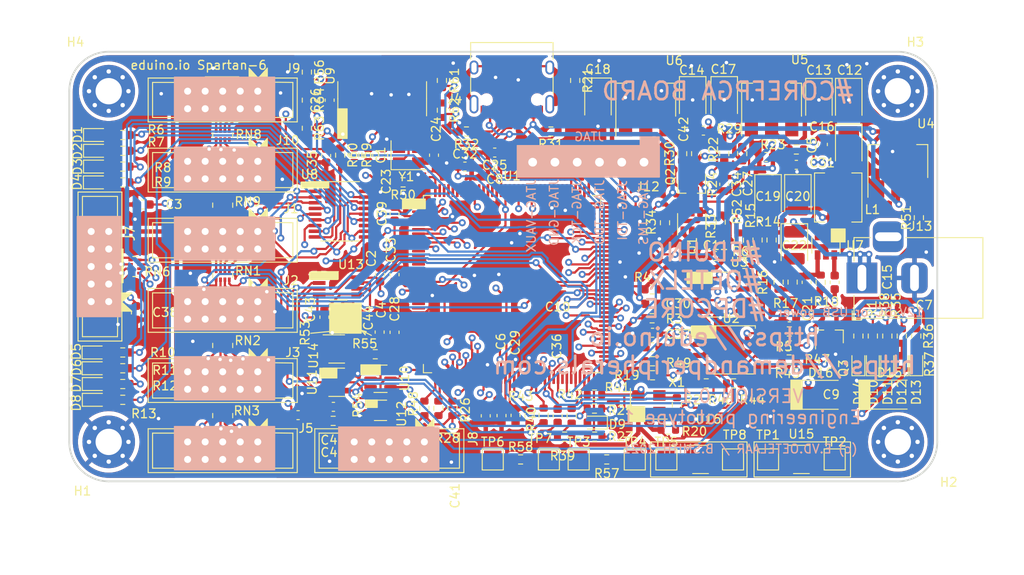
<source format=kicad_pcb>
(kicad_pcb (version 20210126) (generator pcbnew)
  (layers (0 "F.Cu" signal) (1 "In1.Cu" signal) (2 "In2.Cu" signal) (31 "B.Cu" signal) (34 "B.Paste" user) (35 "F.Paste" user) (36 "B.SilkS" user "B.Silkscreen") (37 "F.SilkS" user "F.Silkscreen") (38 "B.Mask" user) (39 "F.Mask" user) (44 "Edge.Cuts" user))
  (net 0 "")
  (net 1 "Net-(J4-PadA7)")
  (net 2 "Net-(J4-PadA6)")
  (net 3 "Net-(J4-PadS1)")
  (net 4 "JTAG_GND")
  (net 5 "Net-(C16-Pad1)")
  (net 6 "Net-(C19-Pad1)")
  (net 7 "Net-(C43-Pad1)")
  (net 8 "Net-(C44-Pad1)")
  (net 9 "Net-(D1-Pad2)")
  (net 10 "Net-(D2-Pad2)")
  (net 11 "Net-(D10-Pad2)")
  (net 12 "Net-(U3-Pad8)")
  (net 13 "Net-(D11-Pad2)")
  (net 14 "Net-(D12-Pad2)")
  (net 15 "JTAG_VAUX")
  (net 16 "VINT_REGOUT")
  (net 17 "DCD")
  (net 19 "L51N")
  (net 20 "DTR")
  (net 24 "Vdrive_regout")
  (net 27 "L51P")
  (net 28 "L52P")
  (net 29 "L52N")
  (net 30 "L83P")
  (net 31 "L83N")
  (net 32 "L62P")
  (net 33 "L62N")
  (net 34 "L64P")
  (net 35 "L64N")
  (net 48 "L50N")
  (net 52 "Net-(D3-Pad2)")
  (net 83 "Net-(D5-Pad2)")
  (net 84 "L40N")
  (net 85 "L40P")
  (net 86 "L50P")
  (net 87 "L42N")
  (net 88 "L42P")
  (net 89 "Net-(C17-Pad1)")
  (net 90 "Net-(C18-Pad1)")
  (net 91 "Net-(J3-Pad4)")
  (net 92 "Net-(J3-Pad2)")
  (net 93 "DIN")
  (net 94 "Net-(R54-Pad2)")
  (net 95 "BOOTMUX")
  (net 96 "Net-(R55-Pad2)")
  (net 97 "L48P")
  (net 98 "L48N")
  (net 99 "L49P")
  (net 100 "L49N")
  (net 101 "Net-(D13-Pad2)")
  (net 102 "Net-(R7-Pad1)")
  (net 103 "Net-(J3-Pad6)")
  (net 104 "Net-(R55-Pad1)")
  (net 105 "Net-(R56-Pad1)")
  (net 106 "Net-(R57-Pad2)")
  (net 107 "Net-(R57-Pad1)")
  (net 108 "VINT_1V2")
  (net 109 "Net-(J3-Pad8)")
  (net 110 "Net-(R58-Pad2)")
  (net 111 "JTAG_TDI")
  (net 112 "JTAG_TCK")
  (net 113 "JTAG_TMS")
  (net 114 "JTAG_TDO")
  (net 115 "Net-(C23-Pad1)")
  (net 116 "Net-(C24-Pad1)")
  (net 117 "Net-(R58-Pad1)")
  (net 119 "Net-(D7-Pad2)")
  (net 120 "5V0")
  (net 121 "Net-(J9-Pad2)")
  (net 122 "Net-(J9-Pad4)")
  (net 123 "Net-(J9-Pad6)")
  (net 124 "Net-(J9-Pad8)")
  (net 125 "Net-(TP1-Pad1)")
  (net 126 "Net-(J10-Pad2)")
  (net 127 "Net-(J10-Pad4)")
  (net 128 "FPGA_M0")
  (net 129 "FPGA_M1")
  (net 130 "Net-(R59-Pad1)")
  (net 131 "L33N")
  (net 132 "Net-(J1-Pad8)")
  (net 133 "Net-(J1-Pad6)")
  (net 134 "3V3")
  (net 135 "Net-(J1-Pad4)")
  (net 136 "Net-(J1-Pad2)")
  (net 137 "L41N")
  (net 138 "L41P")
  (net 140 "Net-(R6-Pad1)")
  (net 141 "Net-(R8-Pad1)")
  (net 142 "Net-(C21-Pad2)")
  (net 143 "Net-(C21-Pad1)")
  (net 144 "Net-(R10-Pad1)")
  (net 145 "Net-(R12-Pad1)")
  (net 146 "Net-(J2-Pad8)")
  (net 147 "Net-(J2-Pad6)")
  (net 148 "Net-(J2-Pad4)")
  (net 149 "Net-(J2-Pad2)")
  (net 150 "Net-(TP2-Pad1)")
  (net 151 "Net-(TP5-Pad1)")
  (net 152 "Net-(TP8-Pad1)")
  (net 153 "OUT555")
  (net 157 "Net-(R60-Pad1)")
  (net 158 "Net-(J7-Pad8)")
  (net 159 "Net-(J7-Pad6)")
  (net 160 "Net-(J7-Pad4)")
  (net 161 "Net-(J7-Pad2)")
  (net 162 "Net-(R61-Pad1)")
  (net 163 "Net-(R42-Pad2)")
  (net 164 "Net-(D4-Pad2)")
  (net 165 "Net-(R43-Pad2)")
  (net 166 "L34N")
  (net 167 "L34P")
  (net 168 "Net-(R44-Pad2)")
  (net 169 "Net-(R45-Pad2)")
  (net 170 "Net-(J10-Pad8)")
  (net 171 "Net-(J10-Pad6)")
  (net 172 "Net-(D14-Pad2)")
  (net 173 "Net-(D14-Pad1)")
  (net 174 "Net-(R62-Pad1)")
  (net 175 "Net-(R63-Pad1)")
  (net 176 "Net-(R64-Pad1)")
  (net 177 "L45N")
  (net 178 "L45P")
  (net 179 "L43N")
  (net 180 "L43P")
  (net 184 "L33P")
  (net 185 "SUSPEND")
  (net 186 "SPIRAM_WP")
  (net 187 "SPIRAM_SCK")
  (net 188 "SPIRAM_MOSI")
  (net 189 "SPIRAM_MISO")
  (net 190 "SPIRAM_HOLD")
  (net 191 "SPIRAM_CS")
  (net 192 "Net-(R2-Pad2)")
  (net 193 "Net-(D6-Pad2)")
  (net 194 "FPGA_CCLK")
  (net 195 "Net-(C15-Pad1)")
  (net 196 "Net-(D8-Pad2)")
  (net 197 "Net-(C14-Pad1)")
  (net 198 "Net-(C15-Pad2)")
  (net 199 "Net-(R46-Pad2)")
  (net 200 "Net-(R9-Pad1)")
  (net 201 "Net-(R27-Pad2)")
  (net 202 "INIT_B_2")
  (net 203 "FPGA_CLOCK")
  (net 204 "FLASH_D3")
  (net 205 "FLASH_D2")
  (net 206 "FLASH_D1")
  (net 207 "FLASH_D0")
  (net 208 "CSO_B_2")
  (net 209 "CMPCS_B_2")
  (net 210 "Net-(R47-Pad2)")
  (net 211 "Net-(R11-Pad1)")
  (net 212 "HSWAPEN")
  (net 214 "Net-(R13-Pad1)")
  (net 215 "Net-(J4-PadA5)")
  (net 217 "Net-(J4-PadB5)")
  (net 218 "Net-(R14-Pad2)")
  (net 219 "V_EXTERN")
  (net 220 "RX")
  (net 221 "CTS")
  (net 222 "L32N")
  (net 223 "L32P")
  (net 224 "Net-(R28-Pad2)")
  (net 225 "Net-(Q1-Pad4)")
  (net 226 "Net-(Q1-Pad1)")
  (net 227 "VUSB")
  (net 228 "DSR")
  (net 229 "RI")
  (net 232 "TRIG_555")
  (footprint "Package_QFP:TQFP-144_20x20mm_P0.5mm" (layer "F.Cu") (at 106 162)
    (fp_text reference "U1")
    (fp_text value "XC6SLX4-TQG144")
  )
  (footprint "Capacitor_SMD:C_0603_1608Metric" (layer "F.Cu") (at 142.225 165.2)
    (fp_text reference "C9")
    (fp_text value "1uF/50V")
  )
  (footprint "Oscillator:Oscillator_SMD_SeikoEpson_SG8002CE-4Pin_3.2x2.5mm" (layer "F.Cu") (at 121.6 175.65)
    (fp_text reference "X1")
    (fp_text value "50MHz 3225 4P Oscillator")
  )
  (footprint "Package_SO:SOIC-8_3.9x4.9mm_P1.27mm" (layer "F.Cu") (at 130 163.2)
    (fp_text reference "U3")
    (fp_text value "LY68L6400 (64MBits QSPI)")
  )
  (footprint "Capacitor_SMD:C_0603_1608Metric" (layer "F.Cu") (at 122.025 169.2)
    (fp_text reference "C10")
    (fp_text value "1uF/50V")
  )
  (footprint "Capacitor_SMD:C_0603_1608Metric" (layer "F.Cu") (at 129.175 158.8 180)
    (fp_text reference "C11")
    (fp_text value "1uF/50V")
  )
  (footprint "Capacitor_Tantalum_SMD:CP_EIA-3528-21_Kemet-B" (layer "F.Cu") (at 144.4 141 -90)
    (fp_text reference "C12")
    (fp_text value "22uF/16V")
  )
  (footprint "Capacitor_Tantalum_SMD:CP_EIA-3528-21_Kemet-B" (layer "F.Cu") (at 141 141 -90)
    (fp_text reference "C13")
    (fp_text value "22uF/16V")
  )
  (footprint "Capacitor_Tantalum_SMD:CP_EIA-3528-21_Kemet-B" (layer "F.Cu") (at 126.6 140.8 -90)
    (fp_text reference "C14")
    (fp_text value "22uF/16V")
  )
  (footprint "Capacitor_SMD:C_0603_1608Metric" (layer "F.Cu") (at 142.8 161.8 -90)
    (fp_text reference "C15")
    (fp_text value "100n/50V")
  )
  (footprint "Resistor_SMD:R_0603_1608Metric" (layer "F.Cu") (at 124.8 175.775 90)
    (fp_text reference "R2")
    (fp_text value "0R")
  )
  (footprint "Resistor_SMD:R_0603_1608Metric" (layer "F.Cu") (at 121.975 165.9)
    (fp_text reference "R3")
    (fp_text value "4k7")
  )
  (footprint "Resistor_SMD:R_0603_1608Metric" (layer "F.Cu") (at 122 162.6)
    (fp_text reference "R4")
    (fp_text value "4k7")
  )
  (footprint "Resistor_SMD:R_0603_1608Metric" (layer "F.Cu") (at 137.625 167.4 180)
    (fp_text reference "R5")
    (fp_text value "4k7")
  )
  (footprint "Package_SO:SOIC-8_5.275x5.275mm_P1.27mm" (layer "F.Cu") (at 131 169.505)
    (fp_text reference "U2")
    (fp_text value "W25Q128JVSIQ")
  )
  (footprint "Package_TO_SOT_SMD:SOT-223-3_TabPin2" (layer "F.Cu") (at 135.6 141 90)
    (fp_text reference "U5")
    (fp_text value "AZ1117-3.3")
  )
  (footprint "Package_TO_SOT_SMD:SOT-223-3_TabPin2" (layer "F.Cu") (at 121.25 141 90)
    (fp_text reference "U6")
    (fp_text value "AZ1117-3.3")
  )
  (footprint "Package_TO_SOT_SMD:SOT-23-6" (layer "F.Cu") (at 141.8 157.575 -90)
    (fp_text reference "U7")
    (fp_text value "TPS54302DDCR")
  )
  (footprint "MAKER40X40_PCB_SYSTEM:PinHeader_2x05_P2.00mm_Vertical_edwin" (layer "F.Cu") (at 73 165 -90)
    (fp_text reference "J2")
    (fp_text value "Conn_02x05_Odd_Even")
  )
  (footprint "MAKER40X40_PCB_SYSTEM:PinHeader_2x05_P2.00mm_Vertical_edwin" (layer "F.Cu") (at 73 173 -90)
    (fp_text reference "J3")
    (fp_text value "Conn_02x05_Odd_Even")
  )
  (footprint "Package_TO_SOT_SMD:SOT-223-3_TabPin2" (layer "F.Cu") (at 150 148 90)
    (fp_text reference "U4")
    (fp_text value "AZ1117-1.2")
  )
  (footprint "MAKER40X40_PCB_SYSTEM:PinHeader_2x05_P2.00mm_Vertical_edwin" (layer "F.Cu") (at 73 157 -90)
    (fp_text reference "J1")
    (fp_text value "Conn_02x05_Odd_Even")
  )
  (footprint "MAKER40X40_PCB_SYSTEM:PinHeader_2x05_P2.00mm_Vertical_edwin" (layer "F.Cu") (at 73 181 -90)
    (fp_text reference "J5")
    (fp_text value "Conn_02x05_Odd_Even")
  )
  (footprint "MAKER40X40_PCB_SYSTEM:PinHeader_2x05_P2.00mm_Vertical_edwin" (layer "F.Cu") (at 59 160 180)
    (fp_text reference "J7")
    (fp_text value "Conn_02x05_Odd_Even")
  )
  (footprint "MAKER40X40_PCB_SYSTEM:PinHeader_2x05_P2.00mm_Vertical_edwin" (layer "F.Cu") (at 92 181 -90)
    (fp_text reference "J8")
    (fp_text value "Conn_02x05_Odd_Even")
  )
  (footprint "MAKER40X40_PCB_SYSTEM:PinHeader_2x05_P2.00mm_Vertical_edwin" (layer "F.Cu") (at 73 149 -90)
    (fp_text reference "J10")
    (fp_text value "Conn_02x05_Odd_Even")
  )
  (footprint "MAKER40X40_PCB_SYSTEM:PinHeader_2x05_P2.00mm_Vertical_edwin" (layer "F.Cu") (at 73 141 -90)
    (fp_text reference "J9")
    (fp_text value "Conn_02x05_Odd_Even")
  )
  (footprint "Resistor_SMD:R_Array_Concave_4x0402" (layer "F.Cu") (at 73 177 -90)
    (fp_text reference "RN3")
    (fp_text value "33R")
  )
  (footprint "Resistor_SMD:R_0603_1608Metric" (layer "F.Cu") (at 115.4 174.6 180)
    (fp_text reference "R41")
    (fp_text value "4k7")
  )
  (footprint "MountingHole:MountingHole_3mm_Pad_Via" (layer "F.Cu") (at 60 140)
    (fp_text reference "H4")
    (fp_text value "MountingHole_Pad")
  )
  (footprint "Capacitor_SMD:C_0603_1608Metric" (layer "F.Cu") (at 138.425 148.4)
    (fp_text reference "C31")
    (fp_text value "1uF/50V")
  )
  (footprint "Capacitor_SMD:C_0603_1608Metric" (layer "F.Cu") (at 111.2 177.025 -90)
    (fp_text reference "C36")
    (fp_text value "1uF/50V")
  )
  (footprint "Resistor_SMD:R_0603_1608Metric" (layer "F.Cu") (at 110.425 144.6 180)
    (fp_text reference "R31")
    (fp_text value "5K1")
  )
  (footprint "Resistor_SMD:R_0603_1608Metric" (layer "F.Cu") (at 98 138.775 -90)
    (fp_text reference "R61")
    (fp_text value "0R")
  )
  (footprint "LED_SMD:LED_0603_1608Metric" (layer "F.Cu") (at 58.4625 171.6)
    (fp_text reference "D6")
    (fp_text value "LED_Small_RED")
  )
  (footprint "MountingHole:MountingHole_3mm_Pad_Via" (layer "F.Cu") (at 150 140)
    (fp_text reference "H3")
    (fp_text value "MountingHole_Pad")
  )
  (footprint "Package_SO:TSSOP-20_4.4x6.5mm_P0.65mm" (layer "F.Cu") (at 86.4 153.7)
    (fp_text reference "U8")
    (fp_text value "74HC244")
  )
  (footprint "TestPoint:TestPoint_Pad_2.0x2.0mm" (layer "F.Cu") (at 110.2 182)
    (fp_text reference "TP7")
    (fp_text value "TestPoint")
  )
  (footprint "Capacitor_SMD:C_0603_1608Metric" (layer "F.Cu") (at 137.625 165.8)
    (fp_text reference "C7")
    (fp_text value "1uF/50V")
  )
  (footprint "Resistor_SMD:R_0603_1608Metric" (layer "F.Cu") (at 98 142.175 -90)
    (fp_text reference "R62")
    (fp_text value "0R")
  )
  (footprint "Resistor_SMD:R_0603_1608Metric" (layer "F.Cu") (at 99.2 176.175 90)
    (fp_text reference "R26")
    (fp_text value "4k7")
  )
  (footprint "Capacitor_SMD:C_0603_1608Metric" (layer "F.Cu") (at 97.1 147.3 -90)
    (fp_text reference "C24")
    (fp_text value "33pF/50V")
  )
  (footprint "TestPoint:TestPoint_Pad_2.0x2.0mm" (layer "F.Cu") (at 131.2 182)
    (fp_text reference "TP8")
    (fp_text value "TestPoint")
  )
  (footprint "Capacitor_SMD:C_0603_1608Metric" (layer "F.Cu") (at 121.975 164.25)
    (fp_text reference "C30")
    (fp_text value "1uF/50V")
  )
  (footprint "Capacitor_SMD:C_0603_1608Metric" (layer "F.Cu") (at 89.6 147.3 -90)
    (fp_text reference "C1")
    (fp_text value "1uF/50V")
  )
  (footprint "Capacitor_SMD:C_0603_1608Metric" (layer "F.Cu") (at 90.9 167.475 90)
    (fp_text reference "C4")
    (fp_text value "1uF/50V")
  )
  (footprint "Resistor_SMD:R_0603_1608Metric" (layer "F.Cu") (at 86.4 147.3 -90)
    (fp_text reference "R60")
    (fp_text value "0R")
  )
  (footprint "Resistor_SMD:R_0603_1608Metric" (layer "F.Cu") (at 61.6 148.6 180)
    (fp_text reference "R8")
    (fp_text value "1K0")
  )
  (footprint "Package_TO_SOT_SMD:SOT-23-5" (layer "F.Cu") (at 139 182)
    (fp_text reference "U15")
    (fp_text value "SN74AHC1G04DBVR")
  )
  (footprint "Capacitor_SMD:C_0603_1608Metric" (layer "F.Cu") (at 92.6 160.925 90)
    (fp_text reference "C33")
    (fp_text value "1uF/50V")
  )
  (footprint "Package_TO_SOT_SMD:SOT-23-5" (layer "F.Cu") (at 86 169.4)
    (fp_text reference "U14")
    (fp_text value "SN74AHC1G04DBVR")
  )
  (footprint "Capacitor_SMD:C_0603_1608Metric" (layer "F.Cu") (at 104.025 147 180)
    (fp_text reference "C25")
    (fp_text value "1uF/50V")
  )
  (footprint "Capacitor_SMD:C_0603_1608Metric" (layer "F.Cu") (at 139.6 161.8 90)
    (fp_text reference "C21")
    (fp_text value "75pF / 50 V")
  )
  (footprint "Resistor_SMD:R_0603_1608Metric" (layer "F.Cu") (at 135.6 156.975 -90)
    (fp_text reference "R14")
    (fp_text value "511K / 0603")
  )
  (footprint "Capacitor_SMD:C_0603_1608Metric" (layer "F.Cu") (at 103 177.025 -90)
    (fp_text reference "C41")
    (fp_text value "1uF/50V")
  )
  (footprint "Package_TO_SOT_SMD:SOT-363_SC-70-6" (layer "F.Cu") (at 91 176.4)
    (fp_text reference "U12")
    (fp_text value "74LVC1G157_1")
  )
  (footprint "Resistor_SMD:R_0603_1608Metric" (layer "F.Cu") (at 61.6 150.4 180)
    (fp_text reference "R9")
    (fp_text value "1K0")
  )
  (footprint "Resistor_SMD:R_0603_1608Metric" (layer "F.Cu") (at 125.4 147.125 90)
    (fp_text reference "R30")
    (fp_text value "0R")
  )
  (footprint "Capacitor_Tantalum_SMD:CP_EIA-3528-21_Kemet-B" (layer "F.Cu") (at 135.2 151.975 -90)
    (fp_text reference "C19")
    (fp_text value "22uF/16V")
  )
  (footprint "TestPoint:TestPoint_Pad_2.0x2.0mm" (layer "F.Cu") (at 142.8 182)
    (fp_text reference "TP2")
    (fp_text value "TestPoint")
  )
  (footprint "Resistor_SMD:R_0603_1608Metric" (layer "F.Cu") (at 136.4 161.775 -90)
    (fp_text reference "R16")
    (fp_text value "49.9 / 0603")
  )
  (footprint "Resistor_SMD:R_0603_1608Metric" (layer "F.Cu") (at 131.275 173.325 180)
    (fp_text reference "R44")
    (fp_text value "0R")
  )
  (footprint "Resistor_SMD:R_0603_1608Metric" (layer "F.Cu") (at 61.6 146.8 180)
    (fp_text reference "R7")
    (fp_text value "1K0")
  )
  (footprint "MountingHole:MountingHole_3mm_Pad_Via" (layer "F.Cu") (at 150 180)
    (fp_text reference "H2")
    (fp_text value "MountingHole_Pad")
  )
  (footprint "Resistor_SMD:R_0603_1608Metric" (layer "F.Cu") (at 152.4 154.425 90)
    (fp_text reference "R51")
    (fp_text value "0R")
  )
  (footprint "Resistor_SMD:R_0603_1608Metric" (layer "F.Cu") (at 132.25 147.125 -90)
    (fp_text reference "R29")
    (fp_text value "0R")
  )
  (footprint "Capacitor_Tantalum_SMD:CP_EIA-3528-21_Kemet-B" (layer "F.Cu") (at 130.2 140.8 -90)
    (fp_text reference "C17")
    (fp_text value "22uF/16V")
  )
  (footprint "LED_SMD:LED_0603_1608Metric" (layer "F.Cu") (at 58.45 169.8)
    (fp_text reference "D5")
    (fp_text value "LED_Small_RED")
  )
  (footprint "Resistor_SMD:R_0603_1608Metric" (layer "F.Cu") (at 116.8 182)
    (fp_text reference "R57")
    (fp_text value "0R")
  )
  (footprint "Resistor_SMD:R_0603_1608Metric" (layer "F.Cu") (at 90.4 170)
    (fp_text reference "R55")
    (fp_text value "0R")
  )
  (footprint "Resistor_SMD:R_0603_1608Metric" (layer "F.Cu") (at 61.6 145 180)
    (fp_text reference "R6")
    (fp_text value "1K0")
  )
  (footprint "Resistor_SMD:R_0603_1608Metric" (layer "F.Cu") (at 96 176.175 90)
    (fp_text reference "R48")
    (fp_text value "4k7")
  )
  (footprint "Capacitor_SMD:C_0603_1608Metric" (layer "F.Cu") (at 85.625 176 180)
    (fp_text reference "C45")
    (fp_text value "1uF/50V")
  )
  (footprint "Capacitor_SMD:C_0603_1608Metric" (layer "F.Cu") (at 141.45 146.075 -90)
    (fp_text reference "C5")
    (fp_text value "1uF/50V")
  )
  (footprint "Capacitor_SMD:C_0603_1608Metric" (layer "F.Cu") (at 85.2 141.025 -90)
    (fp_text reference "C26")
    (fp_text value "1uF/50V")
  )
  (footprint "Capacitor_SMD:C_0603_1608Metric" (layer "F.Cu") (at 104.025 148.6 180)
    (fp_text reference "C8")
    (fp_text value "1uF/50V")
  )
  (footprint "Capacitor_SMD:C_0603_1608Metric" (layer "F.Cu") (at 134.975 147.5 180)
    (fp_text reference "C27")
    (fp_text value "1uF/50V")
  )
  (footprint "Resistor_SMD:R_Array_Concave_4x0402" (layer "F.Cu") (at 73 169 -90)
    (fp_text reference "RN2")
    (fp_text value "33R")
  )
  (footprint "Resistor_SMD:R_0603_1608Metric" (layer "F.Cu") (at 85.6 177.6)
    (fp_text reference "R54")
    (fp_text value "0R")
  )
  (footprint "Resistor_SMD:R_0603_1608Metric" (layer "F.Cu") (at 131.87 156.99 90)
    (fp_text reference "R52")
    (fp_text value "0R")
  )
  (footprint "Package_SO:SC-74-6_1.5x2.9mm_P0.95mm" (layer "F.Cu") (at 91 172.8)
    (fp_text reference "U10")
    (fp_text value "Nexperia 74LVC1G126GV,125")
  )
  (footprint "TestPoint:TestPoint_Pad_2.0x2.0mm" (layer "F.Cu") (at 123.6 182)
    (fp_text reference "TP5")
    (fp_text value "TestPoint")
  )
  (footprint "Resistor_SMD:R_0603_1608Metric" (layer "F.Cu") (at 123.444 155.003 -90)
    (fp_text reference "R34")
    (fp_text value "47K")
  )
  (footprint "Capacitor_Tantalum_SMD:CP_EIA-3528-21_Kemet-B" (layer "F.Cu") (at 138.6 151.975 -90)
    (fp_text reference "C20")
    (fp_text value "22uF/16V")
  )
  (footprint "Resistor_SMD:R_0603_1608Metric" (layer "F.Cu") (at 97.6 176.175 90)
    (fp_text reference "R28")
    (fp_text value "0R")
  )
  (footprint "Capacitor_SMD:C_0603_1608Metric" (layer "F.Cu") (at 127.825 144.5 180)
    (fp_text reference "C42")
    (fp_text value "1uF/50V")
  )
  (footprint "Capacitor_Tantalum_SMD:CP_EIA-3528-21_Kemet-B" (layer "F.Cu") (at 138.2 157.575 -90)
    (fp_text reference "C22")
    (fp_text value "22uF/16V")
  )
  (footprint "Resistor_SMD:R_0603_1608Metric" (layer "F.Cu") (at 108 177 90)
    (fp_text reference "R40")
    (fp_text value "4k7")
  )
  (footprint "Capacitor_SMD:C_0603_1608Metric" (layer "F.Cu") (at 90.95 160.925 90)
    (fp_text reference "C2")
    (fp_text value "1uF/50V")
  )
  (footprint "Resistor_SMD:R_0603_1608Metric" (layer "F.Cu") (at 152.1 167.925 -90)
    (fp_text reference "R37")
    (fp_text value "1K0")
  )
  (footprint "TestPoint:TestPoint_Pad_2.0x2.0mm" (layer "F.Cu") (at 135.2 182)
    (fp_text reference "TP1")
    (fp_text value "TestPoint")
  )
  (footprint "Resistor_SMD:R_0603_1608Metric" (layer "F.Cu") (at 137.6 170.6)
    (fp_text reference "R45")
    (fp_text value "0R")
  )
  (footprint "Resistor_SMD:R_0603_1608Metric" (layer "F.Cu") (at 148.8 167.925 -90)
    (fp_text reference "R35")
    (fp_text value "330R")
  )
  (footprint "Resistor_SMD:R_0603_1608Metric" (layer "F.Cu") (at 100.8 144.6 180)
    (fp_text reference "R32")
    (fp_text value "5K1")
  )
  (footprint "Resistor_SMD:R_0603_1608Metric" (layer "F.Cu") (at 82.6 137.825 -90)
    (fp_text reference "R56")
    (fp_text value "0R")
  )
  (footprint "LED_SMD:LED_0603_1608Metric" (layer "F.Cu") (at 152.1 170.9625 90)
    (fp_text reference "D13")
    (fp_text value "GREEN LED 0603")
  )
  (footprint "Package_TO_SOT_SMD:SOT-23-5" (layer "F.Cu") (at 86 173.2)
    (fp_text reference "U11")
    (fp_text value "SN74AHC1G04DBVR")
  )
  (footprint "Resistor_SMD:R_0603_1608Metric" (layer "F.Cu") (at 82.6 141.025 -90)
    (fp_text reference "R64")
    (fp_text value "0R")
  )
  (footprint "Resistor_SMD:R_0603_1608Metric" (layer "F.Cu") (at 106.975 182)
    (fp_text reference "R58")
    (fp_text value "0R")
  )
  (footprint "Capacitor_SMD:C_0603_1608Metric" (layer "F.Cu") (at 130.2 150.625 -90)
    (fp_text reference "C34")
    (fp_text value "1uF/50V")
  )
  (footprint "Package_SO:VSSOP-8_3.0x3.0mm_P0.65mm" (layer "F.Cu") (at 86.2 162.2)
    (fp_text reference "U13")
    (fp_text value "LMC555CMMX/NOPB")
  )
  (footprint "Capacitor_SMD:C_0603_1608Metric" (layer "F.Cu") (at 92.6 167.5 -90)
    (fp_text reference "C28")
    (fp_text value "1uF/50V")
  )
  (footprint "Connector_BarrelJack:BarrelJack_Horizontal" (layer "F.Cu") (at 145.9 161.3 180)
    (fp_text reference "J13")
    (fp_text value "Barrel_Jack_Switch")
  )
  (footprint "Resistor_SMD:R_0603_1608Metric" (layer "F.Cu") (at 82.6 144.225 -90)
    (fp_text reference "R63")
    (fp_text value "0R")
  )
  (footprint "LED_SMD:LED_0603_1608Metric" (layer "F.Cu") (at 58.475 173.4)
    (fp_text reference "D7")
    (fp_text value "LED_Small_RED")
  )
  (footprint "Capacitor_SMD:C_0603_1608Metric" (layer "F.Cu") (at 92.6 153.975 90)
    (fp_text reference "C39")
    (fp_text value "1uF/50V")
  )
  (footprint "Resistor_SMD:R_0603_1608Metric" (layer "F.Cu") (at 115.425 179.4 180)
    (fp_text reference "R27")
    (fp_text value "0R")
  )
  (footprint "Capacitor_SMD:C_0603_1608Metric" (layer "F.Cu") (at 104.8 177 -90)
    (fp_text reference "C6")
    (fp_text value "1uF/50V")
  )
  (footprint "TestPoint:TestPoint_Pad_2.0x2.0mm" (layer "F.Cu") (at 113.6 182)
    (fp_text reference "TP3")
    (fp_text value "TestPoint")
  )
  (footprint "Resistor_SMD:R_0603_1608Metric" (layer "F.Cu") (at 138.425 146.65)
    (fp_text reference "R23")
    (fp_text value "0R")
  )
  (footprint "LED_SMD:LED_0603_1608Metric" (layer "F.Cu") (at 147.15 170.9625 90)
    (fp_text reference "D10")
    (fp_text value "GREEN LED 0603")
  )
  (footprint "Capacitor_SMD:C_0603_1608Metric" (layer "F.Cu") (at 81.6 176.95)
    (fp_text reference "C40")
    (fp_text value "1uF/50V")
  )
  (footprint "MountingHole:MountingHole_3mm_Pad_Via" (layer "F.Cu") (at 60 180)
    (fp_text reference "H1")
    (fp_text value "MountingHole_Pad")
  )
  (footprint "Diode_SMD:D_SMA" (layer "F.Cu") (at 141.2 174.63)
    (fp_text reference "D16")
    (fp_text value "D_Small")
  )
  (footprint "Resistor_SMD:R_0603_1608Metric" (layer "F.Cu") (at 145.5 167.925 -90)
    (fp_text reference "R38")
    (fp_text value "330R")
  )
  (footprint "Resistor_SMD:R_0603_1608Metric" (layer "F.Cu") (at 147.15 167.925 -90)
    (fp_text reference "R1")
    (fp_text value "330R")
  )
  (footprint "LED_SMD:LED_0603_1608Metric" (layer "F.Cu") (at 150.45 170.9625 90)
    (fp_text reference "D12")
    (fp_text value "GREEN LED 0603")
  )
  (footprint "Package_TO_SOT_SMD:SOT-23-5" (layer "F.Cu") (at 127.5 182)
    (fp_text reference "U16")
    (fp_text value "SN74AHC1G04DBVR")
  )
  (footprint "Capacitor_SMD:C_0603_1608Metric" (layer "F.Cu") (at 84.8 147.35 -90)
    (fp_text reference "C35")
    (fp_text value "1uF/50V")
  )
  (footprint "Resistor_SMD:R_0603_1608Metric" (layer "F.Cu") (at 61.6 175.2 180)
    (fp_text reference "R13")
    (fp_text value "1K0")
  )
  (footprint "LED_SMD:LED_0603_1608Metric" (layer "F.Cu") (at 115.3875 177.8 180)
    (fp_text reference "D9")
    (fp_text value "GREEN LED 0603")
  )
  (footprint "Resistor_SMD:R_0603_1608Metric" (layer "F.Cu") (at 93.575 150.4 180)
    (fp_text reference "R50")
    (fp_text value "4k7")
  )
  (footprint "Capacitor_SMD:C_0603_1608Metric" (layer "F.Cu") (at 63.9 152.925 180)
    (fp_text reference "C3")
    (fp_text value "1uF/50V")
  )
  (footprint "Resistor_SMD:R_0603_1608Metric" (layer "F.Cu") (at 130.2 147.125 -90)
    (fp_text reference "R22")
    (fp_text value "0R")
  )
  (footprint "Resistor_SMD:R_Array_Concave_4x0402" (layer "F.Cu") (at 73 161 -90)
    (fp_text reference "RN1")
    (fp_text value "33R")
  )
  (footprint "Package_SO:SOIC-16_3.9x9.9mm_P1.27mm" (layer "F.Cu") (at 91.19 140.86 90)
    (fp_text reference "U9")
    (fp_text value "CH340G")
  )
  (footprint "Crystal:Crystal_SMD_3225-4Pin_3.2x2.5mm" (layer "F.Cu") (at 94.2 147.3)
    (fp_text reference "Y1")
    (fp_text value "12MHz")
  )
  (footprint "TestPoint:TestPoint_Pad_2.0x2.0mm" (layer "F.Cu") (at 103.8 182)
    (fp_text reference "TP6")
    (fp_text value "TestPoint")
  )
  (footprint "Connector_PinHeader_2.54mm:PinHeader_1x06_P2.54mm_Vertical" (layer "F.Cu") (at 121.05 148.1 -90)
    (fp_text reference "J12")
    (fp_text value "Conn_01x06")
  )
  (footprint "Resistor_SMD:R_0603_1608Metric" (layer "F.Cu") (at 129.794 154.94 90)
    (fp_text reference "R33")
    (fp_text value "10K")
  )
  (footprint "Resistor_SMD:R_0603_1608Metric" (layer "F.Cu") (at 137.625 169)
    (fp_text reference "R47")
    (fp_text value "0R")
  )
  (footprint "Capacitor_SMD:C_0603_1608Metric" (layer "F.Cu") (at 122.025 167.55 180)
    (fp_text reference "C37")
    (fp_text value "1uF/50V")
  )
  (footprint "Inductor_SMD:L_Sunlord_MWSA0518_5.4x5.2mm" (layer "F.Cu") (at 143.2 152.125 -90)
    (fp_text reference "L1")
    (fp_text value "10uH ±20% 3.2A (SMD 5.2 x 5.4 x 3.0 mm)")
  )
  (footprint "LED_SMD:LED_0603_1608Metric" (layer "F.Cu") (at 145.5 170.9625 90)
    (fp_text reference "D14")
    (fp_text value "GREEN LED 0603")
  )
  (footprint "Diode_SMD:D_SMA" (layer "F.Cu") (at 149.06 174.61)
    (fp_text reference "D15")
    (fp_text value "SS14")
  )
  (footprint "Resistor_SMD:R_0603_1608Metric" (layer "F.Cu") (at 61.6 171.6 180)
    (fp_text reference "R11")
    (fp_text value "1K0")
  )
  (footprint "Resistor_SMD:R_0603_1608Metric" (layer "F.Cu") (at 88 147.3 -90)
    (fp_text reference "R59")
    (fp_text value "0R")
  )
  (footprint "LED_SMD:LED_0603_1608Metric" (layer "F.Cu") (at 148.8 170.9625 90)
    (fp_text reference "D11")
    (fp_text value "GREEN LED 0603")
  )
  (footprint "Resistor_SMD:R_0603_1608Metric" (layer "F.Cu") (at 115.4 176.2 180)
    (fp_text reference "R25")
    (fp_text value "330R")
  )
  (footprint "Resistor_SMD:R_0603_1608Metric" (layer "F.Cu") (at 123.825 178.6 180)
    (fp_text reference "R20")
    (fp_text value "100R")
  )
  (footprint "Resistor_SMD:R_Array_Concave_4x0402" (layer "F.Cu") (at 73 153 -90)
    (fp_text reference "RN9")
    (fp_text value "33R")
  )
  (footprint "Resistor_SMD:R_0603_1608Metric" (layer "F.Cu") (at 141.2 161.8 -90)
    (fp_text reference "R18")
    (fp_text value "13.3K / 0603")
  )
  (footprint "Capacitor_SMD:C_0603_1608Metric" (layer "F.Cu") (at 91.3 147.3 90)
    (fp_text reference "C23")
    (fp_text value "33pF/50V")
  )
  (footprint "Resistor_SMD:R_0603_1608Metric" (layer "F.Cu") (at 86.225 165.8 90)
    (fp_text reference "R53")
    (fp_text value "1K0")
  )
  (footprint "Package_TO_SOT_SMD:SOT-23" (layer "F.Cu") (at 142.2 168 90)
    (fp_text reference "Q3")
    (fp_text value "DTC143Z")
  )
  (footprint "Resistor_SMD:R_0603_1608Metric" (layer "F.Cu") (at 150.45 167.925 -90)
    (fp_text reference "R36")
    (fp_text value "1K0")
  )
  (footprint "Capacitor_Tantalum_SMD:CP_EIA-3528-21_Kemet-B" (layer "F.Cu") (at 144.4 146.2 -90)
    (fp_text reference "C16")
    (fp_text value "22uF/16V")
  )
  (footprint "Resistor_SMD:R_Array_Concave_4x0402" (layer "F.Cu") (at 73 145 -90)
    (fp_text reference "RN8")
    (fp_text value "33R")
  )
  (footprint "Capacitor_SMD:C_0603_1608Metric" (layer "F.Cu") (at 84.6 165.775 -90)
    (fp_text reference "C43")
    (fp_text value "2n2/50V")
  )
  (footprint "Resistor_SMD:R_0603_1608Metric" (layer "F.Cu") (at 138 161.775 90)
    (fp_text reference "R17")
    (fp_text value "100K / 0603")
  )
  (footprint "Resistor_SMD:R_0603_1608Metric" (layer "F.Cu") (at 128.15 173.325)
    (fp_text reference "R46")
    (fp_text value "0R")
  )
  (footprint "Package_TO_SOT_SMD:SOT-23-6" (layer "F.Cu") (at 126.492 154.856 90)
    (fp_text reference "Q1")
    (fp_text value "Q_DUAL_PNP_PNP_C1B1B2C2E2E1")
  )
  (footprint "Resistor_SMD:R_0603_1608Metric" (layer "F.Cu") (at 61.6 173.4 180)
    (fp_text reference "R12")
    (fp_text value "1K0")
  )
  (footprint "Resistor_SMD:R_0603_1608Metric" (layer "F.Cu") (at 132.55 159.7)
    (fp_text reference "R65")
    (fp_text value "0R")
  )
  (footprint "Capacitor_Tantalum_SMD:CP_EIA-3528-21_Kemet-B" (layer "F.Cu") (at 115.8 140.9625 -90)
    (fp_text reference "C18")
    (fp_text value "22uF/16V")
  )
  (footprint "Resistor_SMD:R_0603_1608Metric" (layer "F.Cu") (at 112 179.4 180)
    (fp_text reference "R39")
    (fp_text value "4k7")
  )
  (footprint "Resistor_SMD:R_0603_1608Metric" (layer "F.Cu") (at 61.6 169.8 180)
    (fp_text reference "R10")
    (fp_text value "1K0")
  )
  (footprint "LED_SMD:LED_0603_1608Metric" (layer "F.Cu") (at 58.6125 145)
    (fp_text reference "D1")
    (fp_text value "LED_Small_RED")
  )
  (footprint "LED_SMD:LED_0603_1608Metric" (layer "F.Cu") (at 58.6125 148.6)
    (fp_text reference "D3")
    (fp_text value "LED_Small_RED")
  )
  (footprint "Resistor_SMD:R_0603_1608Metric" (layer "F.Cu") (at 122.025 170.8)
    (fp_text reference "R49")
    (fp_text value "4k7")
  )
  (footprint "Resistor_SMD:R_0603_1608Metric" (layer "F.Cu") (at 112.8 177.025 90)
    (fp_text reference "R42")
    (fp_text value "0R")
  )
  (footprint "Resistor_SMD:R_Array_Concave_4x0402" (layer "F.Cu") (at 63 160 180)
    (fp_text reference "RN6")
    (fp_text value "33R")
  )
  (footprint "MAKER40X40_PCB_SYSTEM:USB_C_Receptacle_HRO_TYPE-C-31-M-12" (layer "F.Cu") (at 105.98 138.35 180)
    (fp_text reference "J4")
    (fp_text value "USB_C_Receptacle_USB2.0")
  )
  (footprint "LED_SMD:LED_0603_1608Metric" (layer "F.Cu") (at 58.475 175.2)
    (fp_text reference "D8")
    (fp_text value "LED_Small_RED")
  )
  (footprint "LED_SMD:LED_0603_1608Metric" (layer "F.Cu") (at 58.6 150.4)
    (fp_text reference "D4")
    (fp_text value "LED_Small_RED")
  )
  (footprint "Resistor_SMD:R_0603_1608Metric" (layer "F.Cu") (at 113.2 138.775 -90)
    (fp_text reference "R21")
    (fp_text value "100K")
  )
  (footprint "Resistor_SMD:R_0603_1608Metric" (layer "F.Cu") (at 122.025 172.4 180)
    (fp_text reference "R19")
    (fp_text value "100R")
  )
  (footprint "Resistor_SMD:R_0603_1608Metric" (layer "F.Cu") (at 109.6 176.975 90)
    (fp_text reference "R43")
    (fp_text value "0R")
  )
  (footprint "Capacitor_SMD:C_0603_1608Metric" (layer "F.Cu") (at 87.875 165.775 -90)
    (fp_text reference "C44")
    (fp_text value "2n2/50V")
  )
  (footprint "Resistor_SMD:R_0603_1608Metric" (layer "F.Cu") (at 134 156.975 90)
    (fp_text reference "R15")
    (fp_text value "105K / 0603")
  )
  (footprint "LED_SMD:LED_0603_1608Metric" (layer "F.Cu") (at 58.6125 146.8)
    (fp_text reference "D2")
    (fp_text value "LED_Small_RED")
  )
  (footprint "Package_TO_SOT_SMD:SOT-23" (layer "F.Cu") (at 126.492 150.876 -90)
    (fp_text reference "Q2")
    (fp_text value "DMG2305UXQ-7")
  )
  (footprint "TestPoint:TestPoint_Pad_2.0x2.0mm" (layer "F.Cu") (at 120 182)
    (fp_text reference "TP4")
    (fp_text value "TestPoint")
  )
  (footprint "Capacitor_SMD:C_0603_1608Metric" (layer "F.Cu") (at 106.4 176.975 90)
    (fp_text reference "C29")
    (fp_text value "1uF/50V")
  )
  (footprint "Capacitor_SMD:C_0603_1608Metric" (layer "F.Cu") (at 63.1 165.275 -90)
    (fp_text reference "C38")
    (fp_text value "1uF/50V")
  )
  (footprint "Capacitor_SMD:C_0603_1608Metric" (layer "F.Cu") (at 100.625 148.6)
    (fp_text reference "C32")
    (fp_text value "1uF/50V")
  )
  (footprint "Resistor_SMD:R_0603_1608Metric" (layer "F.Cu") (at 127 147.125 -90)
    (fp_text reference "R24")
    (fp_text value "0R")
  )
  (gr_poly (pts (xy 61.37 154.27) (xy 61.37 165.73) (xy 56.4 165.73) (xy 56.4 154.27)) (layer "B.SilkS") (width 0.1) (fill solid))
  (gr_poly (pts (xy 122.8 146.2) (xy 120.6 146.2) (xy 120.6 145.2) (xy 122.8 145.2)) (layer "B.SilkS") (width 0.1) (fill solid))
  (gr_poly (pts (xy 78.94 151.328) (xy 67.48 151.328) (xy 67.48 146.358) (xy 78.94 146.358)) (layer "B.SilkS") (width 0.1) (fill solid))
  (gr_poly (pts (xy 78.94 175.232) (xy 67.48 175.232) (xy 67.48 170.262) (xy 78.94 170.262)) (layer "B.SilkS") (width 0.1) (fill solid))
  (gr_poly (pts (xy 122.8 149.8) (xy 106.6 149.8) (xy 106.6 146.2) (xy 122.8 146.2)) (layer "B.SilkS") (width 0.1) (fill solid))
  (gr_poly (pts (xy 78.94 143.36) (xy 67.48 143.36) (xy 67.48 138.39) (xy 78.94 138.39)) (layer "B.SilkS") (width 0.1) (fill solid))
  (gr_poly (pts (xy 78.94 167.264) (xy 67.48 167.264) (xy 67.48 162.294) (xy 78.94 162.294)) (layer "B.SilkS") (width 0.1) (fill solid))
  (gr_poly (pts (xy 97.67 183.25) (xy 86.21 183.25) (xy 86.21 178.28) (xy 97.67 178.28)) (layer "B.SilkS") (width 0.1) (fill solid))
  (gr_rect (start 122.8 146.2) (end 106.6 149.8) (layer "B.SilkS") (width 0.12) (fill none))
  (gr_poly (pts (xy 78.94 159.296) (xy 67.48 159.296) (xy 67.48 154.326) (xy 78.94 154.326)) (layer "B.SilkS") (width 0.1) (fill solid))
  (gr_poly (pts (xy 78.94 183.2) (xy 67.48 183.2) (xy 67.48 178.23) (xy 78.94 178.23)) (layer "B.SilkS") (width 0.1) (fill solid))
  (gr_poly (pts (xy 96.1 153.4) (xy 93.5 153.4) (xy 93.5 152.3) (xy 96.1 152.3)) (layer "F.SilkS") (width 0.1) (fill solid))
  (gr_poly (pts (xy 144 157.2) (xy 142.4 157.2) (xy 142.4 155.7) (xy 144 155.7)) (layer "F.SilkS") (width 0.1) (fill solid))
  (gr_line (start 89.37 167.42) (end 88.7 167.24) (layer "F.SilkS") (width 0.12))
  (gr_line (start 88.84 167.31) (end 89.25 167.78) (layer "F.SilkS") (width 0.12))
  (gr_poly (pts (xy 139.1 176.28) (xy 137.81 176.28) (xy 137.81 172.95) (xy 139.1 172.95)) (layer "F.SilkS") (width 0.1) (fill solid))
  (gr_line (start 89.25 167.78) (end 89.22 167.48) (layer "F.SilkS") (width 0.12))
  (gr_rect (start 133.6 180) (end 144.6 184) (layer "F.SilkS") (width 0.12) (fill none))
  (gr_rect (start 121.8 180) (end 132.8 184) (layer "F.SilkS") (width 0.12) (fill none))
  (gr_line (start 89.22 167.48) (end 89.37 167.42) (layer "F.SilkS") (width 0.12))
  (gr_poly (pts (xy 146.82 176.31) (xy 145.56 176.31) (xy 145.56 172.96) (xy 146.82 172.96)) (layer "F.SilkS") (width 0.1) (fill solid))
  (gr_rect (start 96.1 153.4) (end 93.5 152.3) (layer "F.SilkS") (width 0.12) (fill none))
  (gr_poly (pts (xy 90.99 172.34) (xy 88.75 172.34) (xy 88.75 171.2) (xy 90.99 171.2)) (layer "F.SilkS") (width 0.1) (fill solid))
  (gr_line (start 88.86 167.31) (end 89.96 167.85) (layer "F.SilkS") (width 0.12))
  (gr_line (start 86.43 167.78) (end 86.43 167.79) (layer "F.SilkS") (width 0.12))
  (gr_rect (start 85.2 164.2) (end 87.2 167.6) (layer "F.SilkS") (width 0.12) (fill none))
  (gr_poly (pts (xy 87.2 145.4) (xy 86.1 145.4) (xy 86.1 142) (xy 87.2 142)) (layer "F.SilkS") (width 0.1) (fill solid))
  (gr_poly (pts (xy 90.64 176.08) (xy 89.28 176.08) (xy 89.28 175.21) (xy 90.64 175.21)) (layer "F.SilkS") (width 0.1) (fill solid))
  (gr_poly (pts (xy 86.03 172.72) (xy 84.06 172.72) (xy 84.06 171.59) (xy 86.03 171.59)) (layer "F.SilkS") (width 0.1) (fill solid))
  (gr_rect (start 87.2 164.2) (end 88.8 167.6) (layer "F.SilkS") (width 0.12) (fill none))
  (gr_line (start 83.04 167.61) (end 85.14 167.41) (layer "F.SilkS") (width 0.12))
  (gr_arc (start 60 180) (end 55.5 180) (angle -90) (layer "Edge.Cuts") (width 0.2))
  (gr_arc (start 150 180) (end 150 184.5) (angle -90) (layer "Edge.Cuts") (width 0.2))
  (gr_arc (start 60 140) (end 60 135.5) (angle -90) (layer "Edge.Cuts") (width 0.2))
  (gr_line (start 154.5 180) (end 154.5 140) (layer "Edge.Cuts") (width 0.2))
  (gr_arc (start 150 140) (end 154.5 140) (angle -90) (layer "Edge.Cuts") (width 0.2))
  (gr_line (start 60 184.5) (end 150 184.5) (layer "Edge.Cuts") (width 0.2))
  (gr_line (start 55.5 140) (end 55.5 180) (layer "Edge.Cuts") (width 0.2))
  (gr_line (start 150 135.5) (end 60 135.5) (layer "Edge.Cuts") (width 0.2))
  (gr_text "VERSION 0.1\nEngineering prototype 1" (at 132.2 176) (layer "B.SilkS") (effects (font (size 1.5 1.5) (thickness 0.2)) (justify mirror)))
  (gr_text "JTAG-GND" (at 110.8 153.8 90) (layer "B.SilkS") (effects (font (size 1 1)) (justify mirror)))
  (gr_text "JTAG-TCK" (at 113.4 153.8 90) (layer "B.SilkS") (effects (font (size 1 1)) (justify mirror)))
  (gr_text "JTAG-VAUX\n" (at 108.2 154.2 90) (layer "B.SilkS") (effects (font (size 1 1)) (justify mirror)))
  (gr_text "(c) E.VD.OETELAAR / B.SMITH 2021" (at 132 180.8) (layer "B.SilkS") (effects (font (size 1 1)) (justify mirror)))
  (gr_text "12V DC or USB power" (at 144.6 165.2) (layer "B.SilkS") (effects (font (size 1 1)) (justify mirror)))
  (gr_text "JTAG" (at 114.8 145.2) (layer "B.SilkS") (effects (font (size 1 1)) (justify mirror)))
  (gr_text "JTAG-TDI" (at 118.6 153.6 90) (layer "B.SilkS") (effects (font (size 1 1)) (justify mirror)))
  (gr_text "#EDUINO\n#OETELX\n#DPCORE\nhttps://eduino.io\nhttps://demandperipherals.com" (at 127.96 164.82) (layer "B.SilkS") (effects (font (size 2 2) (thickness 0.3)) (justify mirror)))
  (gr_text "JTAG-TDO" (at 116 153.8 90) (layer "B.SilkS") (effects (font (size 1 1)) (justify mirror)))
  (gr_text "JTAG-TMS" (at 121 153.8 90) (layer "B.SilkS") (effects (font (size 1 1)) (justify mirror)))
  (gr_text "#COREFPGA BOARD\n" (at 130.6 140) (layer "B.SilkS") (effects (font (size 2 2) (thickness 0.3)) (justify mirror)))
  (gr_text "eduino.io Spartan-6" (at 70.26 137.03) (layer "F.SilkS") (effects (font (size 1 1))))
  (gr_text "+" (at 119.6 176.1) (layer "F.SilkS") (effects (font (size 1 1))))
  (segment (start 98.811852 146.21998) (end 96.25002 143.658148) (width 0.25) (layer "F.Cu") (net 1))
  (segment (start 105.75 144.04499) (end 105.90501 144.2) (width 0.25) (layer "F.Cu") (net 1))
  (segment (start 96.25002 143.658148) (end 96.25002 142.161524) (width 0.25) (layer "F.Cu") (net 1))
  (segment (start 93.41002 141.89498) (end 93.105 142.2) (width 0.25) (layer "F.Cu") (net 1))
  (segment (start 105.31 144.2) (end 103.29002 146.21998) (width 0.25) (layer "F.Cu") (net 1))
  (segment (start 106.75 143.35501) (end 106.75 142.245) (width 0.25) (layer "F.Cu") (net 1))
  (segment (start 105.75 142.245) (end 105.75 144.04499) (width 0.25) (layer "F.Cu") (net 1))
  (segment (start 95.983476 141.89498) (end 93.41002 141.89498) (width 0.25) (layer "F.Cu") (net 1))
  (segment (start 105.90501 144.2) (end 106.75 143.35501) (width 0.25) (layer "F.Cu") (net 1))
  (segment (start 103.29002 146.21998) (end 98.811852 146.21998) (width 0.25) (layer "F.Cu") (net 1))
  (segment (start 96.25002 142.161524) (end 95.983476 141.89498) (width 0.25) (layer "F.Cu") (net 1))
  (segment (start 93.105 142.2) (end 93.105 143.175) (width 0.25) (layer "F.Cu") (net 1))
  (segment (start 105.90501 144.2) (end 105.31 144.2) (width 0.25) (layer "F.Cu") (net 1))
  (segment (start 105.25 140.75) (end 105.27 140.73) (width 0.25) (layer "F.Cu") (net 2))
  (segment (start 96.680031 143.480031) (end 96.680031 141.983407) (width 0.25) (layer "F.Cu") (net 2))
  (segment (start 106.1 140.73) (end 106.25 140.88) (width 0.25) (layer "F.Cu") (net 2))
  (segment (start 98.989969 145.789969) (end 96.680031 143.480031) (width 0.25) (layer "F.Cu") (net 2))
  (segment (start 96.680031 141.983407) (end 96.096624 141.4) (width 0.25) (layer "F.Cu") (net 2))
  (segment (start 96.096624 141.4) (end 92.635 141.4) (width 0.25) (layer "F.Cu") (net 2))
  (segment (start 91.835 142.2) (end 91.835 143.175) (width 0.25) (layer "F.Cu") (net 2))
  (segment (start 105.25 142.245) (end 105.25 140.75) (width 0.25) (layer "F.Cu") (net 2))
  (segment (start 103.111903 145.789969) (end 98.989969 145.789969) (width 0.25) (layer "F.Cu") (net 2))
  (segment (start 92.635 141.4) (end 91.835 142.2) (width 0.25) (layer "F.Cu") (net 2))
  (segment (start 105.25 143.651872) (end 103.111903 145.789969) (width 0.25) (layer "F.Cu") (net 2))
  (segment (start 106.25 140.88) (end 106.25 142.245) (width 0.25) (layer "F.Cu") (net 2))
  (segment (start 105.25 142.245) (end 105.25 143.651872) (width 0.25) (layer "F.Cu") (net 2))
  (segment (start 105.27 140.73) (end 106.1 140.73) (width 0.25) (layer "F.Cu") (net 2))
  (segment (start 101 137.83) (end 101.68 137.15) (width 0.5) (layer "F.Cu") (net 3))
  (segment (start 113.2 137.95) (end 111.25 137.95) (width 0.25) (layer "F.Cu") (net 3))
  (segment (start 101.68 137.15) (end 110.32 137.15) (width 0.25) (layer "F.Cu") (net 3))
  (segment (start 110.32 137.15) (end 111 137.7) (width 0.5) (layer "F.Cu") (net 3))
  (segment (start 111 141.45) (end 111 137.7) (width 0.5) (layer "F.Cu") (net 3))
  (segment (start 111.25 137.95) (end 111 137.7) (width 0.25) (layer "F.Cu") (net 3))
  (segment (start 101 140.45) (end 101 137.83) (width 0.5) (layer "F.Cu") (net 3))
  (segment (start 101.68 141.33) (end 101 140.45) (width 0.5) (layer "F.Cu") (net 3))
  (segment (start 111 141.45) (end 110.44 141.45) (width 0.5) (layer "F.Cu") (net 3))
  (segment (start 112.89 146.1) (end 115.45 146.1) (width 0.25) (layer "F.Cu") (net 4))
  (segment (start 86.755 144.845) (end 86.7 144.9) (width 0.25) (layer "F.Cu") (net 4))
  (segment (start 89.2 176.4) (end 88.6 177) (width 0.25) (layer "F.Cu") (net 4))
  (segment (start 150.45 171.75) (end 150.45 173.05) (width 0.25) (layer "F.Cu") (net 4))
  (segment (start 91.202686 146.525) (end 91.71 146.017686) (width 0.25) (layer "F.Cu") (net 4))
  (segment (start 102.75 142.245) (end 102.75 143.25) (width 0.25) (layer "F.Cu") (net 4))
  (segment (start 85.8 170) (end 85.8 167.848979) (width 0.25) (layer "F.Cu") (net 4))
  (segment (start 111.2 177.8) (end 109.98501 179.01499) (width 0.25) (layer "F.Cu") (net 4))
  (segment (start 79.8 150.05) (end 79.05 150.05) (width 0.25) (layer "F.Cu") (net 4))
  (segment (start 95.3375 154.25) (end 97.601872 154.25) (width 0.25) (layer "F.Cu") (net 4))
  (segment (start 141.2 162.625) (end 141.2 163.55) (width 0.5) (layer "F.Cu") (net 4))
  (segment (start 147.15 171.75) (end 147.15 172.9) (width 0.25) (layer "F.Cu") (net 4))
  (segment (start 110.89 148.1) (end 112.89 146.1) (width 0.25) (layer "F.Cu") (net 4))
  (segment (start 118.95 140.75) (end 118.919989 140.719989) (width 0.5) (layer "F.Cu") (net 4))
  (segment (start 144.4 147.85) (end 147.7 151.15) (width 0.5) (layer "F.Cu") (net 4))
  (segment (start 91.180011 149.771884) (end 89.608127 148.2) (width 0.25) (layer "F.Cu") (net 4))
  (segment (start 140.8 163.95) (end 140.9 163.85) (width 0.25) (layer "F.Cu") (net 4))
  (segment (start 123 178.8) (end 123.8 179.6) (width 0.25) (layer "F.Cu") (net 4))
  (segment (start 101.4 148.6) (end 101.4 148.27315) (width 0.5) (layer "F.Cu") (net 4))
  (segment (start 135.2 154.7) (end 135.2 153.5125) (width 0.5) (layer "F.Cu") (net 4))
  (segment (start 57 163) (end 56.6 163.4) (width 0.25) (layer "F.Cu") (net 4))
  (segment (start 113.2 139.6) (end 113.98996 139.6) (width 0.25) (layer "F.Cu") (net 4))
  (segment (start 87.875 166.55) (end 90.75 166.55) (width 0.25) (layer "F.Cu") (net 4))
  (segment (start 111.7 142.5) (end 109.6 144.6) (width 0.5) (layer "F.Cu") (net 4))
  (segment (start 92.08 158.35) (end 92.14 158.41) (width 0.25) (layer "F.Cu") (net 4))
  (segment (start 63.125 154.475) (end 63 154.6) (width 0.5) (layer "F.Cu") (net 4))
  (segment (start 79.05 150.05) (end 77 148) (width 0.25) (layer "F.Cu") (net 4))
  (segment (start 112.55 149.75) (end 111.2 149.75) (width 0.25) (layer "F.Cu") (net 4))
  (segment (start 85.495447 167.445447) (end 85.495447 167.544426) (width 0.25) (layer "F.Cu") (net 4))
  (segment (start 126.458988 171.41) (end 125.893967 171.975021) (width 0.25) (layer "F.Cu") (net 4))
  (segment (start 92.75 150.4) (end 92.75 150.8) (width 0.25) (layer "F.Cu") (net 4))
  (segment (start 119.8 167.55) (end 119.75 167.6) (width 0.25) (layer "F.Cu") (net 4))
  (segment (start 101.094999 153.588401) (end 101.094999 152.861599) (width 0.25) (layer "F.Cu") (net 4))
  (segment (start 102.4 143.6) (end 100 143.6) (width 0.25) (layer "F.Cu") (net 4))
  (segment (start 142.9 168.85) (end 142.9 170) (width 0.25) (layer "F.Cu") (net 4))
  (segment (start 56.6 168.7375) (end 57.6625 169.8) (width 0.25) (layer "F.Cu") (net 4))
  (segment (start 109.98501 179.01499) (end 109.8 179.01499) (width 0.25) (layer "F.Cu") (net 4))
  (segment (start 92 151.5) (end 92.6 152.1) (width 0.25) (layer "F.Cu") (net 4))
  (segment (start 91.180011 151.319989) (end 91.180011 149.771884) (width 0.25) (layer "F.Cu") (net 4))
  (segment (start 90.05 176.4) (end 89.2 176.4) (width 0.25) (layer "F.Cu") (net 4))
  (segment (start 85.4 141.6) (end 86.8 141.6) (width 0.25) (layer "F.Cu") (net 4))
  (segment (start 83.571182 156.658682) (end 85.303191 156.658682) (width 0.25) (layer "F.Cu") (net 4))
  (segment (start 134 155.9) (end 135.2 154.7) (width 0.5) (layer "F.Cu") (net 4))
  (segment (start 127.4 165.105) (end 129.041532 165.105) (width 0.25) (layer "F.Cu") (net 4))
  (segment (start 85.509989 155.321883) (end 85.719989 155.111883) (width 0.25) (layer "F.Cu") (net 4))
  (segment (start 114.19498 139.39498) (end 114.19498 140.89498) (width 0.5) (layer "F.Cu") (net 4))
  (segment (start 118.352964 161.75) (end 118.922218 161.180746) (width 0.25) (layer "F.Cu") (net 4))
  (segment (start 95.3375 159.25) (end 96.11243 159.25) (width 0.25) (layer "F.Cu") (net 4))
  (segment (start 147.3 173.05) (end 152.1 173.05) (width 0.25) (layer "F.Cu") (net 4))
  (segment (start 92.6 152.65) (end 93.6 151.65) (width 0.25) (layer "F.Cu") (net 4))
  (segment (start 81.8 150.05) (end 79.8 150.05) (width 0.25) (layer "F.Cu") (net 4))
  (segment (start 125.6 179.6) (end 127 178.2) (width 0.25) (layer "F.Cu") (net 4))
  (segment (start 93.05 159.25) (end 95.3375 159.25) (width 0.25) (layer "F.Cu") (net 4))
  (segment (start 122.8 169.2) (end 123.226567 169.2) (width 0.25) (layer "F.Cu") (net 4))
  (segment (start 133.3 146.6) (end 134.2 147.5) (width 0.5) (layer "F.Cu") (net 4))
  (segment (start 104.25 151.3375) (end 104.25 152.95) (width 0.25) (layer "F.Cu") (net 4))
  (segment (start 138.2 159.1125) (end 136.29548 159.1125) (width 0.5) (layer "F.Cu") (net 4))
  (segment (start 130.2 151.4) (end 131.749181 151.4) (width 0.5) (layer "F.Cu") (net 4))
  (segment (start 126.416 158.8) (end 128.4 158.8) (width 0.5) (layer "F.Cu") (net 4))
  (segment (start 92.6 159.7) (end 93.05 159.25) (width 0.25) (layer "F.Cu") (net 4))
  (segment (start 90.9 160.15) (end 90.9 158.45) (width 0.25) (layer "F.Cu") (net 4))
  (segment (start 57.8125 155.8125) (end 57.8125 150.4) (width 0.25) (layer "F.Cu") (net 4))
  (segment (start 147.3 173.05) (end 145.35 173.05) (width 0.25) (layer "F.Cu") (net 4))
  (segment (start 104.8 179.24) (end 104.04 180) (width 0.25) (layer "F.Cu") (net 4))
  (segment (start 116.175 177.8) (end 117.44 177.8) (width 0.25) (layer "F.Cu") (net 4))
  (segment (start 104.25 152.95) (end 103.194999 154.005001) (width 0.25) (layer "F.Cu") (net 4))
  (segment (start 91 158.35) (end 92.08 158.35) (width 0.25) (layer "F.Cu") (net 4))
  (segment (start 143.5375 146.875) (end 144.4 147.7375) (width 0.5) (layer "F.Cu") (net 4))
  (segment (start 134 156.15) (end 134 155.9) (width 0.5) (layer "F.Cu") (net 4))
  (segment (start 86.755 143.175) (end 86.755 144.845) (width 0.25) (layer "F.Cu") (net 4))
  (segment (start 134.2 154.5125) (end 134.2 154.8) (width 0.5) (layer "F.Cu") (net 4))
  (segment (start 133.3 144.15) (end 133.3 141.1) (width 0.5) (layer "F.Cu") (net 4))
  (segment (start 113.35 153.25) (end 118.05 153.25) (width 0.25) (layer "F.Cu") (net 4))
  (segment (start 84.9 170.35) (end 85.45 170.35) (width 0.25) (layer "F.Cu") (net 4))
  (segment (start 110.89 149.44) (end 110.89 148.1) (width 0.25) (layer "F.Cu") (net 4))
  (segment (start 85.14501 174.685712) (end 85.14501 174.39501) (width 0.5) (layer "F.Cu") (net 4))
  (segment (start 83.5375 150.775) (end 82.525 150.775) (width 0.25) (layer "F.Cu") (net 4))
  (segment (start 118.076187 159.25) (end 118.312331 159.486144) (width 0.25) (layer "F.Cu") (net 4))
  (segment (start 102.75 143.25) (end 102.4 143.6) (width 0.25) (layer "F.Cu") (net 4))
  (segment (start 93.254136 164.345864) (end 94.020365 164.345864) (width 0.5) (layer "F.Cu") (net 4))
  (segment (start 105.75 171.25) (end 106.4 170.6) (width 0.25) (layer "F.Cu") (net 4))
  (segment (start 97.1 148.075) (end 98.425 148.075) (width 0.25) (layer "F.Cu") (net 4))
  (segment (start 92.75 150.8) (end 93.6 151.65) (width 0.25) (layer "F.Cu") (net 4))
  (segment (start 97.601872 154.25) (end 97.831839 154.479967) (width 0.25) (layer "F.Cu") (net 4))
  (segment (start 115.8 142.5) (end 111.7 142.5) (width 0.5) (layer "F.Cu") (net 4))
  (segment (start 101.25 152.706598) (end 101.25 151.3375) (width 0.25) (layer "F.Cu") (net 4))
  (segment (start 96.11243 165.25) (end 96.906428 164.456002) (width 0.25) (layer "F.Cu") (net 4))
  (segment (start 123.8 179.6) (end 125.6 179.6) (width 0.25) (layer "F.Cu") (net 4))
  (segment (start 112.75 172.6625) (end 112.75 170.3) (width 0.25) (layer "F.Cu") (net 4))
  (segment (start 116.6625 168.75) (end 118.109643 168.75) (width 0.25) (layer "F.Cu") (net 4))
  (segment (start 85.303191 156.658682) (end 85.509989 156.451884) (width 0.25) (layer "F.Cu") (net 4))
  (segment (start 116.6625 159.25) (end 118.076187 159.25) (width 0.25) (layer "F.Cu") (net 4))
  (segment (start 104.04 180) (end 100.24 180) (width 0.25) (layer "F.Cu") (net 4))
  (segment (start 101.25 148.75) (end 101.25 151.3375) (width 0.25) (layer "F.Cu") (net 4))
  (segment (start 133.3 144.15) (end 133.3 146.6) (width 0.5) (layer "F.Cu") (net 4))
  (segment (start 98.425 148.075) (end 98.54 148.19) (width 0.25) (layer "F.Cu") (net 4))
  (segment (start 106.4 176.2) (end 105.75 175.55) (width 0.25) (layer "F.Cu") (net 4))
  (segment (start 124.094299 164.25) (end 124.159289 164.18501) (width 0.25) (layer "F.Cu") (net 4))
  (segment (start 130.2 151.4) (end 128.95 151.4) (width 0.5) (layer "F.Cu") (net 4))
  (segment (start 112.75 149.95) (end 112.55 149.75) (width 0.25) (layer "F.Cu") (net 4))
  (segment (start 121.2 167.55) (end 119.8 167.55) (width 0.25) (layer "F.Cu") (net 4))
  (segment (start 126.6 142.3375) (end 130.2 142.3375) (width 0.5) (layer "F.Cu") (net 4))
  (segment (start 152.1 171.75) (end 152.1 173.05) (width 0.25) (layer "F.Cu") (net 4))
  (segment (start 126.6 142.3375) (end 126.6 141) (width 0.5) (layer "F.Cu") (net 4))
  (segment (start 92.6 160.15) (end 92.6 159.7) (width 0.25) (layer "F.Cu") (net 4))
  (segment (start 90.925 151.425) (end 91 151.5) (width 0.25) (layer "F.Cu") (net 4))
  (segment (start 94.020365 164.707795) (end 94.020365 164.345864) (width 0.25) (layer "F.Cu") (net 4))
  (segment (start 118.95 144.15) (end 118.95 140.75) (width 0.5) (layer "F.Cu") (net 4))
  (segment (start 91.71 146.017686) (end 91.71 145.47) (width 0.25) (layer "F.Cu") (net 4))
  (segment (start 123.444 155.828) (end 126.416 158.8) (width 0.5) (layer "F.Cu") (net 4))
  (segment (start 117.44 177.8) (end 117.87 177.37) (width 0.25) (layer "F.Cu") (net 4))
  (segment (start 83.656598 174.15) (end 82.784999 173.278401) (width 0.25) (layer "F.Cu") (net 4))
  (segment (start 108.550321 169.808093) (end 107.939989 170.418425) (width 0.25) (layer "F.Cu") (net 4))
  (segment (start 109.6 144.6) (end 109.6 143.825) (width 0.25) (layer "F.Cu") (net 4))
  (segment (start 112.75 151.3375) (end 112.75 149.95) (width 0.25) (layer "F.Cu") (net 4))
  (segment (start 141.2 163.55) (end 140.9 163.85) (width 0.5) (layer "F.Cu") (net 4))
  (segment (start 111.2 149.75) (end 110.89 149.44) (width 0.25) (layer "F.Cu") (net 4))
  (segment (start 61.61 166.05) (end 61.06 166.6) (width 0.25) (layer "F.Cu") (net 4))
  (segment (start 123.172 156.478) (end 122.8 156.85) (width 0.25) (layer "F.Cu") (net 4))
  (segment (start 102.44 177.8) (end 103 177.8) (width 0.25) (layer "F.Cu") (net 4))
  (segment (start 133.3 141.1) (end 133.4 141) (width 0.5) (layer "F.Cu") (net 4))
  (segment (start 127.4 171.41) (end 126.458988 171.41) (width 0.25) (layer "F.Cu") (net 4))
  (segment (start 103.25 171.25) (end 103.2 171.2) (width 0.25) (layer "F.Cu") (net 4))
  (segment (start 135.2 153.5125) (end 134.2 154.5125) (width 0.5) (layer "F.Cu") (net 4))
  (segment (start 91.025 166.7) (end 92.6 168.275) (width 0.25) (layer "F.Cu") (net 4))
  (segment (start 85.45 170.35) (end 85.8 170) (width 0.25) (layer "F.Cu") (net 4))
  (segment (start 86.8 141.6) (end 86.8 143.13) (width 0.25) (layer "F.Cu") (net 4))
  (segment (start 123.226567 169.2) (end 123.79161 168.634957) (width 0.25) (layer "F.Cu") (net 4))
  (segment (start 103.25 148.6) (end 103.25 147) (width 0.25) (layer "F.Cu") (net 4))
  (segment (start 131.749181 151.4) (end 132.32501 150.824171) (width 0.5) (layer "F.Cu") (net 4))
  (segment (start 95.3 148.15) (end 95.3 149.5) (width 0.25) (layer "F.Cu") (net 4))
  (segment (start 114.19498 140.89498) (end 115.8 142.5) (width 0.5) (layer "F.Cu") (net 4))
  (segment (start 136.29548 159.1125) (end 135.940896 159.467084) (width 0.5) (layer "F.Cu") (net 4))
  (segment (start 137.8 152.4) (end 137.8 152.7125) (width 0.5) (layer "F.Cu") (net 4))
  (segment (start 82.375 174.805) (end 82.05 174.48) (width 0.25) (layer "F.Cu") (net 4))
  (segment (start 84.6 166.55) (end 85.495447 167.445447) (width 0.25) (layer "F.Cu") (net 4))
  (segment (start 92.6 152.1) (end 92.6 153.2) (width 0.25) (layer "F.Cu") (net 4))
  (segment (start 103.25 172.6625) (end 103.25 171.25) (width 0.25) (layer "F.Cu") (net 4))
  (segment (start 99.020033 154.479967) (end 99.2 154.3) (width 0.25) (layer "F.Cu") (net 4))
  (segment (start 143 165.2) (end 141.65 163.85) (width 0.25) (layer "F.Cu") (net 4))
  (segment (start 115.45 146.1) (end 115.8 145.75) (width 0.25) (layer "F.Cu") (net 4))
  (segment (start 104.8 177.775) (end 104.8 179.24) (width 0.25) (layer "F.Cu") (net 4))
  (segment (start 137.8 152.7125) (end 138.6 153.5125) (width 0.5) (layer "F.Cu") (net 4))
  (segment (start 118.05 153.25) (end 118.3 153) (width 0.25) (layer "F.Cu") (net 4))
  (segment (start 123.172 156.1) (end 123.172 156.478) (width 0.25) (layer "F.Cu") (net 4))
  (segment (start 95.3375 165.25) (end 94.56257 165.25) (width 0.25) (layer "F.Cu") (net 4))
  (segment (start 130.8 156.5) (end 128.5 158.8) (width 0.5) (layer "F.Cu") (net 4))
  (segment (start 93.75 154.25) (end 92.7 153.2) (width 0.25) (layer "F.Cu") (net 4))
  (segment (start 77 171.85) (end 78.21 170.64) (width 0.25) (layer "F.Cu") (net 4))
  (segment (start 93.05 159.25) (end 93.05 157.352312) (width 0.25) (layer "F.Cu") (net 4))
  (segment (start 129.041532 165.105) (end 129.766542 165.83001) (width 0.25) (layer "F.Cu") (net 4))
  (segment (start 90.9 158.45) (end 91 158.35) (width 0.25) (layer "F.Cu") (net 4))
  (segment (start 147.15 172.9) (end 147.3 173.05) (width 0.25) (layer "F.Cu") (net 4))
  (segment (start 91 151.5) (end 92 151.5) (width 0.25) (layer "F.Cu") (net 4))
  (segment (start 101.094999 152.861599) (end 101.25 152.706598) (width 0.25) (layer "F.Cu") (net 4))
  (segment (start 90.9 166.7) (end 93.254136 164.345864) (width 0.5) (layer "F.Cu") (net 4))
  (segment (start 118.109643 168.75) (end 118.289584 168.929941) (width 0.25) (layer "F.Cu") (net 4))
  (segment (start 123.661615 170.8) (end 124.286129 171.424514) (width 0.25) (layer "F.Cu") (net 4))
  (segment (start 57.6875 175.2) (end 57.6875 169.825) (width 0.25) (layer "F.Cu") (net 4))
  (segment (start 77 140.225) (end 79.575 140.225) (width 0.25) (layer "F.Cu") (net 4))
  (segment (start 112.258093 169.808093) (end 108.550321 169.808093) (width 0.25) (layer "F.Cu") (net 4))
  (segment (start 112.75 152.65) (end 113.35 153.25) (width 0.25) (layer "F.Cu") (net 4))
  (segment (start 93.1 146.45) (end 91.375 146.45) (width 0.25) (layer "F.Cu") (net 4))
  (segment (start 144.4 142.5375) (end 144.4 141) (width 0.5) (layer "F.Cu") (net 4))
  (segment (start 139.2 148.495) (end 138.5 149.195) (width 0.25) (layer "F.Cu") (net 4))
  (segment (start 85.509989 156.451884) (end 85.509989 155.321883) (width 0.25) (layer "F.Cu") (net 4))
  (segment (start 112.75 151.3375) (end 112.75 152.65) (width 0.25) (layer "F.Cu") (net 4))
  (segment (start 89.49186 173.75) (end 88.4 172.65814) (width 0.25) (layer "F.Cu") (net 4))
  (segment (start 84.85 174.980722) (end 85.14501 174.685712) (width 0.25) (layer "F.Cu") (net 4))
  (segment (start 101.511599 154.005001) (end 101.094999 153.588401) (width 0.25) (layer "F.Cu") (net 4))
  (segment (start 99.975 143.625) (end 100 143.6) (width 0.25) (layer "F.Cu") (net 4))
  (segment (start 127.05 144.5) (end 126.05 144.5) (width 0.25) (layer "F.Cu") (net 4))
  (segment (start 114.8 137.6) (end 114.19498 138.20502) (width 0.5) (layer "F.Cu") (net 4))
  (segment (start 103.194999 154.005001) (end 101.511599 154.005001) (width 0.25) (layer "F.Cu") (net 4))
  (segment (start 85.14501 174.39501) (end 84.9 174.15) (width 0.5) (layer "F.Cu") (net 4))
  (segment (start 94.56257 165.25) (end 94.020365 164.707795) (width 0.25) (layer "F.Cu") (net 4))
  (segment (start 118.919989 139.519989) (end 117 137.6) (width 0.5) (layer "F.Cu") (net 4))
  (segment (start 101.4 148.27315) (end 100.735445 147.608595) (width 0.5) (layer "F.Cu") (net 4))
  (segment (start 145.35 173.05) (end 145.3 173) (width 0.25) (layer "F.Cu") (net 4))
  (segment (start 82.784999 173.278401) (end 82.784999 172.415001) (width 0.25) (layer "F.Cu") (net 4))
  (segment (start 117 137.6) (end 114.8 137.6) (width 0.5) (layer "F.Cu") (net 4))
  (segment (start 129.794 154.115) (end 130.8 155.121) (width 0.5) (layer "F.Cu") (net 4))
  (segment (start 96 180) (end 100.24 180) (width 0.25) (layer "F.Cu") (net 4))
  (segment (start 56.6 163.4) (end 56.6 168.7375) (width 0.25) (layer "F.Cu") (net 4))
  (segment (start 148.85 173.05) (end 148.85 171.8) (width 0.25) (layer "F.Cu") (net 4))
  (segment (start 79.575 140.225) (end 79.6 140.2) (width 0.25) (layer "F.Cu") (net 4))
  (segment (start 85.8 167.848979) (end 85.495447 167.544426) (width 0.25) (layer "F.Cu") (net 4))
  (segment (start 122.75 164.25) (end 124.094299 164.25) (width 0.25) (layer "F.Cu") (net 4))
  (segment (start 142.825 147.775) (end 142.45 148.15) (width 0.25) (layer "F.Cu") (net 4))
  (segment (start 63.1 166.05) (end 61.61 166.05) (width 0.25) (layer "F.Cu") (net 4))
  (segment (start 96.906428 164.456002) (end 96.906428 163.29989) (width 0.25) (layer "F.Cu") (net 4))
  (segment (start 135.2 153.5125) (end 138.6 153.5125) (width 0.5) (layer "F.Cu") (net 4))
  (segment (start 126.05 144.5) (end 126 144.45) (width 0.25) (layer "F.Cu") (net 4))
  (segment (start 103.25 148.6) (end 104.25 149.6) (width 0.25) (layer "F.Cu") (net 4))
  (segment (start 109.6 143.825) (end 109.25 143.475) (width 0.25) (layer "F.Cu") (net 4))
  (segment (start 130.2 142.3375) (end 130.2 141) (width 0.5) (layer "F.Cu") (net 4))
  (segment (start 122.8 176.6) (end 122.8 178.4) (width 0.25) (layer "F.Cu") (net 4))
  (segment (start 105.75 175.55) (end 105.75 172.6625) (width 0.25) (layer "F.Cu") (net 4))
  (segment (start 118.919989 140.719989) (end 118.919989 139.519989) (width 0.5) (layer "F.Cu") (net 4))
  (segment (start 59 163) (end 57 163) (width 0.25) (layer "F.Cu") (net 4))
  (segment (start 115.8 145.75) (end 115.8 144) (width 0.25) (layer "F.Cu") (net 4))
  (segment (start 105.75 172.6625) (end 105.75 171.25) (width 0.25) (layer "F.Cu") (net 4))
  (segment (start 88.4 172.65814) (end 88.4 172.2) (width 0.25) (layer "F.Cu") (net 4))
  (segment (start 82.525 150.775) (end 81.8 150.05) (width 0.25) (layer "F.Cu") (net 4))
  (segment (start 100.24 180) (end 102.44 177.8) (width 0.25) (layer "F.Cu") (net 4))
  (segment (start 141.2 146.875) (end 142.825 146.875) (width 0.5) (layer "F.Cu") (net 4))
  (segment (start 127 178.2) (end 127 177.4) (width 0.25) (layer "F.Cu") (net 4))
  (segment (start 115.8 142.5) (end 115.8 144) (width 0.5) (layer "F.Cu") (net 4))
  (segment (start 89.2625 151.425) (end 90.925 151.425) (width 0.25) (layer "F.Cu") (net 4))
  (segment (start 94 165.2) (end 94 164.366229) (width 0.5) (layer "F.Cu") (net 4))
  (segment (start 99.975 144.6) (end 99.975 143.625) (width 0.25) (layer "F.Cu") (net 4))
  (segment (start 141 142.5375) (end 141 141) (width 0.5) (layer "F.Cu") (net 4))
  (segment (start 97.831839 154.479967) (end 99.020033 154.479967) (width 0.25) (layer "F.Cu") (net 4))
  (segment (start 84.9 174.15) (end 83.656598 174.15) (width 0.25) (layer "F.Cu") (net 4))
  (segment (start 60 164) (end 59 163) (width 0.25) (layer "F.Cu") (net 4))
  (segment (start 92.475 168.275) (end 90.9 166.7) (width 0.5) (layer "F.Cu") (net 4))
  (segment (start 82.784999 172.415001) (end 84.85 170.35) (width 0.25) (layer "F.Cu") (net 4))
  (segment (start 116.6625 161.75) (end 118.352964 161.75) (width 0.25) (layer "F.Cu") (net 4))
  (segment (start 91 151.5) (end 91.180011 151.319989) (width 0.25) (layer "F.Cu") (net 4))
  (segment (start 95.3375 154.25) (end 93.75 154.25) (width 0.25) (layer "F.Cu") (net 4))
  (segment (start 63.125 152.925) (end 63.125 154.475) (width 0.5) (layer "F.Cu") (net 4))
  (segment (start 112.75 170.3) (end 112.258093 169.808093) (width 0.25) (layer "F.Cu") (net 4))
  (segment (start 130.8 155.121) (end 130.8 156.5) (width 0.5) (layer "F.Cu") (net 4))
  (segment (start 94 164.366229) (end 94.020365 164.345864) (width 0.5) (layer "F.Cu") (net 4))
  (segment (start 84.85 176) (end 84.85 174.980722) (width 0.25) (layer "F.Cu") (net 4))
  (segment (start 114.19498 138.20502) (end 114.19498 139.39498) (width 0.5) (layer "F.Cu") (net 4))
  (segment (start 90.9 160.15) (end 92.6 160.15) (width 0.25) (layer "F.Cu") (net 4))
  (segment (start 93.05 157.352312) (end 93.282322 157.11999) (width 0.25) (layer "F.Cu") (net 4))
  (segment (start 142.825 146.875) (end 143.5375 146.875) (width 0.5) (layer "F.Cu") (net 4))
  (segment (start 57.825 145) (end 57.825 150.3875) (width 0.25) (layer "F.Cu") (net 4))
  (segment (start 104.25 149.6) (end 104.25 151.3375) (width 0.25) (layer "F.Cu") (net 4))
  (segment (start 82.375 176.95) (end 82.375 174.805) (width 0.25) (layer "F.Cu") (net 4))
  (segment (start 141.65 163.85) (end 140.9 163.85) (width 0.25) (layer "F.Cu") (net 4))
  (segment (start 142.825 146.875) (end 142.825 147.775) (width 0.25) (layer "F.Cu") (net 4))
  (segment (start 85.719989 155.111883) (end 85.719989 152.219989) (width 0.25) (layer "F.Cu") (net 4))
  (segment (start 113.98996 139.6) (end 114.19498 139.39498) (width 0.25) (layer "F.Cu") (net 4))
  (segment (start 85.719989 152.219989) (end 84.275 150.775) (width 0.25) (layer "F.Cu") (net 4))
  (segment (start 95.3375 165.25) (end 96.11243 165.25) (width 0.25) (layer "F.Cu") (net 4))
  (segment (start 109.25 142.245) (end 109.25 143.475) (width 0.25) (layer "F.Cu") (net 4))
  (segment (start 122.85 170.8) (end 123.661615 170.8) (width 0.25) (layer "F.Cu") (net 4))
  (via (at 127 177.4) (size 0.8) (drill 0.4) (layers "F.Cu" "B.Cu") (net 4))
  (via (at 112.07 153.59) (size 0.8) (drill 0.4) (layers "F.Cu" "B.Cu") (net 4))
  (via (at 98.54 148.19) (size 0.8) (drill 0.4) (layers "F.Cu" "B.Cu") (net 4))
  (via (at 99.29 136.8) (size 0.8) (drill 0.4) (layers "F.Cu" "B.Cu") (net 4))
  (via (at 145.3 173.000002) (size 0.8) (drill 0.4) (layers "F.Cu" "B.Cu") (net 4))
  (via (at 126.46 137.1) (size 0.8) (drill 0.4) (layers "F.Cu" "B.Cu") (net 4))
  (via (at 153.24 158.35) (size 0.8) (drill 0.4) (layers "F.Cu" "B.Cu") (net 4))
  (via (at 89.98 140.29) (size 0.8) (drill 0.4) (layers "F.Cu" "B.Cu") (net 4))
  (via (at 109.8 179.01499) (size 0.8) (drill 0.4) (layers "F.Cu" "B.Cu") (net 4))
  (via (at 125.893967 171.975021) (size 0.8) (drill 0.4) (layers "F.Cu" "B.Cu") (net 4))
  (via (at 104.12 138.43) (size 0.8) (drill 0.4) (layers "F.Cu" "B.Cu") (net 4))
  (via (at 110.54 153.31) (size 0.8) (drill 0.4) (layers "F.Cu" "B.Cu") (net 4))
  (via (at 140.9 163.85) (size 0.8) (drill 0.4) (layers "F.Cu" "B.Cu") (net 4))
  (via (at 144.19 136.98) (size 0.8) (drill 0.4) (layers "F.Cu" "B.Cu") (net 4))
  (via (at 96.906428 163.29989) (size 0.8) (drill 0.4) (layers "F.Cu" "B.Cu") (net 4))
  (via (at 120.59 154.86) (size 0.8) (drill 0.4) (layers "F.Cu" "B.Cu") (net 4))
  (via (at 65.68 177.34) (size 0.8) (drill 0.4) (layers "F.Cu" "B.Cu") (net 4))
  (via (at 106.9 156.23499) (size 0.8) (drill 0.4) (layers "F.Cu" "B.Cu") (net 4))
  (via (at 132.32501 150.824171) (size 0.8) (drill 0.4) (layers "F.Cu" "B.Cu") (net 4))
  (via (at 130.45 136.74) (size 0.8) (drill 0.4) (layers "F.Cu" "B.Cu") (net 4))
  (via (at 103.2 171.2) (size 0.8) (drill 0.4) (layers "F.Cu" "B.Cu") (net 4))
  (via (at 120.73 156.77) (size 0.8) (drill 0.4) (layers "F.Cu" "B.Cu") (net 4))
  (via (at 123.79161 168.634957) (size 0.8) (drill 0.4) (layers "F.Cu" "B.Cu") (net 4))
  (via (at 101.71 161.01) (size 0.8) (drill 0.4) (layers "F.Cu" "B.Cu") (net 4))
  (via (at 128.95 151.4) (size 0.8) (drill 0.4) (layers "F.Cu" "B.Cu") (net 4))
  (via (at 78.94499 165.149886) (size 0.8) (drill 0.4) (layers "F.Cu" "B.Cu") (net 4))
  (via (at 80.41 137.8) (size 0.8) (drill 0.4) (layers "F.Cu" "B.Cu") (net 4))
  (via (at 115.8 144) (size 0.8) (drill 0.4) (layers "F.Cu" "B.Cu") (net 4))
  (via (at 142.45 148.15) (size 0.8) (drill 0.4) (layers "F.Cu" "B.Cu") (net 4))
  (via (at 142.9 170) (size 0.8) (drill 0.4) (layers "F.Cu" "B.Cu") (net 4))
  (via (at 137.8 152.4) (size 0.8) (drill 0.4) (layers "F.Cu" "B.Cu") (net 4))
  (via (at 88.4 172.2) (size 0.8) (drill 0.4) (layers "F.Cu" "B.Cu") (net 4))
  (via (at 79.6 140.2) (size 0.8) (drill 0.4) (layers "F.Cu" "B.Cu") (net 4))
  (via (at 138.5 149.195) (size 0.8) (drill 0.4) (layers "F.Cu" "B.Cu") (net 4))
  (via (at 124.159289 164.18501) (size 0.8) (drill 0.4) (layers "F.Cu" "B.Cu") (net 4))
  (via (at 115.92 136.52) (size 0.8) (drill 0.4) (layers "F.Cu" "B.Cu") (net 4))
  (via (at 141 141) (size 0.8) (drill 0.4) (layers "F.Cu" "B.Cu") (net 4))
  (via (at 69.31 160.77) (size 0.8) (drill 0.4) (layers "F.Cu" "B.Cu") (net 4))
  (via (at 133.4 141) (size 0.8) (drill 0.4) (layers "F.Cu" "B.Cu") (net 4))
  (via (at 149.4 146.88) (size 0.8) (drill 0.4) (layers "F.Cu" "B.Cu") (net 4))
  (via (at 91.71 145.47) (size 0.8) (drill 0.4) (layers "F.Cu" "B.Cu") (net 4))
  (via (at 69.59 168.53) (size 0.8) (drill 0.4) (layers "F.Cu" "B.Cu") (net 4))
  (via (at 93.6 151.65) (size 0.8) (drill 0.4) (layers "F.Cu" "B.Cu") (net 4))
  (via (at 146.46 136.86) (size 0.8) (drill 0.4) (layers "F.Cu" "B.Cu") (net 4))
  (via (at 144.4 141) (size 0.8) (drill 0.4) (layers "F.Cu" "B.Cu") (net 4))
  (via (at 135.940896 159.467084) (size 0.8) (drill 0.4) (layers "F.Cu" "B.Cu") (net 4))
  (via (at 135.48 177.09) (size 0.8) (drill 0.4) (layers "F.Cu" "B.Cu") (net 4))
  (via (at 117.87 177.37) (size 0.8) (drill 0.4) (layers "F.Cu" "B.Cu") (net 4))
  (via (at 123.04 139.95) (size 0.8) (drill 0.4) (layers "F.Cu" "B.Cu") (net 4))
  (via (at 118.3 153) (size 0.8) (drill 0.4) (layers "F.Cu" "B.Cu") (net 4))
  (via (at 82.05 174.48) (size 0.8) (drill 0.4) (layers "F.Cu" "B.Cu") (net 4))
  (via (at 61.06 166.6) (size 0.8) (drill 0.4) (layers "F.Cu" "B.Cu") (net 4))
  (via (at 118.312331 159.486144) (size 0.8) (drill 0.4) (layers "F.Cu" "B.Cu") (net 4))
  (via (at 126.6 141) (size 0.8) (drill 0.4) (layers "F.Cu" "B.Cu") (net 4))
  (via (at 134.2 154.8) (size 0.8) (drill 0.4) (layers "F.Cu" "B.Cu") (net 4))
  (via (at 100 143.6) (size 0.8) (drill 0.4) (layers "F.Cu" "B.Cu") (net 4))
  (via (at 126 144.45) (size 0.8) (drill 0.4) (layers "F.Cu" "B.Cu") (net 4))
  (via (at 118.922218 161.180746) (size 0.8) (drill 0.4) (layers "F.Cu" "B.Cu") (net 4))
  (via (at 95.3 149.5) (size 0.8) (drill 0.4) (layers "F.Cu" "B.Cu") (net 4))
  (via (at 118.919989 140.719989) (size 0.8) (drill 0.4) (layers "F.Cu" "B.Cu") (net 4))
  (via (at 107.939989 170.418425) (size 0.8) (drill 0.4) (layers "F.Cu" "B.Cu") (net 4))
  (via (at 92.21 140.42) (size 0.8) (drill 0.4) (layers "F.Cu" "B.Cu") (net 4))
  (via (at 85.495447 167.544426) (size 0.8) (drill 0.4) (layers "F.Cu" "B.Cu") (net 4))
  (via (at 106.4 170.6) (size 0.8) (drill 0.4) (layers "F.Cu" "B.Cu") (net 4))
  (via (at 94.23 140.37) (size 0.8) (drill 0.4) (layers "F.Cu" "B.Cu") (net 4))
  (via (at 129.766542 165.83001) (size 0.8) (drill 0.4) (layers "F.Cu" "B.Cu") (net 4))
  (via (at 130.2 141) (size 0.8) (drill 0.4) (layers "F.Cu" "B.Cu") (net 4))
  (via (at 99.08 182.31) (size 0.8) (drill 0.4) (layers "F.Cu" "B.Cu") (net 4))
  (via (at 122.8 156.85) (size 0.8) (drill 0.4) (layers "F.Cu" "B.Cu") (net 4))
  (via (at 118.289584 168.929941) (size 0.8) (drill 0.4) (layers "F.Cu" "B.Cu") (net 4))
  (via (at 71.9 137.38) (size 0.8) (drill 0.4) (layers "F.Cu" "B.Cu") (net 4))
  (via (at 91 151.5) (size 0.8) (drill 0.4) (layers "F.Cu" "B.Cu") (net 4))
  (via (at 85.19 182.21) (size 0.8) (drill 0.4) (layers "F.Cu" "B.Cu") (net 4))
  (via (at 104.49 160.9) (size 0.8) (drill 0.4) (layers "F.Cu" "B.Cu") (net 4))
  (via (at 78.21 170.64) (size 0.8) (drill 0.4) (layers "F.Cu" "B.Cu") (net 4))
  (via (at 63 154.6) (size 0.8) (drill 0.4) (layers "F.Cu" "B.Cu") (net 4))
  (via (at 121.56 152.05) (size 0.8) (drill 0.4) (layers "F.Cu" "B.Cu") (net 4))
  (via (at 106.71 138.71) (size 0.8) (drill 0.4) (layers "F.Cu" "B.Cu") (net 4))
  (via (at 86.7 144.9) (size 0.8) (drill 0.4) (layers "F.Cu" "B.Cu") (net 4))
  (via (at 120.49 158.46) (size 0.8) (drill 0.4) (layers "F.Cu" "B.Cu") (net 4))
  (via (at 105.95 157.29) (size 0.8) (drill 0.4) (layers "F.Cu" "B.Cu") (net 4))
  (via (at 65.99 140.29) (size 0.8) (drill 0.4) (layers "F.Cu" "B.Cu") (net 4))
  (via (at 88.6 177) (size 0.8) (drill 0.4) (layers "F.Cu" "B.Cu") (net 4))
  (via (at 132.87 178.19) (size 0.8) (drill 0.4) (layers "F.Cu" "B.Cu") (net 4))
  (via (at 100.735445 147.608595) (size 0.8) (drill 0.4) (layers "F.Cu" "B.Cu") (net 4))
  (via (at 99.2 154.3) (size 0.8) (drill 0.4) (layers "F.Cu" "B.Cu") (net 4))
  (via (at 79.8 150.05) (size 0.8) (drill 0.4) (layers "F.Cu" "B.Cu") (net 4))
  (via (at 119.75 167.6) (size 0.8) (drill 0.4) (layers "F.Cu" "B.Cu") (net 4))
  (segment (start 141 141) (end 144.4 141) (width 0.5) (layer "B.Cu") (net 4))
  (segment (start 119.2 141) (end 126.6 141) (width 0.5) (layer "B.Cu") (net 4))
  (segment (start 136.1 154.1) (end 137.8 152.4) (width 0.5) (layer "B.Cu") (net 4))
  (segment (start 118.919989 140.719989) (end 119.2 141) (width 0.5) (layer "B.Cu") (net 4))
  (segment (start 140.9 163.85) (end 140.9 163.71) (width 0.5) (layer "B.Cu") (net 4))
  (segment (start 140.9 163.71) (end 136.1 158.91) (width 0.5) (layer "B.Cu") (net 4))
  (segment (start 136.1 158.91) (end 136.1 154.1) (width 0.5) (layer "B.Cu") (net 4))
  (segment (start 130.2 141) (end 133.4 141) (width 0.5) (layer "B.Cu") (net 4))
  (segment (start 118.922218 160.096031) (end 118.922218 161.180746) (width 0.25) (layer "B.Cu") (net 4))
  (segment (start 108.068425 170.418425) (end 107.939989 170.418425) (width 0.25) (layer "B.Cu") (net 4))
  (segment (start 133.4 141) (end 141 141) (width 0.5) (layer "B.Cu") (net 4))
  (segment (start 126.6 141) (end 130.2 141) (width 0.5) (layer "B.Cu") (net 4))
  (segment (start 118.312331 159.486144) (end 118.922218 160.096031) (width 0.25) (layer "B.Cu") (net 4))
  (segment (start 152.3 151.15) (end 152.3 153.5) (width 0.5) (layer "F.Cu") (net 5))
  (segment (start 147.8 148.2) (end 152 148.2) (width 0.5) (layer "F.Cu") (net 5))
  (segment (start 152 148.2) (end 152.3 148.5) (width 0.5) (layer "F.Cu") (net 5))
  (segment (start 144.4 144.6625) (end 146.2 146.4625) (width 0.5) (layer "F.Cu") (net 5))
  (segment (start 146.2 146.6) (end 147.8 148.2) (width 0.5) (layer "F.Cu") (net 5))
  (segment (start 152.3 148.5) (end 152.3 151.15) (width 0.5) (layer "F.Cu") (net 5))
  (segment (start 146.2 146.4625) (end 146.2 146.6) (width 0.5) (layer "F.Cu") (net 5))
  (segment (start 133.86498 158.79498) (end 136.02 160.95) (width 0.5) (layer "F.Cu") (net 6))
  (segment (start 133.49498 158.79498) (end 133.86498 158.79498) (width 0.5) (layer "F.Cu") (net 6))
  (segment (start 132.235 157.815) (end 132.83 157.22) (width 0.5) (layer "F.Cu") (net 6))
  (segment (start 131.87 157.815) (end 132.515 157.815) (width 0.5) (layer "F.Cu") (net 6))
  (segment (start 132.83 152.97) (end 135.2 150.6) (width 0.5) (layer "F.Cu") (net 6))
  (segment (start 136.02 160.95) (end 136.4 160.95) (width 0.5) (layer "F.Cu") (net 6))
  (segment (start 132.83 157.22) (end 132.83 152.97) (width 0.5) (layer "F.Cu") (net 6))
  (segment (start 132.515 157.815) (end 133.49498 158.79498) (width 0.5) (layer "F.Cu") (net 6))
  (segment (start 135.2 150.4375) (end 142.8375 150.4375) (width 0.25) (layer "F.Cu") (net 6))
  (segment (start 138.6 150.4375) (end 142.8375 150.4375) (width 0.5) (layer "F.Cu") (net 6))
  (segment (start 133.79 158.925794) (end 133.79 158.8) (width 0.25) (layer "F.Cu") (net 6))
  (segment (start 138.6 150.4375) (end 135.2 150.4375) (width 0.5) (layer "F.Cu") (net 6))
  (segment (start 84.6 165) (end 86.425 163.175) (width 0.25) (layer "F.Cu") (net 7))
  (segment (start 86.425 163.175) (end 88.4 163.175) (width 0.25) (layer "F.Cu") (net 7))
  (segment (start 87.8 164) (end 87.875 164.075) (width 0.25) (layer "F.Cu") (net 8))
  (segment (start 86.225 164.575) (end 86.8 164) (width 0.25) (layer "F.Cu") (net 8))
  (segment (start 89.8 164.6) (end 89.4 165) (width 0.25) (layer "F.Cu") (net 8))
  (segment (start 87.875 164.075) (end 87.875 165) (width 0.25) (layer "F.Cu") (net 8))
  (segment (start 88.475 161.8) (end 89.8 161.8) (width 0.25) (layer "F.Cu") (net 8))
  (segment (start 89.525 162.525) (end 89.8 162.8) (width 0.25) (layer "F.Cu") (net 8))
  (segment (start 88.4 162.525) (end 89.525 162.525) (width 0.25) (layer "F.Cu") (net 8))
  (segment (start 89.8 162.8) (end 89.8 161.8) (width 0.25) (layer "F.Cu") (net 8))
  (segment (start 89.8 162.8) (end 89.8 164.6) (width 0.25) (layer "F.Cu") (net 8))
  (segment (start 86.225 164.975) (end 86.225 164.575) (width 0.25) (layer "F.Cu") (net 8))
  (segment (start 86.8 164) (end 87.8 164) (width 0.25) (layer "F.Cu") (net 8))
  (segment (start 89.4 165) (end 87.875 165) (width 0.25) (layer "F.Cu") (net 8))
  (segment (start 59.4 145) (end 60.775 145) (width 0.25) (layer "F.Cu") (net 9))
  (segment (start 59.4 146.8) (end 60.775 146.8) (width 0.25) (layer "F.Cu") (net 10))
  (segment (start 147.15 168.75) (end 147.15 170.175) (width 0.25) (layer "F.Cu") (net 11))
  (segment (start 132.475 161.295) (end 132.475 160.45) (width 0.25) (layer "F.Cu") (net 12))
  (segment (start 132.475 160.45) (end 131.725 159.7) (width 0.25) (layer "F.Cu") (net 12))
  (segment (start 148.8 168.75) (end 148.8 170.175) (width 0.25) (layer "F.Cu") (net 13))
  (segment (start 150.45 168.75) (end 150.45 170.175) (width 0.25) (layer "F.Cu") (net 14))
  (segment (start 83.80502 165.79498) (end 83.8 165.8) (width 0.25) (layer "F.Cu") (net 15))
  (segment (start 86.225 166.625) (end 85.39498 165.79498) (width 0.25) (layer "F.Cu") (net 15))
  (segment (start 127.55 147.4) (end 127 147.95) (width 0.5) (layer "F.Cu") (net 15))
  (segment (start 66.298243 152.925) (end 66.432208 152.791035) (width 0.25) (layer "F.Cu") (net 15))
  (segment (start 85.6 163.2) (end 84.025 163.2) (width 0.25) (layer "F.Cu") (net 15))
  (segment (start 129.3066 160.0934) (end 123.5066 160.0934) (width 0.5) (layer "F.Cu") (net 15))
  (segment (start 141.45 165.95) (end 140.2 167.2) (width 0.5) (layer "F.Cu") (net 15))
  (segment (start 89.6 146.2) (end 90.08 145.72) (width 0.25) (layer "F.Cu") (net 15))
  (segment (start 92.4 176.4) (end 91.95 176.4) (width 0.25) (layer "F.Cu") (net 15))
  (segment (start 140.9 145.3) (end 140.4 145.8) (width 0.5) (layer "F.Cu") (net 15))
  (segment (start 92.1375 172.8) (end 93.2 172.8) (width 0.25) (layer "F.Cu") (net 15))
  (segment (start 119 176.6) (end 118.8 176.4) (width 0.25) (layer "F.Cu") (net 15))
  (segment (start 85.2 140.25) (end 86.65 140.25) (width 0.25) (layer "F.Cu") (net 15))
  (segment (start 90.6 143.21) (end 90.6 144.69) (width 0.25) (layer "F.Cu") (net 15))
  (segment (start 133.95 163.45) (end 133.95 163.2) (width 0.25) (layer "F.Cu") (net 15))
  (segment (start 130.705011 180.294989) (end 122.494989 180.294989) (width 0.5) (layer "F.Cu") (net 15))
  (segment (start 120.4 174.33) (end 120.71 174.02) (width 0.25) (layer "F.Cu") (net 15))
  (segment (start 118.807696 167.420706) (end 118.990001 167.238401) (width 0.5) (layer "F.Cu") (net 15))
  (segment (start 134.6 167.6) (end 134.6 163.85) (width 0.25) (layer "F.Cu") (net 15))
  (segment (start 141.45 165.2) (end 141.45 165.95) (width 0.5) (layer "F.Cu") (net 15))
  (segment (start 120.825 162.25) (end 121.175 162.6) (width 0.25) (layer "F.Cu") (net 15))
  (segment (start 82.6 165.8) (end 82.4 165.6) (width 0.25) (layer "F.Cu") (net 15))
  (segment (start 90.565 141.535) (end 90.23 141.2) (width 0.25) (layer "F.Cu") (net 15))
  (segment (start 90.525001 161.275001) (end 90.95 161.7) (width 0.25) (layer "F.Cu") (net 15))
  (segment (start 132.79 168.23) (end 133.204864 168.644864) (width 0.5) (layer "F.Cu") (net 15))
  (segment (start 129.230011 180.419989) (end 128.6 181.05) (width 0.25) (layer "F.Cu") (net 15))
  (segment (start 137.4 166.15) (end 138.45 167.2) (width 0.25) (layer "F.Cu") (net 15))
  (segment (start 86.230011 171.380011) (end 87.1 172.25) (width 0.25) (layer "F.Cu") (net 15))
  (segment (start 93.2 172.8) (end 93.2 170.8) (width 0.25) (layer "F.Cu") (net 15))
  (segment (start 134.6 167.6) (end 134.6 164.1) (width 0.5) (layer "F.Cu") (net 15))
  (segment (start 133.94498 163.44498) (end 134.6 164.1) (width 0.25) (layer "F.Cu") (net 15))
  (segment (start 133.94498 163.44498) (end 133.94498 160.26998) (width 0.25) (layer "F.Cu") (net 15))
  (segment (start 105.25 175.775) (end 104.8 176.225) (width 0.25) (layer "F.Cu") (net 15))
  (segment (start 105.25 172.6625) (end 105.25 175.775) (width 0.25) (layer "F.Cu") (net 15))
  (segment (start 88.520888 175) (end 90.6 175) (width 0.25) (layer "F.Cu") (net 15))
  (segment (start 118.990001 167.238401) (end 118.990001 166.977427) (width 0.5) (layer "F.Cu") (net 15))
  (segment (start 121.15 165.9) (end 121.93002 166.68002) (width 0.25) (layer "F.Cu") (net 15))
  (segment (start 86.225 167.575) (end 87.1 168.45) (width 0.25) (layer "F.Cu") (net 15))
  (segment (start 130.06998 158.91998) (end 132.59498 158.91998) (width 0.25) (layer "F.Cu") (net 15))
  (segment (start 128 147.4) (end 127.55 147.4) (width 0.5) (layer "F.Cu") (net 15))
  (segment (start 139.469989 180.419989) (end 129.230011 180.419989) (width 0.25) (layer "F.Cu") (net 15))
  (segment (start 127.580011 180.030011) (end 128.6 181.05) (width 0.25) (layer "F.Cu") (net 15))
  (segment (start 134.6 164.1) (end 134.45 163.95) (width 0.5) (layer "F.Cu") (net 15))
  (segment (start 92.6 176.2) (end 92.4 176.4) (width 0.25) (layer "F.Cu") (net 15))
  (segment (start 134.6 163.85) (end 133.95 163.2) (width 0.5) (layer "F.Cu") (net 15))
  (segment (start 105.25 171.043402) (end 105.355001 170.938401) (width 0.25) (layer "F.Cu") (net 15))
  (segment (start 132.59498 158.91998) (end 133.375 159.7) (width 0.25) (layer "F.Cu") (net 15))
  (segment (start 105.355001 170.938401) (end 105.355001 163.645001) (width 0.25) (layer "F.Cu") (net 15))
  (segment (start 132.79 167.6) (end 134.6 167.6) (width 0.25) (layer "F.Cu") (net 15))
  (segment (start 87.1 168.45) (end 86.230011 169.319989) (width 0.25) (layer "F.Cu") (net 15))
  (segment (start 118.990001 166.977427) (end 119.832438 166.13499) (width 0.5) (layer "F.Cu") (net 15))
  (segment (start 88.35 171) (end 89.8 171) (width 0.25) (layer "F.Cu") (net 15))
  (segment (start 88.4 161.225) (end 87.575 161.225) (width 0.25) (layer "F.Cu") (net 15))
  (segment (start 91 176.4) (end 91.95 176.4) (width 0.25) (layer "F.Cu") (net 15))
  (segment (start 92.386598 175.2) (end 92.6 175.413402) (width 0.25) (layer "F.Cu") (net 15))
  (segment (start 90.51998 170.28002) (end 90.51998 168.63002) (width 0.25) (layer "F.Cu") (net 15))
  (segment (start 86.4 176) (end 87.520888 176) (width 0.25) (layer "F.Cu") (net 15))
  (segment (start 149 160.2) (end 149 164.4) (width 0.5) (layer "F.Cu") (net 15))
  (segment (start 90.95 162.99) (end 91.06 163.1) (width 0.25) (layer "F.Cu") (net 15))
  (segment (start 120.067428 165.9) (end 119.832438 166.13499) (width 0.25) (layer "F.Cu") (net 15))
  (segment (start 121.93002 166.68002) (end 124.08002 166.68002) (width 0.25) (layer "F.Cu") (net 15))
  (segment (start 121.175 162.425) (end 122.4 161.2) (width 0.5) (layer "F.Cu") (net 15))
  (segment (start 92.6 170.2) (end 92.6 169.95) (width 0.25) (layer "F.Cu") (net 15))
  (segment (start 90.08 145.72) (end 90.08 145.21) (width 0.25) (layer "F.Cu") (net 15))
  (segment (start 104.8 148.6) (end 107.85 148.6) (width 0.25) (layer "F.Cu") (net 15))
  (segment (start 88.450001 161.275001) (end 90.525001 161.275001) (width 0.25) (layer "F.Cu") (net 15))
  (segment (start 104.75 151.3375) (end 104.75 148.65) (width 0.25) (layer "F.Cu") (net 15))
  (segment (start 134.6 167.6) (end 136.05 166.15) (width 0.25) (layer "F.Cu") (net 15))
  (segment (start 152.4 156.8) (end 149 160.2) (width 0.5) (layer "F.Cu") (net 15))
  (segment (start 83.8 163.375) (end 83.8 165.8) (width 0.25) (layer "F.Cu") (net 15))
  (segment (start 133.94498 160.26998) (end 133.375 159.7) (width 0.25) (layer "F.Cu") (net 15))
  (segment (start 90.6 144.69) (end 90.08 145.21) (width 0.25) (layer "F.Cu") (net 15))
  (segment (start 149 164.4) (end 149 165.453099) (width 0.5) (layer "F.Cu") (net 15))
  (segment (start 118.807696 168.007696) (end 118.807696 167.420706) (width 0.5) (layer "F.Cu") (net 15))
  (segment (start 87.1 168.45) (end 90.7 168.45) (width 0.25) (layer "F.Cu") (net 15))
  (segment (start 145.5 167.1) (end 145.5 164.9) (width 0.5) (layer "F.Cu") (net 15))
  (segment (start 133.375 159.7) (end 132.95 159.7) (width 0.25) (layer "F.Cu") (net 15))
  (segment (start 95.312499 170.724999) (end 93.275001 170.724999) (width 0.25) (layer "F.Cu") (net 15))
  (segment (start 90.95 161.7) (end 90.95 162.99) (width 0.25) (layer "F.Cu") (net 15))
  (segment (start 90.23 141.2) (end 87.6 141.2) (width 0.25) (layer "F.Cu") (net 15))
  (segment (start 122.230011 180.030011) (end 127.580011 180.030011) (width 0.25) (layer "F.Cu") (net 15))
  (segment (start 93.64 162.75) (end 93.48 162.91) (width 0.25) (layer "F.Cu") (net 15))
  (segment (start 105.355001 163.645001) (end 104.16 162.45) (width 0.25) (layer "F.Cu") (net 15))
  (segment (start 87.520888 176) (end 88.520888 175) (width 0.25) (layer "F.Cu") (net 15))
  (segment (start 118.8 176.4) (end 118.8 174.6) (width 0.25) (layer "F.Cu") (net 15))
  (segment (start 92.6 169.95) (end 90.9 168.25) (width 0.25) (layer "F.Cu") (net 15))
  (segment (start 90.565 143.175) (end 90.565 141.535) (width 0.25) (layer "F.Cu") (net 15))
  (segment (start 113.73002 180.30502) (end 119.09498 180.30502) (width 0.5) (layer "F.Cu") (net 15))
  (segment (start 91 174) (end 92.2 175.2) (width 0.25) (layer "F.Cu") (net 15))
  (segment (start 90.6 175) (end 91 175.4) (width 0.25) (layer "F.Cu") (net 15))
  (segment (start 92.6 175.413402) (end 92.6 176.2) (width 0.25) (layer "F.Cu") (net 15))
  (segment (start 118.8 174.6) (end 120.3 174.6) (width 0.25) (layer "F.Cu") (net 15))
  (segment (start 133.204864 168.644864) (end 133.030011 168.819717) (width 0.5) (layer "F.Cu") (net 15))
  (segment (start 132.79 167.6) (end 132.79 168.23) (width 0.5) (layer "F.Cu") (net 15))
  (segment (start 116.225 174.6) (end 118.8 174.6) (width 0.25) (layer "F.Cu") (net 15))
  (segment (start 93.275001 170.724999) (end 93.2 170.8) (width 0.25) (layer "F.Cu") (net 15))
  (segment (start 87.575 161.225) (end 85.6 163.2) (width 0.25) (layer "F.Cu") (net 15))
  (segment (start 123.5066 160.0934) (end 122.4 161.2) (width 0.5) (layer "F.Cu") (net 15))
  (segment (start 148.8 167.1) (end 148.8 166.006921) (width 0.25) (layer "F.Cu") (net 15))
  (segment (start 120.4 178.2) (end 122.230011 180.030011) (width 0.25) (layer "F.Cu") (net 15))
  (segment (start 64.675 152.925) (end 66.298243 152.925) (width 0.25) (layer "F.Cu") (net 15))
  (segment (start 95.3375 162.75) (end 93.64 162.75) (width 0.25) (layer "F.Cu") (net 15))
  (segment (start 145.5 164.9) (end 146 164.4) (width 0.5) (layer "F.Cu") (net 15))
  (segment (start 93.2 170.8) (end 92.6 170.2) (width 0.25) (layer "F.Cu") (net 15))
  (segment (start 124.08002 166.68002) (end 124.85 167.45) (width 0.25) (layer "F.Cu") (net 15))
  (segment (start 105.25 172.6625) (end 105.25 171.043402) (width 0.25) (layer "F.Cu") (net 15))
  (segment (start 112.825 179.4) (end 113.73002 180.30502) (width 0.5) (layer "F.Cu") (net 15))
  (segment (start 121.25 169.2) (end 120 169.2) (width 0.25) (layer "F.Cu") (net 15))
  (segment (start 120 169.2) (end 118.807696 168.007696) (width 0.5) (layer "F.Cu") (net 15))
  (segment (start 86.225 166.625) (end 86.225 167.575) (width 0.25) (layer "F.Cu") (net 15))
  (segment (start 90.51998 168.63002) (end 90.9 168.25) (width 0.25) (layer "F.Cu") (net 15))
  (segment (start 136.05 166.15) (end 137.4 166.15) (width 0.25) (layer "F.Cu") (net 15))
  (segment (start 86.65 140.25) (end 86.755 140.355) (width 0.25) (layer "F.Cu") (net 15))
  (segment (start 116.6625 162.25) (end 120.825 162.25) (width 0.25) (layer "F.Cu") (net 15))
  (segment (start 122.494989 180.294989) (end 120.4 178.2) (width 0.5) (layer "F.Cu") (net 15))
  (segment (start 141.45 145.3) (end 140.9 145.3) (width 0.5) (layer "F.Cu") (net 15))
  (segment (start 87.1 172.25) (end 88.35 171) (width 0.25) (layer "F.Cu") (net 15))
  (segment (start 119.09498 180.30502) (end 120.4 179) (width 0.5) (layer "F.Cu") (net 15))
  (segment (start 134.249728 167.6) (end 133.204864 168.644864) (width 0.5) (layer "F.Cu") (net 15))
  (segment (start 121.15 165.9) (end 120.067428 165.9) (width 0.25) (layer "F.Cu") (net 15))
  (segment (start 87.6 141.2) (end 86.755 140.355) (width 0.25) (layer "F.Cu") (net 15))
  (segment (start 91 175.4) (end 91 176.4) (width 0.25) (layer "F.Cu") (net 15))
  (segment (start 86.230011 169.319989) (end 86.230011 171.380011) (width 0.25) (layer "F.Cu") (net 15))
  (segment (start 120.4 176.6) (end 120.4 179) (width 0.5) (layer "F.Cu") (net 15))
  (segment (start 146 164.4) (end 149 164.4) (width 0.5) (layer "F.Cu") (net 15))
  (segment (start 134.6 164.1) (end 134.6 163.85) (width 0.5) (layer "F.Cu") (net 15))
  (segment (start 89.8 171) (end 90.51998 170.28002) (width 0.25) (layer "F.Cu") (net 15))
  (segment (start 141.2 165.4) (end 140.65 165.4) (width 0.25) (layer "F.Cu") (net 15))
  (segment (start 152.4 155.25) (end 152.4 156.8) (width 0.5) (layer "F.Cu") (net 15))
  (segment (start 91 173.4) (end 91 174) (width 0.25) (layer "F.Cu") (net 15))
  (segment (start 92.2 175.2) (end 92.386598 175.2) (width 0.25) (layer "F.Cu") (net 15))
  (segment (start 140.1 181.05) (end 139.469989 180.419989) (width 0.25) (layer "F.Cu") (net 15))
  (segment (start 148.8 166.006921) (end 148.623089 165.83001) (width 0.25) (layer "F.Cu") (net 15))
  (segment (start 83.8 165.8) (end 82.6 165.8) (width 0.25) (layer "F.Cu") (net 15))
  (segment (start 138.45 167.525) (end 140.65 165.325) (width 0.25) (layer "F.Cu") (net 15))
  (segment (start 149 165.453099) (end 148.623089 165.83001) (width 0.5) (layer "F.Cu") (net 15))
  (segment (start 86.755 140.355) (end 86.755 138.225) (width 0.25) (layer "F.Cu") (net 15))
  (segment (start 91.6 172.8) (end 91 173.4) (width 0.25) (layer "F.Cu") (net 15))
  (segment (start 84 163.175) (end 83.8 163.375) (width 0.25) (layer "F.Cu") (net 15))
  (segment (start 129.95 159.45) (end 129.3066 160.0934) (width 0.5) (layer "F.Cu") (net 15))
  (segment (start 120.4 176.6) (end 119 176.6) (width 0.25) (layer "F.Cu") (net 15))
  (segment (start 85.39498 165.79498) (end 83.80502 165.79498) (width 0.25) (layer "F.Cu") (net 15))
  (via (at 119.832438 166.13499) (size 0.8) (drill 0.4) (layers "F.Cu" "B.Cu") (net 15))
  (via (at 128 147.4) (size 0.8) (drill 0.4) (layers "F.Cu" "B.Cu") (net 15))
  (via (at 140.4 145.8) (size 0.8) (drill 0.4) (layers "F.Cu" "B.Cu") (net 15))
  (via (at 148.623089 165.83001) (size 0.8) (drill 0.4) (layers "F.Cu" "B.Cu") (net 15))
  (via (at 104.16 162.45) (size 0.8) (drill 0.4) (layers "F.Cu" "B.Cu") (net 15))
  (via (at 91.06 163.1) (size 0.8) (drill 0.4) (layers "F.Cu" "B.Cu") (net 15))
  (via (at 93.48 162.91) (size 0.8) (drill 0.4) (layers "F.Cu" "B.Cu") (net 15))
  (via (at 66.432208 152.791035) (size 0.8) (drill 0.4) (layers "F.Cu" "B.Cu") (net 15))
  (via (at 120.71 174.02) (size 0.8) (drill 0.4) (layers "F.Cu" "B.Cu") (net 15))
  (via (at 90.08 145.21) (size 0.8) (drill 0.4) (layers "F.Cu" "B.Cu") (net 15))
  (via (at 82.4 165.6) (size 0.8) (drill 0.4) (layers "F.Cu" "B.Cu") (net 15))
  (via (at 124.85 167.45) (size 0.8) (drill 0.4) (layers "F.Cu" "B.Cu") (net 15))
  (via (at 122.4 161.2) (size 0.8) (drill 0.4) (layers "F.Cu" "B.Cu") (net 15))
  (via (at 132.79 167.6) (size 0.8) (drill 0.4) (layers "F.Cu" "B.Cu") (net 15))
  (via (at 140.2 167.2) (size 0.8) (drill 0.4) (layers "F.Cu" "B.Cu") (net 15))
  (segment (start 122.4 161.2) (end 122.4 163.759946) (width 0.25) (layer "B.Cu") (net 15))
  (segment (start 131.2 147.4) (end 128 147.4) (width 0.5) (layer "B.Cu") (net 15))
  (segment (start 137.6 145.8) (end 137 145.2) (width 0.5) (layer "B.Cu") (net 15))
  (segment (start 133.4 145.2) (end 137 145.2) (width 0.5) (layer "B.Cu") (net 15))
  (segment (start 122.4 163.759946) (end 120.024956 166.13499) (width 0.25) (layer "B.Cu") (net 15))
  (segment (start 133.4 145.2) (end 131.2 147.4) (width 0.5) (layer "B.Cu") (net 15))
  (segment (start 140.4 145.8) (end 137.6 145.8) (width 0.5) (layer "B.Cu") (net 15))
  (segment (start 120.024956 166.13499) (end 119.832438 166.13499) (width 0.25) (layer "B.Cu") (net 15))
  (segment (start 130.2 146.3) (end 130.2 144.25) (width 0.5) (layer "F.Cu") (net 16))
  (segment (start 148.2 144.85) (end 147.2 145.85) (width 0.5) (layer "F.Cu") (net 16))
  (segment (start 150 152.777237) (end 150.117753 152.89499) (width 0.5) (layer "F.Cu") (net 16))
  (segment (start 149.75 144.6) (end 147.15 144.6) (width 0.5) (layer "F.Cu") (net 16))
  (segment (start 150 151.15) (end 150 152.777237) (width 0.5) (layer "F.Cu") (net 16))
  (segment (start 150 144.85) (end 148.2 144.85) (width 0.5) (layer "F.Cu") (net 16))
  (segment (start 144.4 139.4625) (end 149.7875 144.85) (width 0.5) (layer "F.Cu") (net 16))
  (segment (start 130.2 144.45) (end 130.85 145.1) (width 0.5) (layer "F.Cu") (net 16))
  (via (at 147.15 144.6) (size 0.8) (drill 0.4) (layers "F.Cu" "B.Cu") (net 16))
  (via (at 130.85 145.1) (size 0.8) (drill 0.4) (layers "F.Cu" "B.Cu") (net 16))
  (via (at 147.2 145.85) (size 0.8) (drill 0.4) (layers "F.Cu" "B.Cu") (net 16))
  (via (at 150.117753 152.89499) (size 0.8) (drill 0.4) (layers "F.Cu" "B.Cu") (net 16))
  (via (at 130.2 144.25) (size 0.8) (drill 0.4) (layers "F.Cu" "B.Cu") (net 16))
  (segment (start 150.048729 152.89499) (end 150.117753 152.89499) (width 0.5) (layer "B.Cu") (net 16))
  (segment (start 147.2 145.85) (end 147.2 150.046261) (width 0.5) (layer "B.Cu") (net 16))
  (segment (start 145.619989 144.269989) (end 147.2 145.85) (width 0.5) (layer "B.Cu") (net 16))
  (segment (start 130.2 144.25) (end 146.8 144.25) (width 0.5) (layer "B.Cu") (net 16))
  (segment (start 130.85 145.1) (end 131.680011 144.269989) (width 0.5) (layer "B.Cu") (net 16))
  (segment (start 131.680011 144.269989) (end 145.619989 144.269989) (width 0.5) (layer "B.Cu") (net 16))
  (segment (start 146.8 144.25) (end 147.15 144.6) (width 0.5) (layer "B.Cu") (net 16))
  (segment (start 147.2 150.046261) (end 150.048729 152.89499) (width 0.5) (layer "B.Cu") (net 16))
  (segment (start 114.57 176.2) (end 113.73 177.04) (width 0.25) (layer "F.Cu") (net 17))
  (segment (start 113.86998 174.115814) (end 113.86998 175.49498) (width 0.25) (layer "F.Cu") (net 17))
  (segment (start 82.6 145.05) (end 84.4 145.05) (width 0.25) (layer "F.Cu") (net 17))
  (segment (start 114.25 172.6625) (end 114.25 173.735794) (width 0.25) (layer "F.Cu") (net 17))
  (segment (start 113.86998 175.49498) (end 114.575 176.2) (width 0.25) (layer "F.Cu") (net 17))
  (segment (start 114.6 177.8) (end 114.6 176.225) (width 0.25) (layer "F.Cu") (net 17))
  (segment (start 114.25 173.735794) (end 113.86998 174.115814) (width 0.25) (layer "F.Cu") (net 17))
  (segment (start 84.4 145.05) (end 84.92 144.53) (width 0.25) (layer "F.Cu") (net 17))
  (via (at 84.92 144.53) (size 0.8) (drill 0.4) (layers "F.Cu" "B.Cu") (net 17))
  (via (at 113.73 177.04) (size 0.8) (drill 0.4) (layers "F.Cu" "B.Cu") (net 17))
  (segment (start 115.609978 157.339978) (end 115.609978 165.28) (width 0.25) (layer "B.Cu") (net 17))
  (segment (start 112.07 167.17) (end 110.12 167.17) (width 0.25) (layer "B.Cu") (net 17))
  (segment (start 102.09 154.66) (end 112.93 154.66) (width 0.25) (layer "B.Cu") (net 17))
  (segment (start 107.12 170.17) (end 107.12 171.45) (width 0.25) (layer "B.Cu") (net 17))
  (segment (start 105.36 174.5) (end 107.9 177.04) (width 0.25) (layer "B.Cu") (net 17))
  (segment (start 115.609978 165.28) (end 113.96 165.28) (width 0.25) (layer "B.Cu") (net 17))
  (segment (start 105.36 173.21) (end 105.36 174.5) (width 0.25) (layer "B.Cu") (net 17))
  (segment (start 110.12 167.17) (end 107.12 170.17) (width 0.25) (layer "B.Cu") (net 17))
  (segment (start 84.92 144.53) (end 87.71 147.32) (width 0.25) (layer "B.Cu") (net 17))
  (segment (start 107.12 171.45) (end 105.36 173.21) (width 0.25) (layer "B.Cu") (net 17))
  (segment (start 113.96 165.28) (end 112.07 167.17) (width 0.25) (layer "B.Cu") (net 17))
  (segment (start 87.71 147.32) (end 94.75 147.32) (width 0.25) (layer "B.Cu") (net 17))
  (segment (start 107.9 177.04) (end 113.73 177.04) (width 0.25) (layer "B.Cu") (net 17))
  (segment (start 94.75 147.32) (end 102.09 154.66) (width 0.25) (layer "B.Cu") (net 17))
  (segment (start 112.93 154.66) (end 115.609978 157.339978) (width 0.25) (layer "B.Cu") (net 17))
  (segment (start 71.38 177.5) (end 70.67 178.21) (width 0.25) (layer "F.Cu") (net 19))
  (segment (start 72.25 177.5) (end 71.38 177.5) (width 0.25) (layer "F.Cu") (net 19))
  (segment (start 95.3375 156.25) (end 97.923596 156.25) (width 0.25) (layer "F.Cu") (net 19))
  (segment (start 97.923596 156.25) (end 98.128606 156.04499) (width 0.25) (layer "F.Cu") (net 19))
  (via (at 70.67 178.21) (size 0.8) (drill 0.4) (layers "F.Cu" "B.Cu") (net 19))
  (via (at 98.128606 156.04499) (size 0.8) (drill 0.4) (layers "F.Cu" "B.Cu") (net 19))
  (segment (start 97.25 172.6625) (end 96.377467 171.789967) (width 0.25) (layer "F.Cu") (net 20))
  (segment (start 82.6 138.65) (end 84.13 138.65) (width 0.25) (layer "F.Cu") (net 20))
  (segment (start 96.377467 171.789967) (end 94.21 171.789967) (width 0.25) (layer "F.Cu") (net 20))
  (segment (start 97.25 173.95) (end 96 175.2) (width 0.25) (layer "F.Cu") (net 20))
  (segment (start 84.13 138.65) (end 84.17 138.61) (width 0.25) (layer "F.Cu") (net 20))
  (segment (start 97.25 172.6625) (end 97.25 173.95) (width 0.25) (layer "F.Cu") (net 20))
  (via (at 94.21 171.789967) (size 0.8) (drill 0.4) (layers "F.Cu" "B.Cu") (net 20))
  (via (at 84.17 138.61) (size 0.8) (drill 0.4) (layers "F.Cu" "B.Cu") (net 20))
  (segment (start 137.02598 145.8) (end 137.85 145.8) (width 0.5) (layer "F.Cu") (net 24))
  (segment (start 135.6 137.85) (end 139.3875 137.85) (width 0.5) (layer "F.Cu") (net 24))
  (segment (start 139.3875 137.85) (end 141 139.4625) (width 0.5) (layer "F.Cu") (net 24))
  (segment (start 139.39498 141.06752) (end 141 139.4625) (width 0.5) (layer "F.Cu") (net 24))
  (segment (start 138.78996 145.8) (end 139.39498 145.19498) (width 0.5) (layer "F.Cu") (net 24))
  (segment (start 137.85 145.8) (end 138.78996 145.8) (width 0.5) (layer "F.Cu") (net 24))
  (segment (start 135.6 144.37402) (end 137.02598 145.8) (width 0.5) (layer "F.Cu") (net 24))
  (segment (start 137.6 146.05) (end 137.85 145.8) (width 0.25) (layer "F.Cu") (net 24))
  (segment (start 139.39498 145.19498) (end 139.39498 141.06752) (width 0.5) (layer "F.Cu") (net 24))
  (segment (start 137.6 146.65) (end 137.6 146.05) (width 0.25) (layer "F.Cu") (net 24))
  (segment (start 72.75 178.456056) (end 72.797058 178.503114) (width 0.25) (layer "F.Cu") (net 27))
  (segment (start 72.75 177.5) (end 72.75 178.456056) (width 0.25) (layer "F.Cu") (net 27))
  (segment (start 95.3375 156.75) (end 100.038837 156.75) (width 0.25) (layer "F.Cu") (net 27))
  (segment (start 100.038837 156.75) (end 100.878795 157.589958) (width 0.25) (layer "F.Cu") (net 27))
  (via (at 72.797058 178.503114) (size 0.8) (drill 0.4) (layers "F.Cu" "B.Cu") (net 27))
  (via (at 100.878795 157.589958) (size 0.8) (drill 0.4) (layers "F.Cu" "B.Cu") (net 27))
  (segment (start 98.478373 155.339989) (end 98.849476 155.711092) (width 0.25) (layer "F.Cu") (net 28))
  (segment (start 98.849476 155.711092) (end 99.427286 155.711092) (width 0.25) (layer "F.Cu") (net 28))
  (segment (start 63.5 160.75) (end 64.71 161.96) (width 0.25) (layer "F.Cu") (net 28))
  (segment (start 97.380194 155.75) (end 97.790205 155.339989) (width 0.25) (layer "F.Cu") (net 28))
  (segment (start 95.3375 155.75) (end 97.380194 155.75) (width 0.25) (layer "F.Cu") (net 28))
  (segment (start 97.790205 155.339989) (end 98.478373 155.339989) (width 0.25) (layer "F.Cu") (net 28))
  (segment (start 64.71 161.96) (end 64.71 162) (width 0.25) (layer "F.Cu") (net 28))
  (via (at 99.427286 155.711092) (size 0.8) (drill 0.4) (layers "F.Cu" "B.Cu") (net 28))
  (via (at 64.71 162) (size 0.8) (drill 0.4) (layers "F.Cu" "B.Cu") (net 28))
  (segment (start 98.751636 155.005124) (end 100.317834 155.005124) (width 0.25) (layer "F.Cu") (net 29))
  (segment (start 63.5 160.25) (end 64.251434 160.25) (width 0.25) (layer "F.Cu") (net 29))
  (segment (start 64.251434 160.25) (end 65.271434 161.27) (width 0.25) (layer "F.Cu") (net 29))
  (segment (start 95.3375 155.25) (end 97.272066 155.25) (width 0.25) (layer "F.Cu") (net 29))
  (segment (start 98.65649 154.909978) (end 98.751636 155.005124) (width 0.25) (layer "F.Cu") (net 29))
  (segment (start 97.612088 154.909978) (end 98.65649 154.909978) (width 0.25) (layer "F.Cu") (net 29))
  (segment (start 65.271434 161.27) (end 65.38 161.27) (width 0.25) (layer "F.Cu") (net 29))
  (segment (start 97.272066 155.25) (end 97.612088 154.909978) (width 0.25) (layer "F.Cu") (net 29))
  (via (at 65.38 161.27) (size 0.8) (drill 0.4) (layers "F.Cu" "B.Cu") (net 29))
  (via (at 100.317834 155.005124) (size 0.8) (drill 0.4) (layers "F.Cu" "B.Cu") (net 29))
  (segment (start 95.3375 153.75) (end 97.68 153.75) (width 0.25) (layer "F.Cu") (net 30))
  (segment (start 63.5 159.75) (end 64.359562 159.75) (width 0.25) (layer "F.Cu") (net 30))
  (segment (start 98.07363 153.35637) (end 98.18 153.35637) (width 0.25) (layer "F.Cu") (net 30))
  (segment (start 98.34 153.51637) (end 98.34 153.75) (width 0.25) (layer "F.Cu") (net 30))
  (segment (start 98.18 153.35637) (end 98.34 153.51637) (width 0.25) (layer "F.Cu") (net 30))
  (segment (start 64.819562 160.21) (end 65.34 160.21) (width 0.25) (layer "F.Cu") (net 30))
  (segment (start 64.359562 159.75) (end 64.819562 160.21) (width 0.25) (layer "F.Cu") (net 30))
  (segment (start 97.68 153.75) (end 98.07363 153.35637) (width 0.25) (layer "F.Cu") (net 30))
  (via (at 98.34 153.75) (size 0.8) (drill 0.4) (layers "F.Cu" "B.Cu") (net 30))
  (via (at 65.34 160.21) (size 0.8) (drill 0.4) (layers "F.Cu" "B.Cu") (net 30))
  (segment (start 63.5 159.25) (end 64.902964 159.25) (width 0.25) (layer "F.Cu") (net 31))
  (segment (start 64.902964 159.25) (end 64.931482 159.278518) (width 0.25) (layer "F.Cu") (net 31))
  (segment (start 95.3375 153.25) (end 97.480318 153.25) (width 0.25) (layer "F.Cu") (net 31))
  (segment (start 97.480318 153.25) (end 98.078959 152.651359) (width 0.25) (layer "F.Cu") (net 31))
  (via (at 64.931482 159.278518) (size 0.8) (drill 0.4) (layers "F.Cu" "B.Cu") (net 31))
  (via (at 98.078959 152.651359) (size 0.8) (drill 0.4) (layers "F.Cu" "B.Cu") (net 31))
  (segment (start 100.75 172.6625) (end 100.75 173.65502) (width 0.25) (layer "F.Cu") (net 32))
  (segment (start 100.8 173.70502) (end 100.137654 174.367366) (width 0.25) (layer "F.Cu") (net 32))
  (segment (start 100.137654 174.367366) (end 99.835598 174.367366) (width 0.25) (layer "F.Cu") (net 32))
  (segment (start 100.75 173.65502) (end 100.8 173.70502) (width 0.25) (layer "F.Cu") (net 32))
  (via (at 99.835598 174.367366) (size 0.8) (drill 0.4) (layers "F.Cu" "B.Cu") (net 32))
  (segment (start 100.25 172.6625) (end 100.25 171.761872) (width 0.25) (layer "F.Cu") (net 33))
  (segment (start 100.25 171.761872) (end 100.728999 171.282873) (width 0.25) (layer "F.Cu") (net 33))
  (segment (start 100.728999 171.282873) (end 100.728999 170.135507) (width 0.25) (layer "F.Cu") (net 33))
  (via (at 100.728999 170.135507) (size 0.8) (drill 0.4) (layers "F.Cu" "B.Cu") (net 33))
  (segment (start 99.25 172.6625) (end 99.25 170.35) (width 0.25) (layer "F.Cu") (net 34))
  (segment (start 99.25 170.35) (end 99.22 170.32) (width 0.25) (layer "F.Cu") (net 34))
  (via (at 99.22 170.32) (size 0.8) (drill 0.4) (layers "F.Cu" "B.Cu") (net 34))
  (segment (start 98.32 171.12) (end 98.32 170.9) (width 0.25) (layer "F.Cu") (net 35))
  (segment (start 98.75 172.6625) (end 98.75 171.33) (width 0.25) (layer "F.Cu") (net 35))
  (segment (start 98.75 171.33) (end 98.32 170.9) (width 0.25) (layer "F.Cu") (net 35))
  (segment (start 98.8 171.6) (end 98.32 171.12) (width 0.25) (layer "F.Cu") (net 35))
  (via (at 98.32 170.9) (size 0.8) (drill 0.4) (layers "F.Cu" "B.Cu") (net 35))
  (segment (start 73.81098 178.52) (end 73.88 178.52) (width 0.25) (layer "F.Cu") (net 48))
  (segment (start 73.25 177.5) (end 73.25 177.95902) (width 0.25) (layer "F.Cu") (net 48))
  (segment (start 95.3375 157.25) (end 99.468696 157.25) (width 0.25) (layer "F.Cu") (net 48))
  (segment (start 99.468696 157.25) (end 99.760895 157.542199) (width 0.25) (layer "F.Cu") (net 48))
  (segment (start 73.25 177.95902) (end 73.81098 178.52) (width 0.25) (layer "F.Cu") (net 48))
  (segment (start 74 178.70902) (end 74 178.79) (width 0.25) (layer "F.Cu") (net 48))
  (segment (start 73.81098 178.52) (end 74 178.70902) (width 0.25) (layer "F.Cu") (net 48))
  (via (at 99.760895 157.542199) (size 0.8) (drill 0.4) (layers "F.Cu" "B.Cu") (net 48))
  (via (at 74 178.79) (size 0.8) (drill 0.4) (layers "F.Cu" "B.Cu") (net 48))
  (segment (start 59.4 148.6) (end 60.775 148.6) (width 0.25) (layer "F.Cu") (net 52))
  (segment (start 59.2375 169.8) (end 60.775 169.8) (width 0.25) (layer "F.Cu") (net 83))
  (segment (start 86.830011 155.838116) (end 86.460011 156.208116) (width 0.25) (layer "F.Cu") (net 84))
  (segment (start 77.95501 155) (end 78.90501 155.95) (width 0.25) (layer "F.Cu") (net 84))
  (segment (start 115.409657 160.25) (end 114.769657 160.89) (width 0.25) (layer "F.Cu") (net 84))
  (segment (start 84.759726 158.588401) (end 84.105001 158.588401) (width 0.25) (layer "F.Cu") (net 84))
  (segment (start 83.738401 158.955001) (end 80.786545 158.955001) (width 0.25) (layer "F.Cu") (net 84))
  (segment (start 116.6625 160.25) (end 115.409657 160.25) (width 0.25) (layer "F.Cu") (net 84))
  (segment (start 72.25 153.5) (end 72.25 154.65) (width 0.25) (layer "F.Cu") (net 84))
  (segment (start 78.90501 157.073466) (end 78.90501 155.95) (width 0.25) (layer "F.Cu") (net 84))
  (segment (start 86.830011 153.128117) (end 86.830011 155.838116) (width 0.25) (layer "F.Cu") (net 84))
  (segment (start 72.6 155) (end 77.95501 155) (width 0.25) (layer "F.Cu") (net 84))
  (segment (start 89.2625 152.725) (end 88.453551 152.725) (width 0.25) (layer "F.Cu") (net 84))
  (segment (start 87.403257 152.554871) (end 86.830011 153.128117) (width 0.25) (layer "F.Cu") (net 84))
  (segment (start 114.769657 160.89) (end 114 160.89) (width 0.25) (layer "F.Cu") (net 84))
  (segment (start 88.453551 152.725) (end 88.283422 152.554871) (width 0.25) (layer "F.Cu") (net 84))
  (segment (start 86.460011 156.888116) (end 84.759726 158.588401) (width 0.25) (layer "F.Cu") (net 84))
  (segment (start 72.25 154.65) (end 72.6 155) (width 0.25) (layer "F.Cu") (net 84))
  (segment (start 84.105001 158.588401) (end 83.738401 158.955001) (width 0.25) (layer "F.Cu") (net 84))
  (segment (start 86.460011 156.208116) (end 86.460011 156.888116) (width 0.25) (layer "F.Cu") (net 84))
  (segment (start 80.786545 158.955001) (end 78.90501 157.073466) (width 0.25) (layer "F.Cu") (net 84))
  (segment (start 88.283422 152.554871) (end 87.403257 152.554871) (width 0.25) (layer "F.Cu") (net 84))
  (via (at 114 160.89) (size 0.8) (drill 0.4) (layers "F.Cu" "B.Cu") (net 84))
  (via (at 78.90501 155.95) (size 0.8) (drill 0.4) (layers "F.Cu" "B.Cu") (net 84))
  (segment (start 79.453127 154.494999) (end 79.624946 154.666818) (width 0.25) (layer "F.Cu") (net 85))
  (segment (start 79.624946 154.666818) (end 79.624946 156.75) (width 0.25) (layer "F.Cu") (net 85))
  (segment (start 83.5375 151.425) (end 81.475 151.425) (width 0.25) (layer "F.Cu") (net 85))
  (segment (start 81.475 151.425) (end 81.45 151.4) (width 0.25) (layer "F.Cu") (net 85))
  (segment (start 113.153402 160.69) (end 112.46 160.69) (width 0.25) (layer "F.Cu") (net 85))
  (segment (start 113.658403 160.184999) (end 113.153402 160.69) (width 0.25) (layer "F.Cu") (net 85))
  (segment (start 73.177851 154.494999) (end 79.453127 154.494999) (width 0.25) (layer "F.Cu") (net 85))
  (segment (start 115.30153 159.75) (end 114.86653 160.184999) (width 0.25) (layer "F.Cu") (net 85))
  (segment (start 114.86653 160.184999) (end 113.658403 160.184999) (width 0.25) (layer "F.Cu") (net 85))
  (segment (start 72.75 154.067148) (end 73.177851 154.494999) (width 0.25) (layer "F.Cu") (net 85))
  (segment (start 72.75 153.5) (end 72.75 154.067148) (width 0.25) (layer "F.Cu") (net 85))
  (segment (start 116.6625 159.75) (end 115.30153 159.75) (width 0.25) (layer "F.Cu") (net 85))
  (via (at 112.46 160.69) (size 0.8) (drill 0.4) (layers "F.Cu" "B.Cu") (net 85))
  (via (at 81.45 151.4) (size 0.8) (drill 0.4) (layers "F.Cu" "B.Cu") (net 85))
  (via (at 79.624946 156.75) (size 0.8) (drill 0.4) (layers "F.Cu" "B.Cu") (net 85))
  (segment (start 81.5 152.4) (end 81.5 151.45) (width 0.25) (layer "B.Cu") (net 85))
  (segment (start 79.624946 154.212459) (end 79.624946 156.75) (width 0.25) (layer "B.Cu") (net 85))
  (segment (start 81.26477 152.63523) (end 81.175 152.725) (width 0.25) (layer "B.Cu") (net 85))
  (segment (start 81.26477 152.63523) (end 81.5 152.4) (width 0.25) (layer "B.Cu") (net 85))
  (segment (start 81.202175 152.63523) (end 79.624946 154.212459) (width 0.25) (layer "B.Cu") (net 85))
  (segment (start 81.26477 152.63523) (end 81.202175 152.63523) (width 0.25) (layer "B.Cu") (net 85))
  (segment (start 81.5 151.45) (end 81.45 151.4) (width 0.25) (layer "B.Cu") (net 85))
  (segment (start 95.3375 157.75) (end 97.085043 157.75) (width 0.25) (layer "F.Cu") (net 86))
  (segment (start 97.085043 157.75) (end 97.31 157.974957) (width 0.25) (layer "F.Cu") (net 86))
  (segment (start 73.75 177.5) (end 74.5 178.25) (width 0.25) (layer "F.Cu") (net 86))
  (segment (start 74.5 178.25) (end 74.916883 178.25) (width 0.25) (layer "F.Cu") (net 86))
  (via (at 74.916883 178.25) (size 0.8) (drill 0.4) (layers "F.Cu" "B.Cu") (net 86))
  (via (at 97.31 157.974957) (size 0.8) (drill 0.4) (layers "F.Cu" "B.Cu") (net 86))
  (segment (start 115.258401 163.584966) (end 114.511632 163.584966) (width 0.25) (layer "F.Cu") (net 87))
  (segment (start 113.456598 164.64) (end 111.8 164.64) (width 0.25) (layer "F.Cu") (net 87))
  (segment (start 115.423435 163.75) (end 115.258401 163.584966) (width 0.25) (layer "F.Cu") (net 87))
  (segment (start 116.6625 163.75) (end 115.423435 163.75) (width 0.25) (layer "F.Cu") (net 87))
  (segment (start 72.25 162.15) (end 72.230011 162.169989) (width 0.25) (layer "F.Cu") (net 87))
  (segment (start 114.511632 163.584966) (end 113.456598 164.64) (width 0.25) (layer "F.Cu") (net 87))
  (segment (start 72.25 161.5) (end 72.25 162.15) (width 0.25) (layer "F.Cu") (net 87))
  (segment (start 72.230011 162.169989) (end 71.569989 162.169989) (width 0.25) (layer "F.Cu") (net 87))
  (segment (start 71.569989 162.169989) (end 70.926482 161.526482) (width 0.25) (layer "F.Cu") (net 87))
  (via (at 111.8 164.64) (size 0.8) (drill 0.4) (layers "F.Cu" "B.Cu") (net 87))
  (via (at 70.926482 161.526482) (size 0.8) (drill 0.4) (layers "F.Cu" "B.Cu") (net 87))
  (segment (start 113.43153 164.64) (end 111.8 164.64) (width 0.25) (layer "B.Cu") (net 87))
  (segment (start 72.052964 160.4) (end 78.431536 160.4) (width 0.25) (layer "B.Cu") (net 87))
  (segment (start 114.565012 163.506518) (end 113.43153 164.64) (width 0.25) (layer "B.Cu") (net 87))
  (segment (start 112.511519 161.769989) (end 113.861519 161.769989) (width 0.25) (layer "B.Cu") (net 87))
  (segment (start 109.416518 158.424988) (end 110.055012 159.063483) (width 0.25) (layer "B.Cu") (net 87))
  (segment (start 81.0616 163.105001) (end 88.438743 163.105001) (width 0.25) (layer "B.Cu") (net 87))
  (segment (start 110.055012 159.063483) (end 110.055012 159.313482) (width 0.25) (layer "B.Cu") (net 87))
  (segment (start 110.055012 159.313482) (end 112.511519 161.769989) (width 0.25) (layer "B.Cu") (net 87))
  (segment (start 88.438743 163.105001) (end 92.923766 158.619978) (width 0.25) (layer "B.Cu") (net 87))
  (segment (start 96.546234 158.619978) (end 96.651244 158.724988) (width 0.25) (layer "B.Cu") (net 87))
  (segment (start 114.565012 162.473483) (end 114.565012 163.506518) (width 0.25) (layer "B.Cu") (net 87))
  (segment (start 96.651244 158.724988) (end 107.923482 158.724988) (width 0.25) (layer "B.Cu") (net 87))
  (segment (start 107.923482 158.724988) (end 108.223483 158.424988) (width 0.25) (layer "B.Cu") (net 87))
  (segment (start 113.861519 161.769989) (end 114.565012 162.473483) (width 0.25) (layer "B.Cu") (net 87))
  (segment (start 70.926482 161.526482) (end 72.052964 160.4) (width 0.25) (layer "B.Cu") (net 87))
  (segment (start 108.223483 158.424988) (end 109.416518 158.424988) (width 0.25) (layer "B.Cu") (net 87))
  (segment (start 78.431536 160.4) (end 80.025407 161.993871) (width 0.25) (layer "B.Cu") (net 87))
  (segment (start 80.025407 161.993871) (end 80.025407 162.068808) (width 0.25) (layer "B.Cu") (net 87))
  (segment (start 80.025407 162.068808) (end 81.0616 163.105001) (width 0.25) (layer "B.Cu") (net 87))
  (segment (start 92.923766 158.619978) (end 96.546234 158.619978) (width 0.25) (layer "B.Cu") (net 87))
  (segment (start 115.526551 163.244988) (end 115.436518 163.154955) (width 0.25) (layer "F.Cu") (net 88))
  (segment (start 72.75 162.277104) (end 72.427104 162.6) (width 0.25) (layer "F.Cu") (net 88))
  (segment (start 115.436518 163.154955) (end 114.333515 163.154955) (width 0.25) (layer "F.Cu") (net 88))
  (segment (start 114.333515 163.154955) (end 113.74847 163.74) (width 0.25) (layer "F.Cu") (net 88))
  (segment (start 113.74847 163.74) (end 112.3 163.74) (width 0.25) (layer "F.Cu") (net 88))
  (segment (start 116.657488 163.244988) (end 115.526551 163.244988) (width 0.25) (layer "F.Cu") (net 88))
  (segment (start 72.75 161.5) (end 72.75 162.277104) (width 0.25) (layer "F.Cu") (net 88))
  (segment (start 72.427104 162.6) (end 70.85 162.6) (width 0.25) (layer "F.Cu") (net 88))
  (via (at 70.85 162.6) (size 0.8) (drill 0.4) (layers "F.Cu" "B.Cu") (net 88))
  (via (at 112.3 163.74) (size 0.8) (drill 0.4) (layers "F.Cu" "B.Cu") (net 88))
  (segment (start 79.595396 162.246925) (end 80.883483 163.535012) (width 0.25) (layer "B.Cu") (net 88))
  (segment (start 108.401599 158.854999) (end 109.238401 158.854999) (width 0.25) (layer "B.Cu") (net 88))
  (segment (start 113.768401 162.284999) (end 114.135001 162.651599) (width 0.25) (layer "B.Cu") (net 88))
  (segment (start 114.135001 163.298401) (end 113.693402 163.74) (width 0.25) (layer "B.Cu") (net 88))
  (segment (start 93.101883 159.049989) (end 96.368117 159.049989) (width 0.25) (layer "B.Cu") (net 88))
  (segment (start 112.378401 162.284999) (end 113.768401 162.284999) (width 0.25) (layer "B.Cu") (net 88))
  (segment (start 96.473127 159.154999) (end 108.101599 159.154999) (width 0.25) (layer "B.Cu") (net 88))
  (segment (start 79.595396 162.171987) (end 79.595396 162.246925) (width 0.25) (layer "B.Cu") (net 88))
  (segment (start 114.135001 162.651599) (end 114.135001 163.298401) (width 0.25) (layer "B.Cu") (net 88))
  (segment (start 109.238401 158.854999) (end 109.625001 159.241599) (width 0.25) (layer "B.Cu") (net 88))
  (segment (start 88.61686 163.535012) (end 93.101883 159.049989) (width 0.25) (layer "B.Cu") (net 88))
  (segment (start 96.368117 159.049989) (end 96.473127 159.154999) (width 0.25) (layer "B.Cu") (net 88))
  (segment (start 80.883483 163.535012) (end 88.61686 163.535012) (width 0.25) (layer "B.Cu") (net 88))
  (segment (start 72.6 160.85) (end 78.273409 160.85) (width 0.25) (layer "B.Cu") (net 88))
  (segment (start 70.85 162.6) (end 72.6 160.85) (width 0.25) (layer "B.Cu") (net 88))
  (segment (start 108.101599 159.154999) (end 108.401599 158.854999) (width 0.25) (layer "B.Cu") (net 88))
  (segment (start 78.273409 160.85) (end 79.595396 162.171987) (width 0.25) (layer "B.Cu") (net 88))
  (segment (start 109.625001 159.531599) (end 112.378401 162.284999) (width 0.25) (layer "B.Cu") (net 88))
  (segment (start 113.693402 163.74) (end 112.3 163.74) (width 0.25) (layer "B.Cu") (net 88))
  (segment (start 109.625001 159.241599) (end 109.625001 159.531599) (width 0.25) (layer "B.Cu") (net 88))
  (segment (start 135.325 139.925) (end 137.9 142.5) (width 0.5) (layer "F.Cu") (net 89))
  (segment (start 131.34498 145.833422) (end 131.80502 145.373382) (width 0.5) (layer "F.Cu") (net 89))
  (segment (start 132.25 147.95) (end 131.34498 147.04498) (width 0.5) (layer "F.Cu") (net 89))
  (segment (start 130.2 139.2625) (end 131.80502 140.86752) (width 0.5) (layer "F.Cu") (net 89))
  (segment (start 131.80502 145.373382) (end 131.80502 140.86752) (width 0.5) (layer "F.Cu") (net 89))
  (segment (start 130.8625 139.925) (end 135.325 139.925) (width 0.5) (layer "F.Cu") (net 89))
  (segment (start 137.9 142.5) (end 137.9 144.15) (width 0.5) (layer "F.Cu") (net 89))
  (segment (start 131.34498 147.04498) (end 131.34498 145.833422) (width 0.5) (layer "F.Cu") (net 89))
  (segment (start 123.55 144.37402) (end 121.92402 146) (width 0.5) (layer "F.Cu") (net 90))
  (segment (start 121.92402 146) (end 117.4 146) (width 0.5) (layer "F.Cu") (net 90))
  (segment (start 123.55 144.45) (end 125.4 146.3) (width 0.5) (layer "F.Cu") (net 90))
  (segment (start 117.40502 141.03002) (end 115.8 139.425) (width 0.5) (layer "F.Cu") (net 90))
  (segment (start 117.4 146) (end 117.40502 145.99498) (width 0.5) (layer "F.Cu") (net 90))
  (segment (start 117.40502 145.99498) (end 117.40502 141.03002) (width 0.5) (layer "F.Cu") (net 90))
  (segment (start 73.25 176.5) (end 73.25 175.25) (width 0.25) (layer "F.Cu") (net 91))
  (segment (start 73.25 175.25) (end 74.5 174) (width 0.25) (layer "F.Cu") (net 91))
  (segment (start 74.5 175) (end 76 175) (width 0.25) (layer "F.Cu") (net 92))
  (segment (start 76 175) (end 77 174) (width 0.25) (layer "F.Cu") (net 92))
  (segment (start 73.75 176.5) (end 73.75 175.75) (width 0.25) (layer "F.Cu") (net 92))
  (segment (start 73.75 175.75) (end 74.5 175) (width 0.25) (layer "F.Cu") (net 92))
  (segment (start 91.95 177.05) (end 92.94 177.05) (width 0.25) (layer "F.Cu") (net 93))
  (segment (start 132.1 173.325) (end 132.1 174.34) (width 0.25) (layer "F.Cu") (net 93))
  (segment (start 92.94 177.05) (end 94.29 175.7) (width 0.25) (layer "F.Cu") (net 93))
  (segment (start 132.1 174.34) (end 132.13 174.37) (width 0.25) (layer "F.Cu") (net 93))
  (via (at 94.29 175.7) (size 0.8) (drill 0.4) (layers "F.Cu" "B.Cu") (net 93))
  (via (at 132.13 174.37) (size 0.8) (drill 0.4) (layers "F.Cu" "B.Cu") (net 93))
  (segment (start 99.36 180.77) (end 94.29 175.7) (width 0.25) (layer "B.Cu") (net 93))
  (segment (start 132.13 174.37) (end 132.13 175.4) (width 0.25) (layer "B.Cu") (net 93))
  (segment (start 126.76 180.77) (end 99.36 180.77) (width 0.25) (layer "B.Cu") (net 93))
  (segment (start 132.13 175.4) (end 126.76 180.77) (width 0.25) (layer "B.Cu") (net 93))
  (segment (start 81.264988 163.760992) (end 81.264988 172.366518) (width 0.25) (layer "F.Cu") (net 94))
  (segment (start 83.8 177.814206) (end 84.375783 178.389989) (width 0.25) (layer "F.Cu") (net 94))
  (segment (start 84 161.875) (end 83.15098 161.875) (width 0.25) (layer "F.Cu") (net 94))
  (segment (start 83.15098 161.875) (end 81.264988 163.760992) (width 0.25) (layer "F.Cu") (net 94))
  (segment (start 83.8 174.90153) (end 83.8 177.814206) (width 0.25) (layer "F.Cu") (net 94))
  (segment (start 81.264988 172.366518) (end 83.8 174.90153) (width 0.25) (layer "F.Cu") (net 94))
  (segment (start 84.375783 178.389989) (end 85.635011 178.389989) (width 0.25) (layer "F.Cu") (net 94))
  (segment (start 85.635011 178.389989) (end 86.425 177.6) (width 0.25) (layer "F.Cu") (net 94))
  (segment (start 88.84498 174.05312) (end 88.84498 173.801563) (width 0.25) (layer "F.Cu") (net 95))
  (segment (start 84.9 173.2) (end 83.75 173.2) (width 0.25) (layer "F.Cu") (net 95))
  (segment (start 89.361849 174.569989) (end 88.84498 174.05312) (width 0.25) (layer "F.Cu") (net 95))
  (segment (start 83.75 173.2) (end 83.49 172.94) (width 0.25) (layer "F.Cu") (net 95))
  (segment (start 88.243417 173.2) (end 84.9 173.2) (width 0.25) (layer "F.Cu") (net 95))
  (segment (start 80.39 172.89) (end 80.6 173.1) (width 0.25) (layer "F.Cu") (net 95))
  (segment (start 83.756482 142.756482) (end 83.756482 142.843518) (width 0.25) (layer "F.Cu") (net 95))
  (segment (start 91.95 175.741872) (end 90.778117 174.569989) (width 0.25) (layer "F.Cu") (net 95))
  (segment (start 90.778117 174.569989) (end 89.361849 174.569989) (width 0.25) (layer "F.Cu") (net 95))
  (segment (start 81.4 162.4) (end 80.39 163.41) (width 0.25) (layer "F.Cu") (net 95))
  (segment (start 82.85 141.85) (end 83.756482 142.756482) (width 0.25) (layer "F.Cu") (net 95))
  (segment (start 80.39 163.41) (end 80.39 172.89) (width 0.25) (layer "F.Cu") (net 95))
  (segment (start 88.84498 173.801563) (end 88.243417 173.2) (width 0.25) (layer "F.Cu") (net 95))
  (via (at 81.4 162.4) (size 0.8) (drill 0.4) (layers "F.Cu" "B.Cu") (net 95))
  (via (at 83.49 172.94) (size 0.8) (drill 0.4) (layers "F.Cu" "B.Cu") (net 95))
  (via (at 80.6 173.1) (size 0.8) (drill 0.4) (layers "F.Cu" "B.Cu") (net 95))
  (via (at 83.756482 142.843518) (size 0.8) (drill 0.4) (layers "F.Cu" "B.Cu") (net 95))
  (segment (start 81.4 162.4) (end 86.176598 162.4) (width 0.25) (layer "B.Cu") (net 95))
  (segment (start 83.756482 146.799884) (end 83.756482 142.843518) (width 0.25) (layer "B.Cu") (net 95))
  (segment (start 89.069989 152.113391) (end 83.756482 146.799884) (width 0.25) (layer "B.Cu") (net 95))
  (segment (start 83.33 173.1) (end 83.49 172.94) (width 0.25) (layer "B.Cu") (net 95))
  (segment (start 89.069989 159.506609) (end 89.069989 152.113391) (width 0.25) (layer "B.Cu") (net 95))
  (segment (start 86.176598 162.4) (end 89.069989 159.506609) (width 0.25) (layer "B.Cu") (net 95))
  (segment (start 80.6 173.1) (end 83.33 173.1) (width 0.25) (layer "B.Cu") (net 95))
  (segment (start 90.991872 172.8) (end 91 172.791872) (width 0.25) (layer "F.Cu") (net 96))
  (segment (start 89.8625 172.8) (end 90.991872 172.8) (width 0.25) (layer "F.Cu") (net 96))
  (segment (start 91 172.791872) (end 91 170.225) (width 0.25) (layer "F.Cu") (net 96))
  (segment (start 102.75 172.6625) (end 102.75 174.05) (width 0.25) (layer "F.Cu") (net 97))
  (segment (start 102.75 174.05) (end 102.4 174.4) (width 0.25) (layer "F.Cu") (net 97))
  (via (at 102.4 174.4) (size 0.8) (drill 0.4) (layers "F.Cu" "B.Cu") (net 97))
  (segment (start 101.788401 167.434999) (end 99.725015 167.434999) (width 0.25) (layer "F.Cu") (net 98))
  (segment (start 103.117331 168.763929) (end 101.788401 167.434999) (width 0.25) (layer "F.Cu") (net 98))
  (segment (start 99.725015 167.434999) (end 98.58 168.580014) (width 0.25) (layer "F.Cu") (net 98))
  (segment (start 102.25 171.066256) (end 103.117331 170.198925) (width 0.25) (layer "F.Cu") (net 98))
  (segment (start 103.117331 170.198925) (end 103.117331 168.763929) (width 0.25) (layer "F.Cu") (net 98))
  (segment (start 102.25 172.6625) (end 102.25 171.066256) (width 0.25) (layer "F.Cu") (net 98))
  (via (at 98.58 168.580014) (size 0.8) (drill 0.4) (layers "F.Cu" "B.Cu") (net 98))
  (segment (start 101.75 172.6625) (end 101.75 170.958128) (width 0.25) (layer "F.Cu") (net 99))
  (segment (start 101.75 170.958128) (end 102.07 170.638128) (width 0.25) (layer "F.Cu") (net 99))
  (segment (start 102.07 170.638128) (end 102.07 169.09) (width 0.25) (layer "F.Cu") (net 99))
  (via (at 102.07 169.09) (size 0.8) (drill 0.4) (layers "F.Cu" "B.Cu") (net 99))
  (segment (start 101.25 172.6625) (end 101.25 170.666557) (width 0.25) (layer "F.Cu") (net 100))
  (segment (start 101.364999 168.225001) (end 101.45 168.14) (width 0.25) (layer "F.Cu") (net 100))
  (segment (start 101.364999 169.428401) (end 101.364999 168.225001) (width 0.25) (layer "F.Cu") (net 100))
  (segment (start 101.45 169.513402) (end 101.364999 169.428401) (width 0.25) (layer "F.Cu") (net 100))
  (segment (start 101.45 170.466557) (end 101.45 169.513402) (width 0.25) (layer "F.Cu") (net 100))
  (segment (start 101.25 170.666557) (end 101.45 170.466557) (width 0.25) (layer "F.Cu") (net 100))
  (via (at 101.45 168.14) (size 0.8) (drill 0.4) (layers "F.Cu" "B.Cu") (net 100))
  (segment (start 152.1 168.75) (end 152.1 170.175) (width 0.25) (layer "F.Cu") (net 101))
  (segment (start 84.782013 155.975) (end 84.804979 155.952034) (width 0.25) (layer "F.Cu") (net 102))
  (segment (start 63.6 146.8) (end 63.65 146.75) (width 0.25) (layer "F.Cu") (net 102))
  (segment (start 83.5375 155.975) (end 84.782013 155.975) (width 0.25) (layer "F.Cu") (net 102))
  (segment (start 62.425 146.8) (end 63.6 146.8) (width 0.25) (layer "F.Cu") (net 102))
  (via (at 63.65 146.75) (size 0.8) (drill 0.4) (layers "F.Cu" "B.Cu") (net 102))
  (via (at 84.804979 155.952034) (size 0.8) (drill 0.4) (layers "F.Cu" "B.Cu") (net 102))
  (segment (start 78.048324 145.040044) (end 86.135012 153.126732) (width 0.25) (layer "B.Cu") (net 102))
  (segment (start 86.135012 153.126732) (end 86.135012 154.622001) (width 0.25) (layer "B.Cu") (net 102))
  (segment (start 65.359956 145.040044) (end 78.048324 145.040044) (width 0.25) (layer "B.Cu") (net 102))
  (segment (start 63.65 146.75) (end 65.359956 145.040044) (width 0.25) (layer "B.Cu") (net 102))
  (segment (start 86.135012 154.622001) (end 84.804979 155.952034) (width 0.25) (layer "B.Cu") (net 102))
  (segment (start 72.75 176.5) (end 72.75 174.25) (width 0.25) (layer "F.Cu") (net 103))
  (segment (start 89.225 170.35) (end 89.575 170) (width 0.25) (layer "F.Cu") (net 104))
  (segment (start 87.1 170.35) (end 89.225 170.35) (width 0.25) (layer "F.Cu") (net 104))
  (segment (start 90.565 137.25) (end 90.565 138.225) (width 0.25) (layer "F.Cu") (net 105))
  (segment (start 82.95 136.65) (end 89.965 136.65) (width 0.25) (layer "F.Cu") (net 105))
  (segment (start 82.6 137) (end 82.95 136.65) (width 0.25) (layer "F.Cu") (net 105))
  (segment (start 89.965 136.65) (end 90.565 137.25) (width 0.25) (layer "F.Cu") (net 105))
  (segment (start 117.625 182) (end 120 182) (width 0.25) (layer "F.Cu") (net 106))
  (segment (start 113.6 182) (end 115.975 182) (width 0.25) (layer "F.Cu") (net 107))
  (segment (start 105.25 155.325792) (end 105.25 153.50499) (width 0.25) (layer "F.Cu") (net 108))
  (segment (start 102.593402 166.75) (end 104.619002 168.7756) (width 0.25) (layer "F.Cu") (net 108))
  (segment (start 116.6625 162.75) (end 119.752128 162.75) (width 0.25) (layer "F.Cu") (net 108))
  (segment (start 104.75 170.727672) (end 104.619002 170.596674) (width 0.25) (layer "F.Cu") (net 108))
  (segment (start 98.350826 162.224966) (end 105.25 155.325792) (width 0.25) (layer "F.Cu") (net 108))
  (segment (start 104.75 172.6625) (end 104.75 170.727672) (width 0.25) (layer "F.Cu") (net 108))
  (segment (start 131.4 149.8) (end 130.25 149.8) (width 0.5) (layer "F.Cu") (net 108))
  (segment (start 135.75 146.2) (end 135.65 146.1) (width 0.5) (layer "F.Cu") (net 108))
  (segment (start 137.65 148.4) (end 136.65 148.4) (width 0.25) (layer "F.Cu") (net 108))
  (segment (start 105.6 176.95) (end 106.4 177.75) (width 0.25) (layer "F.Cu") (net 108))
  (segment (start 99.85 148.6) (end 99.85 149.69499) (width 0.25) (layer "F.Cu") (net 108))
  (segment (start 97.6 166.75) (end 102.593402 166.75) (width 0.25) (layer "F.Cu") (net 108))
  (segment (start 105.25 151.3375) (end 105.25 153.50499) (width 0.25) (layer "F.Cu") (net 108))
  (segment (start 104.75 174.293402) (end 104 175.043402) (width 0.25) (layer "F.Cu") (net 108))
  (segment (start 141 170.5) (end 141.636906 171.136906) (width 0.25) (layer "F.Cu") (net 108))
  (segment (start 141 168.85) (end 141 170.5) (width 0.25) (layer "F.Cu") (net 108))
  (segment (start 135.75 148.75) (end 135.7 148.8) (width 0.5) (layer "F.Cu") (net 108))
  (segment (start 97.443402 162.25) (end 98.305001 163.111599) (width 0.25) (layer "F.Cu") (net 108))
  (segment (start 136.65 148.4) (end 135.75 147.5) (width 0.25) (layer "F.Cu") (net 108))
  (segment (start 98.305001 163.111599) (end 98.305001 166.044999) (width 0.25) (layer "F.Cu") (net 108))
  (segment (start 104 177) (end 105.65 177) (width 0.25) (layer "F.Cu") (net 108))
  (segment (start 119.752128 162.75) (end 120.548354 163.546226) (width 0.25) (layer "F.Cu") (net 108))
  (segment (start 116.637454 162.724954) (end 113.695046 162.724954) (width 0.25) (layer "F.Cu") (net 108))
  (segment (start 121.15 164.25) (end 120.548354 163.648354) (width 0.25) (layer "F.Cu") (net 108))
  (segment (start 135.75 147.5) (end 135.75 148.75) (width 0.5) (layer "F.Cu") (net 108))
  (segment (start 130.2 149.85) (end 130.2 147.95) (width 0.5) (layer "F.Cu") (net 108))
  (segment (start 113.695046 162.724954) (end 113.43 162.99) (width 0.25) (layer "F.Cu") (net 108))
  (segment (start 95.3375 166.75) (end 97.6 166.75) (width 0.25) (layer "F.Cu") (net 108))
  (segment (start 104 175.043402) (end 104 177) (width 0.25) (layer "F.Cu") (net 108))
  (segment (start 135.75 147.5) (end 135.75 146.2) (width 0.5) (layer "F.Cu") (net 108))
  (segment (start 104.619002 168.7756) (end 104.619002 170.596674) (width 0.25) (layer "F.Cu") (net 108))
  (segment (start 120.548354 163.648354) (end 120.548354 163.546226) (width 0.25) (layer "F.Cu") (net 108))
  (segment (start 93.26357 161.7) (end 93.788536 162.224966) (width 0.25) (layer "F.Cu") (net 108))
  (segment (start 93.788536 162.224966) (end 98.350826 162.224966) (width 0.25) (layer "F.Cu") (net 108))
  (segment (start 104.75 172.6625) (end 104.75 174.293402) (width 0.25) (layer "F.Cu") (net 108))
  (segment (start 92.6 161.7) (end 93.26357 161.7) (width 0.25) (layer "F.Cu") (net 108))
  (segment (start 98.305001 166.044999) (end 97.6 166.75) (width 0.25) (layer "F.Cu") (net 108))
  (segment (start 95.3375 166.75) (end 92.625 166.75) (width 0.25) (layer "F.Cu") (net 108))
  (via (at 131.4 149.8) (size 0.8) (drill 0.4) (layers "F.Cu" "B.Cu") (net 108))
  (via (at 99.85 149.69499) (size 0.8) (drill 0.4) (layers "F.Cu" "B.Cu") (net 108))
  (via (at 141.636906 171.136906) (size 0.8) (drill 0.4) (layers "F.Cu" "B.Cu") (net 108))
  (via (at 135.7 148.8) (size 0.8) (drill 0.4) (layers "F.Cu" "B.Cu") (net 108))
  (via (at 104.619002 170.596674) (size 0.8) (drill 0.4) (layers "F.Cu" "B.Cu") (net 108))
  (via (at 120.548354 163.546226) (size 0.8) (drill 0.4) (layers "F.Cu" "B.Cu") (net 108))
  (via (at 105.25 153.50499) (size 0.8) (drill 0.4) (layers "F.Cu" "B.Cu") (net 108))
  (via (at 113.43 162.99) (size 0.8) (drill 0.4) (layers "F.Cu" "B.Cu") (net 108))
  (via (at 135.65 146.1) (size 0.8) (drill 0.4) (layers "F.Cu" "B.Cu") (net 108))
  (segment (start 135.7 148.8) (end 132.4 148.8) (width 0.5) (layer "B.Cu") (net 108))
  (segment (start 99.85 149.69499) (end 101.74499 149.69499) (width 0.25) (layer "B.Cu") (net 108))
  (segment (start 101.74499 149.69499) (end 105.25 153.2) (width 0.25) (layer "B.Cu") (net 108))
  (segment (start 134.036906 171.136906) (end 141.636906 171.136906) (width 0.25) (layer "B.Cu") (net 108))
  (segment (start 105.25 153.2) (end 105.25 153.50499) (width 0.25) (layer "B.Cu") (net 108))
  (segment (start 104.619002 170.596674) (end 104.619002 170.387581) (width 0.25) (layer "B.Cu") (net 108))
  (segment (start 104.619002 170.387581) (end 112.016583 162.99) (width 0.25) (layer "B.Cu") (net 108))
  (segment (start 126.941597 154.580001) (end 122.210799 159.310799) (width 0.5) (layer "B.Cu") (net 108))
  (segment (start 120.548354 160.973244) (end 120.548354 163.546226) (width 0.5) (layer "B.Cu") (net 108))
  (segment (start 129.548401 154.580001) (end 126.941597 154.580001) (width 0.5) (layer "B.Cu") (net 108))
  (segment (start 122.210799 159.310799) (end 134.036906 171.136906) (width 0.25) (layer "B.Cu") (net 108))
  (segment (start 132.4 148.8) (end 131.4 149.8) (width 0.5) (layer "B.Cu") (net 108))
  (segment (start 112.016583 162.99) (end 113.43 162.99) (width 0.25) (layer "B.Cu") (net 108))
  (segment (start 122.210799 159.310799) (end 120.548354 160.973244) (width 0.5) (layer "B.Cu") (net 108))
  (segment (start 129.548401 152.201599) (end 129.548401 154.580001) (width 0.5) (layer "B.Cu") (net 108))
  (segment (start 135.65 146.1) (end 129.548401 152.201599) (width 0.5) (layer "B.Cu") (net 108))
  (segment (start 72.25 176.5) (end 72.25 175.25) (width 0.25) (layer "F.Cu") (net 109))
  (segment (start 72.25 175.25) (end 71 174) (width 0.25) (layer "F.Cu") (net 109))
  (segment (start 107.8 182) (end 110.2 182) (width 0.25) (layer "F.Cu") (net 110))
  (segment (start 114.25 152.3) (end 114.74498 152.79498) (width 0.25) (layer "F.Cu") (net 111))
  (segment (start 114.74498 152.79498) (end 117.00502 152.79498) (width 0.25) (layer "F.Cu") (net 111))
  (segment (start 114.25 151.3375) (end 114.25 152.3) (width 0.25) (layer "F.Cu") (net 111))
  (segment (start 117.00502 152.79498) (end 118.35 151.45) (width 0.25) (layer "F.Cu") (net 111))
  (segment (start 118.35 151.45) (end 118.35 148.26) (width 0.25) (layer "F.Cu") (net 111))
  (segment (start 114.75 151.3375) (end 114.75 149.535) (width 0.25) (layer "F.Cu") (net 112))
  (segment (start 114.75 149.535) (end 113.43 148.215) (width 0.25) (layer "F.Cu") (net 112))
  (segment (start 118.793402 153.75) (end 119.005001 153.538401) (width 0.25) (layer "F.Cu") (net 113))
  (segment (start 118.905001 150.244999) (end 121.05 148.1) (width 0.25) (layer "F.Cu") (net 113))
  (segment (start 118.905001 152.561599) (end 118.905001 150.244999) (width 0.25) (layer "F.Cu") (net 113))
  (segment (start 119.005001 152.661599) (end 118.905001 152.561599) (width 0.25) (layer "F.Cu") (net 113))
  (segment (start 119.005001 153.538401) (end 119.005001 152.661599) (width 0.25) (layer "F.Cu") (net 113))
  (segment (start 116.6625 153.75) (end 118.793402 153.75) (width 0.25) (layer "F.Cu") (net 113))
  (segment (start 120.1 153.05153) (end 120.1 152.3) (width 0.25) (layer "F.Cu") (net 114))
  (segment (start 116.6625 154.25) (end 118.90153 154.25) (width 0.25) (layer "F.Cu") (net 114))
  (segment (start 118.90153 154.25) (end 120.1 153.05153) (width 0.25) (layer "F.Cu") (net 114))
  (via (at 120.1 152.3) (size 0.8) (drill 0.4) (layers "F.Cu" "B.Cu") (net 114))
  (segment (start 115.97 148.57) (end 119.7 152.3) (width 0.25) (layer "B.Cu") (net 114))
  (segment (start 119.7 152.3) (end 120.1 152.3) (width 0.25) (layer "B.Cu") (net 114))
  (segment (start 93.1 148.15) (end 91.375 148.15) (width 0.25) (layer "F.Cu") (net 115))
  (segment (start 94.2 147.19902) (end 93.24902 148.15) (width 0.25) (layer "F.Cu") (net 115))
  (segment (start 94.2 143.35) (end 94.2 147.19902) (width 0.25) (layer "F.Cu") (net 115))
  (segment (start 95.645 143.175) (end 95.645 146.105) (width 0.25) (layer "F.Cu") (net 116))
  (segment (start 97.1 146.525) (end 95.375 146.525) (width 0.25) (layer "F.Cu") (net 116))
  (segment (start 103.8 182) (end 106.15 182) (width 0.25) (layer "F.Cu") (net 117))
  (segment (start 59.2625 173.4) (end 60.775 173.4) (width 0.25) (layer "F.Cu") (net 119))
  (segment (start 127.2 152.59398) (end 127.19398 152.6) (width 0.25) (layer "F.Cu") (net 120))
  (segment (start 67.775 157.225) (end 69 156) (width 0.5) (layer "F.Cu") (net 120))
  (segment (start 131.594772 155.889772) (end 131.87 156.165) (width 0.25) (layer "F.Cu") (net 120))
  (segment (start 68.21 183.58) (end 67.38 182.75) (width 0.5) (layer "F.Cu") (net 120))
  (segment (start 67.38 182.75) (end 67.38 181.62) (width 0.5) (layer "F.Cu") (net 120))
  (segment (start 126.492 153.30198) (end 127.19398 152.6) (width 0.25) (layer "F.Cu") (net 120))
  (segment (start 67.38 181.62) (end 69 180) (width 0.5) (layer "F.Cu") (net 120))
  (segment (start 126.076 149.876) (end 127.2 151) (width 0.25) (layer "F.Cu") (net 120))
  (segment (start 127.2 151) (end 127.2 152.59398) (width 0.25) (layer "F.Cu") (net 120))
  (segment (start 126.492 153.756) (end 126.492 153.30198) (width 0.25) (layer "F.Cu") (net 120))
  (segment (start 127.19398 152.6) (end 130.6 152.6) (width 0.25) (layer "F.Cu") (net 120))
  (segment (start 67.64 178.64) (end 67.64 173.36) (width 0.5) (layer "F.Cu") (net 120))
  (segment (start 68.2 140) (end 67.34 140.86) (width 0.5) (layer "F.Cu") (net 120))
  (segment (start 67.82 148) (end 71 148) (width 0.5) (layer "F.Cu") (net 120))
  (segment (start 66.81 151.4) (end 69 153.59) (width 0.5) (layer "F.Cu") (net 120))
  (segment (start 69 140) (end 68.2 140) (width 0.5) (layer "F.Cu") (net 120))
  (segment (start 132.25 146.760794) (end 133.03002 147.540814) (width 0.25) (layer "F.Cu") (net 120))
  (segment (start 131.6 153.6) (end 131.6 156.4) (width 0.25) (layer "F.Cu") (net 120))
  (segment (start 131.6 153.415096) (end 131.6 153.6) (width 0.25) (layer "F.Cu") (net 120))
  (segment (start 133.03002 147.540814) (end 133.03002 151.985076) (width 0.25) (layer "F.Cu") (net 120))
  (segment (start 69 153.59) (end 69 156) (width 0.5) (layer "F.Cu") (net 120))
  (segment (start 130.6 152.6) (end 131.6 153.6) (width 0.25) (layer "F.Cu") (net 120))
  (segment (start 125.542 149.876) (end 126.076 149.876) (width 0.25) (layer "F.Cu") (net 120))
  (segment (start 60 156) (end 69 156) (width 0.5) (layer "F.Cu") (net 120))
  (segment (start 152.1 167.1) (end 152.1 165.1) (width 0.5) (layer "F.Cu") (net 120))
  (segment (start 78.49 183.58) (end 68.21 183.58) (width 0.5) (layer "F.Cu") (net 120))
  (segment (start 67.34 140.86) (end 67.34 147.52) (width 0.5) (layer "F.Cu") (net 120))
  (segment (start 133.03002 151.985076) (end 131.6 153.415096) (width 0.25) (layer "F.Cu") (net 120))
  (segment (start 147.06 174.61) (end 147.06 175.61) (width 0.5) (layer "F.Cu") (net 120))
  (segment (start 68.49 148) (end 66.81 149.68) (width 0.5) (layer "F.Cu") (net 120))
  (segment (start 131.594772 154.801307) (end 131.594772 155.889772) (width 0.25) (layer "F.Cu") (net 120))
  (segment (start 152.1 165.1) (end 152 165) (width 0.5) (layer "F.Cu") (net 120))
  (segment (start 131.594772 156.194772) (end 131.594772 154.801307) (width 0.5) (layer "F.Cu") (net 120))
  (segment (start 69 164) (end 67.775 162.775) (width 0.5) (layer "F.Cu") (net 120))
  (segment (start 66.81 149.68) (end 66.81 151.4) (width 0.5) (layer "F.Cu") (net 120))
  (segment (start 69 156) (end 71 156) (width 0.5) (layer "F.Cu") (net 120))
  (segment (start 69 180) (end 67.64 178.64) (width 0.5) (layer "F.Cu") (net 120))
  (segment (start 147.06 175.61) (end 145.9 176.77) (width 0.5) (layer "F.Cu") (net 120))
  (segment (start 69 172) (end 67.71 170.71) (width 0.5) (layer "F.Cu") (net 120))
  (segment (start 67.775 162.775) (end 67.775 157.225) (width 0.5) (layer "F.Cu") (net 120))
  (segment (start 132.25 146.3) (end 132.25 146.760794) (width 0.25) (layer "F.Cu") (net 120))
  (segment (start 67.64 173.36) (end 69 172) (width 0.5) (layer "F.Cu") (net 120))
  (segment (start 67.71 165.29) (end 69 164) (width 0.5) (layer "F.Cu") (net 120))
  (segment (start 88 180) (end 82.07 180) (width 0.5) (layer "F.Cu") (net 120))
  (segment (start 82.07 180) (end 78.49 183.58) (width 0.5) (layer "F.Cu") (net 120))
  (segment (start 67.34 147.52) (end 67.82 148) (width 0.5) (layer "F.Cu") (net 120))
  (segment (start 67.71 170.71) (end 67.71 165.29) (width 0.5) (layer "F.Cu") (net 120))
  (segment (start 125.4 147.95) (end 125.4 149.734) (width 0.25) (layer "F.Cu") (net 120))
  (via (at 131.594772 154.801307) (size 0.8) (drill 0.4) (layers "F.Cu" "B.Cu") (net 120))
  (via (at 145.9 176.77) (size 0.8) (drill 0.4) (layers "F.Cu" "B.Cu") (net 120))
  (via (at 152 165) (size 0.8) (drill 0.4) (layers "F.Cu" "B.Cu") (net 120))
  (segment (start 150.79 168.11) (end 152.43 166.47) (width 0.5) (layer "B.Cu") (net 120))
  (segment (start 152.43 166.47) (end 152.43 165.43) (width 0.5) (layer "B.Cu") (net 120))
  (segment (start 145.9 176.77) (end 145.9 176.53) (width 0.5) (layer "B.Cu") (net 120))
  (segment (start 145.21 165.08) (end 138.9 165.08) (width 0.5) (layer "B.Cu") (net 120))
  (segment (start 131.594772 157.774772) (end 131.594772 154.801307) (width 0.5) (layer "B.Cu") (net 120))
  (segment (start 152.43 165.43) (end 152 165) (width 0.5) (layer "B.Cu") (net 120))
  (segment (start 146.26 164.03) (end 145.21 165.08) (width 0.5) (layer "B.Cu") (net 120))
  (segment (start 145.9 176.53) (end 150.79 171.64) (width 0.5) (layer "B.Cu") (net 120))
  (segment (start 152 165) (end 151.03 164.03) (width 0.5) (layer "B.Cu") (net 120))
  (segment (start 138.9 165.08) (end 131.594772 157.774772) (width 0.5) (layer "B.Cu") (net 120))
  (segment (start 151.03 164.03) (end 146.26 164.03) (width 0.5) (layer "B.Cu") (net 120))
  (segment (start 150.79 171.64) (end 150.79 168.11) (width 0.5) (layer "B.Cu") (net 120))
  (segment (start 76 143) (end 77 142) (width 0.25) (layer "F.Cu") (net 121))
  (segment (start 73.75 143.886424) (end 74.636424 143) (width 0.25) (layer "F.Cu") (net 121))
  (segment (start 74.636424 143) (end 76 143) (width 0.25) (layer "F.Cu") (net 121))
  (segment (start 73.75 144.5) (end 73.75 143.886424) (width 0.25) (layer "F.Cu") (net 121))
  (segment (start 73.25 143.75) (end 75 142) (width 0.25) (layer "F.Cu") (net 122))
  (segment (start 73.25 144.5) (end 73.25 143.75) (width 0.25) (layer "F.Cu") (net 122))
  (segment (start 72.75 143.25) (end 73 143) (width 0.25) (layer "F.Cu") (net 123))
  (segment (start 72.75 144.5) (end 72.75 143.25) (width 0.25) (layer "F.Cu") (net 123))
  (segment (start 73 143) (end 73 142) (width 0.25) (layer "F.Cu") (net 123))
  (segment (start 72.25 144.5) (end 72.25 143.25) (width 0.25) (layer "F.Cu") (net 124))
  (segment (start 71 142) (end 72.25 143.25) (width 0.25) (layer "F.Cu") (net 124))
  (segment (start 135.2 182) (end 137.9 182) (width 0.25) (layer "F.Cu") (net 125))
  (segment (start 74.5 151) (end 76 151) (width 0.25) (layer "F.Cu") (net 126))
  (segment (start 76 151) (end 77 150) (width 0.25) (layer "F.Cu") (net 126))
  (segment (start 73.75 152.5) (end 73.75 151.75) (width 0.25) (layer "F.Cu") (net 126))
  (segment (start 73.75 151.75) (end 74.5 151) (width 0.25) (layer "F.Cu") (net 126))
  (segment (start 73.25 151.613588) (end 74.863588 150) (width 0.25) (layer "F.Cu") (net 127))
  (segment (start 73.25 152.5) (end 73.25 151.613588) (width 0.25) (layer "F.Cu") (net 127))
  (segment (start 111.25 179.4) (end 112.8 177.85) (width 0.25) (layer "F.Cu") (net 128))
  (segment (start 108 177.825) (end 108 178.754837) (width 0.25) (layer "F.Cu") (net 129))
  (segment (start 108.166652 178.898327) (end 108.14349 178.898327) (width 0.25) (layer "F.Cu") (net 129))
  (segment (start 88.017466 174.15) (end 88.172476 174.30501) (width 0.25) (layer "F.Cu") (net 129))
  (segment (start 87.1 174.15) (end 88.017466 174.15) (width 0.25) (layer "F.Cu") (net 129))
  (segment (start 109.264979 177.8) (end 108.166652 178.898327) (width 0.25) (layer "F.Cu") (net 129))
  (segment (start 108 178.754837) (end 108.14349 178.898327) (width 0.25) (layer "F.Cu") (net 129))
  (via (at 88.172476 174.30501) (size 0.8) (drill 0.4) (layers "F.Cu" "B.Cu") (net 129))
  (via (at 108.14349 178.898327) (size 0.8) (drill 0.4) (layers "F.Cu" "B.Cu") (net 129))
  (segment (start 88.172476 174.30501) (end 89.122487 173.354999) (width 0.25) (layer "B.Cu") (net 129))
  (segment (start 101.480199 178.898327) (end 108.14349 178.898327) (width 0.25) (layer "B.Cu") (net 129))
  (segment (start 89.122487 173.354999) (end 95.936871 173.354999) (width 0.25) (layer "B.Cu") (net 129))
  (segment (start 95.936871 173.354999) (end 101.480199 178.898327) (width 0.25) (layer "B.Cu") (net 129))
  (segment (start 88 146) (end 89.295 144.705) (width 0.25) (layer "F.Cu") (net 130))
  (segment (start 88 146.475) (end 88 146) (width 0.25) (layer "F.Cu") (net 130))
  (segment (start 89.295 144.705) (end 89.295 143.175) (width 0.25) (layer "F.Cu") (net 130))
  (segment (start 91 154.325) (end 91 154) (width 0.25) (layer "F.Cu") (net 131))
  (segment (start 115.247773 157.75) (end 114.967773 158.03) (width 0.25) (layer "F.Cu") (net 131))
  (segment (start 114.967773 158.03) (end 113.25 158.03) (width 0.25) (layer "F.Cu") (net 131))
  (segment (start 72.25 145.5) (end 72.25 146.15) (width 0.25) (layer "F.Cu") (net 131))
  (segment (start 116.6625 157.75) (end 115.247773 157.75) (width 0.25) (layer "F.Cu") (net 131))
  (segment (start 89.2625 155.325) (end 90 155.325) (width 0.25) (layer "F.Cu") (net 131))
  (segment (start 71.794924 146.605076) (end 71.45 146.605076) (width 0.25) (layer "F.Cu") (net 131))
  (segment (start 72.25 146.15) (end 71.794924 146.605076) (width 0.25) (layer "F.Cu") (net 131))
  (segment (start 90 155.325) (end 91 154.325) (width 0.25) (layer "F.Cu") (net 131))
  (via (at 71.45 146.605076) (size 0.8) (drill 0.4) (layers "F.Cu" "B.Cu") (net 131))
  (via (at 113.25 158.03) (size 0.8) (drill 0.4) (layers "F.Cu" "B.Cu") (net 131))
  (via (at 91 154) (size 0.8) (drill 0.4) (layers "F.Cu" "B.Cu") (net 131))
  (segment (start 98.501872 151.68) (end 102.361883 155.540011) (width 0.25) (layer "B.Cu") (net 131))
  (segment (start 106.698117 155.540011) (end 106.738117 155.500011) (width 0.25) (layer "B.Cu") (net 131))
  (segment (start 91 154) (end 93.95 154) (width 0.25) (layer "B.Cu") (net 131))
  (segment (start 110.720011 155.500011) (end 113.25 158.03) (width 0.25) (layer "B.Cu") (net 131))
  (segment (start 106.738117 155.500011) (end 110.720011 155.500011) (width 0.25) (layer "B.Cu") (net 131))
  (segment (start 93.95 154) (end 96.27 151.68) (width 0.25) (layer "B.Cu") (net 131))
  (segment (start 102.361883 155.540011) (end 106.698117 155.540011) (width 0.25) (layer "B.Cu") (net 131))
  (segment (start 96.27 151.68) (end 98.501872 151.68) (width 0.25) (layer "B.Cu") (net 131))
  (segment (start 72.25 159.221863) (end 72.25 160.5) (width 0.25) (layer "F.Cu") (net 132))
  (segment (start 71.028137 158) (end 72.25 159.221863) (width 0.25) (layer "F.Cu") (net 132))
  (segment (start 72.76 159.41) (end 72.796364 159.373636) (width 0.25) (layer "F.Cu") (net 133))
  (segment (start 72.75 160.5) (end 72.76 159.41) (width 0.25) (layer "F.Cu") (net 133))
  (segment (start 72.796364 159.373636) (end 72.796364 158.203636) (width 0.25) (layer "F.Cu") (net 133))
  (segment (start 128.6 144.5) (end 128.6 143.7) (width 0.25) (layer "F.Cu") (net 134))
  (segment (start 75.11 164) (end 76.24338 162.86662) (width 0.25) (layer "F.Cu") (net 134))
  (segment (start 80.2 142.6) (end 80.2 144.8) (width 0.25) (layer "F.Cu") (net 134))
  (segment (start 73 164) (end 75 164) (width 0.5) (layer "F.Cu") (net 134))
  (segment (start 99.7 169.59) (end 97.52 169.59) (width 0.25) (layer "F.Cu") (net 134))
  (segment (start 99.2 178.2) (end 99.188354 178.211646) (width 0.25) (layer "F.Cu") (net 134))
  (segment (start 116.6625 164.25) (end 114.944935 164.25) (width 0.25) (layer "F.Cu") (net 134))
  (segment (start 110.6 174.2) (end 110.2 173.8) (width 0.25) (layer "F.Cu") (net 134))
  (segment (start 78.21 164.73) (end 78.030373 164.550373) (width 0.25) (layer "F.Cu") (net 134))
  (segment (start 78.05 176.95) (end 80.825 176.95) (width 0.25) (layer "F.Cu") (net 134))
  (segment (start 94 179) (end 96 177) (width 0.25) (layer "F.Cu") (net 134))
  (segment (start 89.83 149.6) (end 90.18 149.95) (width 0.25) (layer "F.Cu") (net 134))
  (segment (start 75 180) (end 78.05 176.95) (width 0.25) (layer "F.Cu") (net 134))
  (segment (start 80.2 144.8) (end 82 146.6) (width 0.25) (layer "F.Cu") (net 134))
  (segment (start 99.75 171.18) (end 100.02 170.91) (width 0.25) (layer "F.Cu") (net 134))
  (segment (start 92.6 154.75) (end 92.6 156.57) (width 0.25) (layer "F.Cu") (net 134))
  (segment (start 116.6625 155.75) (end 118.76598 155.75) (width 0.25) (layer "F.Cu") (net 134))
  (segment (start 100.02 169.91) (end 99.7 169.59) (width 0.25) (layer "F.Cu") (net 134))
  (segment (start 80.825 176.95) (end 80.825 175.982036) (width 0.25) (layer "F.Cu") (net 134))
  (segment (start 73 156) (end 75 156) (width 0.5) (layer "F.Cu") (net 134))
  (segment (start 82 146.6) (end 84.775 146.6) (width 0.25) (layer "F.Cu") (net 134))
  (segment (start 125.2 171.6) (end 125.2 169) (width 0.25) (layer "F.Cu") (net 134))
  (segment (start 102.25 177) (end 99.2 177) (width 0.25) (layer "F.Cu") (net 134))
  (segment (start 129.38002 148.66998) (end 128.8 149.25) (width 0.25) (layer "F.Cu") (net 134))
  (segment (start 98.2 178) (end 99.2 177) (width 0.25) (layer "F.Cu") (net 134))
  (segment (start 96.95 168.25) (end 95.3375 168.25) (width 0.25) (layer "F.Cu") (net 134))
  (segment (start 122.85 172.4) (end 124.4 172.4) (width 0.25) (layer "F.Cu") (net 134))
  (segment (start 147.15 167.1) (end 147.15 165.74499) (width 0.25) (layer "F.Cu") (net 134))
  (segment (start 95.3375 161.75) (end 97.78239 161.75) (width 0.25) (layer "F.Cu") (net 134))
  (segment (start 63.1 164.5) (end 63.1 164.16) (width 0.25) (layer "F.Cu") (net 134))
  (segment (start 97.52 169.59) (end 97.05 169.12) (width 0.25) (layer "F.Cu") (net 134))
  (segment (start 117.109965 176.2) (end 117.199998 176.290033) (width 0.25) (layer "F.Cu") (net 134))
  (segment (start 110.2 173.8) (end 110.25 173.75) (width 0.25) (layer "F.Cu") (net 134))
  (segment (start 99.75 172.6625) (end 99.75 171.18) (width 0.25) (layer "F.Cu") (net 134))
  (segment (start 110.25 172.6625) (end 110.25 171.390534) (width 0.25) (layer "F.Cu") (net 134))
  (segment (start 128.6 144.5) (end 129.38002 145.28002) (width 0.25) (layer "F.Cu") (net 134))
  (segment (start 140.05 146.65) (end 140.4 147) (width 0.25) (layer "F.Cu") (net 134))
  (segment (start 110.25 173.75) (end 110.25 172.6625) (width 0.25) (layer "F.Cu") (net 134))
  (segment (start 108.25 153.3) (end 108.35 153.4) (width 0.25) (layer "F.Cu") (net 134))
  (segment (start 97.78239 161.75) (end 98.064713 161.467677) (width 0.25) (layer "F.Cu") (net 134))
  (segment (start 116.225 176.2) (end 117.109965 176.2) (width 0.25) (layer "F.Cu") (net 134))
  (segment (start 114.944935 164.25) (end 114.904968 164.289967) (width 0.25) (layer "F.Cu") (net 134))
  (segment (start 123.75 167.55) (end 122.8 167.55) (width 0.25) (layer "F.Cu") (net 134))
  (segment (start 116.6625 169.25) (end 115.795627 169.25) (width 0.25) (layer "F.Cu") (net 134))
  (segment (start 115.795627 169.25) (end 115.581315 169.035688) (width 0.25) (layer "F.Cu") (net 134))
  (segment (start 90.18 149.95) (end 90.18 150.8) (width 0.25) (layer "F.Cu") (net 134))
  (segment (start 60 162) (end 60 160) (width 0.5) (layer "F.Cu") (net 134))
  (segment (start 97.05 168.35) (end 96.95 168.25) (width 0.25) (layer "F.Cu") (net 134))
  (segment (start 113.754312 169.035688) (end 113.62 169.17) (width 0.25) (layer "F.Cu") (net 134))
  (segment (start 96 177) (end 97 178) (width 0.25) (layer "F.Cu") (net 134))
  (segment (start 106.75 151.3375) (end 106.75 153.4) (width 0.25) (layer "F.Cu") (net 134))
  (segment (start 129.38002 145.28002) (end 129.38002 148.66998) (width 0.25) (layer "F.Cu") (net 134))
  (segment (start 111.2 175.6) (end 110.6 175) (width 0.25) (layer "F.Cu") (net 134))
  (segment (start 75 172) (end 78.21 168.79) (width 0.25) (layer "F.Cu") (net 134))
  (segment (start 97.05 169.12) (end 97.05 168.35) (width 0.25) (layer "F.Cu") (net 134))
  (segment (start 128.6 143.7) (end 128.4 143.5) (width 0.25) (layer "F.Cu") (net 134))
  (segment (start 92.6 156.57) (end 91.63 157.54) (width 0.25) (layer "F.Cu") (net 134))
  (segment (start 89.3 149.6) (end 89.83 149.6) (width 0.25) (layer "F.Cu") (net 134))
  (segment (start 125.2 169) (end 123.75 167.55) (width 0.25) (layer "F.Cu") (net 134))
  (segment (start 99.2 177) (end 99.2 178.2) (width 0.25) (layer "F.Cu") (net 134))
  (segment (start 78.21 168.79) (end 78.21 164.73) (width 0.25) (layer "F.Cu") (net 134))
  (segment (start 95.3375 154.75) (end 92.6 154.75) (width 0.25) (layer "F.Cu") (net 134))
  (segment (start 124.4 172.4) (end 125.2 171.6) (width 0.25) (layer "F.Cu") (net 134))
  (segment (start 115.581315 169.035688) (end 113.754312 169.035688) (width 0.25) (layer "F.Cu") (net 134))
  (segment (start 97 178) (end 98.2 178) (width 0.25) (layer "F.Cu") (net 134))
  (segment (start 118.76598 155.75) (end 118.79499 155.77901) (width 0.25) (layer "F.Cu") (net 134))
  (segment (start 139.25 146.65) (end 140.05 146.65) (width 0.25) (layer "F.Cu") (net 134))
  (segment (start 110.6 175) (end 110.6 174.2) (width 0.25) (layer "F.Cu") (net 134))
  (segment (start 111.2 176.25) (end 111.2 175.6) (width 0.25) (layer "F.Cu") (net 134))
  (segment (start 94 180) (end 94 179) (width 0.25) (layer "F.Cu") (net 134))
  (segment (start 140.4 147) (end 140.4 148.1) (width 0.25) (layer "F.Cu") (net 134))
  (segment (start 63.1 164.16) (end 62.47 163.53) (width 0.25) (layer "F.Cu") (net 134))
  (segment (start 80.825 175.982036) (end 80.451482 175.608518) (width 0.25) (layer "F.Cu") (net 134))
  (segment (start 101.75 151.3375) (end 101.75 152.902964) (width 0.25) (layer "F.Cu") (net 134))
  (segment (start 110.25 171.390534) (end 110.597789 171.042745) (width 0.25) (layer "F.Cu") (net 134))
  (segment (start 103 176.25) (end 102.25 177) (width 0.25) (layer "F.Cu") (net 134))
  (segment (start 73 140) (end 75 140) (width 0.25) (layer "F.Cu") (net 134))
  (segment (start 108.25 151.3375) (end 108.25 153.3) (width 0.25) (layer "F.Cu") (net 134))
  (segment (start 73 172) (end 75 172) (width 0.5) (layer "F.Cu") (net 134))
  (segment (start 147.15 165.74499) (end 147.1 165.69499) (width 0.25) (layer "F.Cu") (net 134))
  (segment (start 101.75 152.902964) (end 102.048518 153.201482) (width 0.25) (layer "F.Cu") (net 134))
  (segment (start 100.02 170.91) (end 100.02 169.91) (width 0.25) (layer "F.Cu") (net 134))
  (segment (start 76.24338 162.86662) (end 78.030373 162.86662) (width 0.25) (layer "F.Cu") (net 134))
  (segment (start 90.18 150.8) (end 89.2875 150.8) (width 0.25) (layer "F.Cu") (net 134))
  (segment (start 78.030373 164.550373) (end 78.030373 162.86662) (width 0.25) (layer "F.Cu") (net 134))
  (via (at 114.904968 164.289967) (size 0.8) (drill 0.4) (layers "F.Cu" "B.Cu") (net 134))
  (via (at 110.597789 171.042745) (size 0.8) (drill 0.4) (layers "F.Cu" "B.Cu") (net 134))
  (via (at 91.63 157.54) (size 0.8) (drill 0.4) (layers "F.Cu" "B.Cu") (net 134))
  (via (at 89.3 149.6) (size 0.8) (drill 0.4) (layers "F.Cu" "B.Cu") (net 134))
  (via (at 117.199998 176.290033) (size 0.8) (drill 0.4) (layers "F.Cu" "B.Cu") (net 134))
  (via (at 128.8 149.25) (size 0.8) (drill 0.4) (layers "F.Cu" "B.Cu") (net 134))
  (via (at 99.188354 178.211646) (size 0.8) (drill 0.4) (layers "F.Cu" "B.Cu") (net 134))
  (via (at 102.048518 153.201482) (size 0.8) (drill 0.4) (layers "F.Cu" "B.Cu") (net 134))
  (via (at 80.451482 175.608518) (size 0.8) (drill 0.4) (layers "F.Cu" "B.Cu") (net 134))
  (via (at 147.1 165.69499) (size 0.8) (drill 0.4) (layers "F.Cu" "B.Cu") (net 134))
  (via (at 100.02 170.91) (size 0.8) (drill 0.4) (layers "F.Cu" "B.Cu") (net 134))
  (via (at 98.064713 161.467677) (size 0.8) (drill 0.4) (layers "F.Cu" "B.Cu") (net 134))
  (via (at 140.4 148.1) (size 0.8) (drill 0.4) (layers "F.Cu" "B.Cu") (net 134))
  (via (at 78.030373 162.86662) (size 0.8) (drill 0.4) (layers "F.Cu" "B.Cu") (net 134))
  (via (at 62.47 163.53) (size 0.8) (drill 0.4) (layers "F.Cu" "B.Cu") (net 134))
  (via (at 113.62 169.17) (size 0.8) (drill 0.4) (layers "F.Cu" "B.Cu") (net 134))
  (via (at 100.52 162.1) (size 0.8) (drill 0.4) (layers "F.Cu" "B.Cu") (net 134))
  (via (at 80.2 142.6) (size 0.8) (drill 0.4) (layers "F.Cu" "B.Cu") (net 134))
  (via (at 141.4 148.1) (size 0.8) (drill 0.4) (layers "F.Cu" "B.Cu") (net 134))
  (via (at 124.4 172.4) (size 0.8) (drill 0.4) (layers "F.Cu" "B.Cu") (net 134))
  (via (at 128.4 143.5) (size 0.8) (drill 0.4) (layers "F.Cu" "B.Cu") (net 134))
  (via (at 108.35 153.4) (size 0.8) (drill 0.4) (layers "F.Cu" "B.Cu") (net 134))
  (via (at 118.79499 155.77901) (size 0.8) (drill 0.4) (layers "F.Cu" "B.Cu") (net 134))
  (via (at 106.75 153.4) (size 0.8) (drill 0.4) (layers "F.Cu" "B.Cu") (net 134))
  (segment (start 99.887677 161.467677) (end 100.52 162.1) (width 0.25) (layer "B.Cu") (net 134))
  (segment (start 141.4 148.1) (end 140.4 148.1) (width 0.25) (layer "B.Cu") (net 134))
  (segment (start 98.064713 161.467677) (end 99.887677 161.467677) (width 0.25) (layer "B.Cu") (net 134))
  (segment (start 73.25 160.5) (end 73.25 159.55) (width 0.25) (layer "F.Cu") (net 135))
  (segment (start 73.25 159.55) (end 74.8 158) (width 0.25) (layer "F.Cu") (net 135))
  (segment (start 73.75 160.5) (end 73.75 160.05) (width 0.25) (layer "F.Cu") (net 136))
  (segment (start 75.72 159.21) (end 77 158) (width 0.25) (layer "F.Cu") (net 136))
  (segment (start 73.75 160.05) (end 74.59 159.21) (width 0.25) (layer "F.Cu") (net 136))
  (segment (start 74.59 159.21) (end 75.72 159.21) (width 0.25) (layer "F.Cu") (net 136))
  (segment (start 109.656748 162.190314) (end 107.402094 164.444968) (width 0.25) (layer "F.Cu") (net 137))
  (segment (start 73.671884 162.630011) (end 75.871861 162.630011) (width 0.25) (layer "F.Cu") (net 137))
  (segment (start 76.39686 162.105012) (end 76.502349 162.105012) (width 0.25) (layer "F.Cu") (net 137))
  (segment (start 114.867814 162.190314) (end 109.656748 162.190314) (width 0.25) (layer "F.Cu") (net 137))
  (segment (start 115.808128 161.25) (end 114.867814 162.190314) (width 0.25) (layer "F.Cu") (net 137))
  (segment (start 73.25 162.208127) (end 73.671884 162.630011) (width 0.25) (layer "F.Cu") (net 137))
  (segment (start 75.871861 162.630011) (end 76.39686 162.105012) (width 0.25) (layer "F.Cu") (net 137))
  (segment (start 116.6625 161.25) (end 115.808128 161.25) (width 0.25) (layer "F.Cu") (net 137))
  (segment (start 73.25 161.5) (end 73.25 162.208127) (width 0.25) (layer "F.Cu") (net 137))
  (via (at 107.402094 164.444968) (size 0.8) (drill 0.4) (layers "F.Cu" "B.Cu") (net 137))
  (via (at 76.502349 162.105012) (size 0.8) (drill 0.4) (layers "F.Cu" "B.Cu") (net 137))
  (segment (start 89.080872 164.65087) (end 107.196192 164.65087) (width 0.25) (layer "B.Cu") (net 137))
  (segment (start 88.925001 164.494999) (end 88.815001 164.494999) (width 0.2) (layer "B.Cu") (net 137))
  (segment (start 80.627214 164.494999) (end 88.815001 164.494999) (width 0.25) (layer "B.Cu") (net 137))
  (segment (start 78.735374 162.603159) (end 80.627214 164.494999) (width 0.25) (layer "B.Cu") (net 137))
  (segment (start 76.502349 162.105012) (end 78.312167 162.105012) (width 0.25) (layer "B.Cu") (net 137))
  (segment (start 88.925001 164.494999) (end 89.080872 164.65087) (width 0.25) (layer "B.Cu") (net 137))
  (segment (start 107.196192 164.65087) (end 107.402094 164.444968) (width 0.25) (layer "B.Cu") (net 137))
  (segment (start 78.735374 162.528219) (end 78.735374 162.603159) (width 0.25) (layer "B.Cu") (net 137))
  (segment (start 78.312167 162.105012) (end 78.735374 162.528219) (width 0.25) (layer "B.Cu") (net 137))
  (segment (start 114.512773 161.755011) (end 110.935011 161.755011) (width 0.25) (layer "F.Cu") (net 138))
  (segment (start 110.935011 161.755011) (end 108.74 159.56) (width 0.25) (layer "F.Cu") (net 138))
  (segment (start 115.517784 160.75) (end 114.512773 161.755011) (width 0.25) (layer "F.Cu") (net 138))
  (segment (start 74 162.2) (end 74.75501 162.2) (width 0.25) (layer "F.Cu") (net 138))
  (segment (start 73.75 161.95) (end 74 162.2) (width 0.25) (layer "F.Cu") (net 138))
  (segment (start 74.75501 162.2) (end 75.35 161.60501) (width 0.25) (layer "F.Cu") (net 138))
  (segment (start 73.75 161.5) (end 73.75 161.95) (width 0.25) (layer "F.Cu") (net 138))
  (segment (start 116.6625 160.75) (end 115.517784 160.75) (width 0.25) (layer "F.Cu") (net 138))
  (via (at 108.74 159.56) (size 0.8) (drill 0.4) (layers "F.Cu" "B.Cu") (net 138))
  (via (at 75.35 161.60501) (size 0.8) (drill 0.4) (layers "F.Cu" "B.Cu") (net 138))
  (segment (start 79.165385 162.425042) (end 80.705366 163.965023) (width 0.25) (layer "B.Cu") (net 138))
  (segment (start 96.3 159.59) (end 108.71 159.59) (width 0.25) (layer "B.Cu") (net 138))
  (segment (start 75.674999 161.280011) (end 78.095293 161.280011) (width 0.25) (layer "B.Cu") (net 138))
  (segment (start 79.165385 162.350103) (end 79.165385 162.425042) (width 0.25) (layer "B.Cu") (net 138))
  (segment (start 93.35 159.48) (end 96.19 159.48) (width 0.25) (layer "B.Cu") (net 138))
  (segment (start 78.095293 161.280011) (end 79.165385 162.350103) (width 0.25) (layer "B.Cu") (net 138))
  (segment (start 96.19 159.48) (end 96.3 159.59) (width 0.25) (layer "B.Cu") (net 138))
  (segment (start 88.985023 163.965023) (end 88.985023 163.844977) (width 0.25) (layer "B.Cu") (net 138))
  (segment (start 75.35 161.60501) (end 75.674999 161.280011) (width 0.25) (layer "B.Cu") (net 138))
  (segment (start 88.985023 163.844977) (end 93.35 159.48) (width 0.25) (layer "B.Cu") (net 138))
  (segment (start 108.71 159.59) (end 108.74 159.56) (width 0.25) (layer "B.Cu") (net 138))
  (segment (start 80.705366 163.965023) (end 88.985023 163.965023) (width 0.25) (layer "B.Cu") (net 138))
  (segment (start 88.493099 156) (end 87.72503 156.768069) (width 0.25) (layer "F.Cu") (net 140))
  (segment (start 62.425 145) (end 63.65 145) (width 0.25) (layer "F.Cu") (net 140))
  (segment (start 89.2375 156) (end 88.493099 156) (width 0.25) (layer "F.Cu") (net 140))
  (segment (start 63.65 145) (end 63.75 144.9) (width 0.25) (layer "F.Cu") (net 140))
  (via (at 63.75 144.9) (size 0.8) (drill 0.4) (layers "F.Cu" "B.Cu") (net 140))
  (via (at 87.72503 156.768069) (size 0.8) (drill 0.4) (layers "F.Cu" "B.Cu") (net 140))
  (segment (start 86.86 153.243592) (end 86.86 155.903039) (width 0.25) (layer "B.Cu") (net 140))
  (segment (start 86.86 155.903039) (end 87.72503 156.768069) (width 0.25) (layer "B.Cu") (net 140))
  (segment (start 78.226441 144.610033) (end 86.86 153.243592) (width 0.25) (layer "B.Cu") (net 140))
  (segment (start 63.75 144.9) (end 64.039967 144.610033) (width 0.25) (layer "B.Cu") (net 140))
  (segment (start 64.039967 144.610033) (end 78.226441 144.610033) (width 0.25) (layer "B.Cu") (net 140))
  (segment (start 88.131246 154.7) (end 87.965032 154.866214) (width 0.25) (layer "F.Cu") (net 141))
  (segment (start 89.2375 154.7) (end 88.131246 154.7) (width 0.25) (layer "F.Cu") (net 141))
  (segment (start 63.55 148.6) (end 63.6 148.65) (width 0.25) (layer "F.Cu") (net 141))
  (segment (start 62.425 148.6) (end 63.55 148.6) (width 0.25) (layer "F.Cu") (net 141))
  (via (at 63.6 148.65) (size 0.8) (drill 0.4) (layers "F.Cu" "B.Cu") (net 141))
  (via (at 87.965032 154.866214) (size 0.8) (drill 0.4) (layers "F.Cu" "B.Cu") (net 141))
  (segment (start 63.6 148.65) (end 62.940022 147.990022) (width 0.25) (layer "B.Cu") (net 141))
  (segment (start 78.404558 144.180022) (end 87.290011 153.065476) (width 0.25) (layer "B.Cu") (net 141))
  (segment (start 63.426576 144.180022) (end 78.404558 144.180022) (width 0.25) (layer "B.Cu") (net 141))
  (segment (start 87.290011 153.065476) (end 87.290011 154.191193) (width 0.25) (layer "B.Cu") (net 141))
  (segment (start 62.940022 147.990022) (end 62.940022 144.666576) (width 0.25) (layer "B.Cu") (net 141))
  (segment (start 87.290011 154.191193) (end 87.965032 154.866214) (width 0.25) (layer "B.Cu") (net 141))
  (segment (start 62.940022 144.666576) (end 63.426576 144.180022) (width 0.25) (layer "B.Cu") (net 141))
  (segment (start 140.85 158.675) (end 140.85 160.625) (width 0.5) (layer "F.Cu") (net 142))
  (segment (start 140.85 160.625) (end 141.2 160.975) (width 0.5) (layer "F.Cu") (net 142))
  (segment (start 138 160.95) (end 141.175 160.95) (width 0.5) (layer "F.Cu") (net 142))
  (segment (start 136.4 162.6) (end 139.575 162.6) (width 0.5) (layer "F.Cu") (net 143))
  (segment (start 88.134439 153.4) (end 87.995021 153.260582) (width 0.25) (layer "F.Cu") (net 144))
  (segment (start 89.2375 153.4) (end 88.134439 153.4) (width 0.25) (layer "F.Cu") (net 144))
  (segment (start 63.499 169.8) (end 63.5 169.799) (width 0.25) (layer "F.Cu") (net 144))
  (segment (start 62.425 169.8) (end 63.499 169.8) (width 0.25) (layer "F.Cu") (net 144))
  (via (at 63.5 169.799) (size 0.8) (drill 0.4) (layers "F.Cu" "B.Cu") (net 144))
  (via (at 87.995021 153.260582) (size 0.8) (drill 0.4) (layers "F.Cu" "B.Cu") (net 144))
  (segment (start 87.995021 153.162337) (end 87.995021 153.260582) (width 0.25) (layer "B.Cu") (net 144))
  (segment (start 64.134999 169.164001) (end 64.134999 162.468401) (width 0.25) (layer "B.Cu") (net 144))
  (segment (start 62.510011 150.695107) (end 62.510011 144.018117) (width 0.25) (layer "B.Cu") (net 144))
  (segment (start 64.004999 161.661599) (end 64.595011 161.071587) (width 0.25) (layer "B.Cu") (net 144))
  (segment (start 64.595011 159.983519) (end 64.226481 159.614989) (width 0.25) (layer "B.Cu") (net 144))
  (segment (start 64.226481 159.614989) (end 64.226481 152.411577) (width 0.25) (layer "B.Cu") (net 144))
  (segment (start 64.595011 161.071587) (end 64.595011 159.983519) (width 0.25) (layer "B.Cu") (net 144))
  (segment (start 64.134999 162.468401) (end 64.004999 162.338401) (width 0.25) (layer "B.Cu") (net 144))
  (segment (start 62.778117 143.750011) (end 78.582695 143.750011) (width 0.25) (layer "B.Cu") (net 144))
  (segment (start 78.582695 143.750011) (end 87.995021 153.162337) (width 0.25) (layer "B.Cu") (net 144))
  (segment (start 62.510011 144.018117) (end 62.778117 143.750011) (width 0.25) (layer "B.Cu") (net 144))
  (segment (start 64.004999 162.338401) (end 64.004999 161.661599) (width 0.25) (layer "B.Cu") (net 144))
  (segment (start 63.5 169.799) (end 64.134999 169.164001) (width 0.25) (layer "B.Cu") (net 144))
  (segment (start 64.226481 152.411577) (end 62.510011 150.695107) (width 0.25) (layer "B.Cu") (net 144))
  (segment (start 87.904722 152.075) (end 87.614861 151.785139) (width 0.25) (layer "F.Cu") (net 145))
  (segment (start 89.2625 152.075) (end 87.904722 152.075) (width 0.25) (layer "F.Cu") (net 145))
  (segment (start 62.425 173.4) (end 63.6 173.4) (width 0.25) (layer "F.Cu") (net 145))
  (via (at 87.614861 151.785139) (size 0.8) (drill 0.4) (layers "F.Cu" "B.Cu") (net 145))
  (via (at 63.6 173.4) (size 0.8) (drill 0.4) (layers "F.Cu" "B.Cu") (net 145))
  (segment (start 63.704988 162.646518) (end 63.574988 162.516518) (width 0.25) (layer "B.Cu") (net 145))
  (segment (start 87.328589 151.785139) (end 87.614861 151.785139) (width 0.25) (layer "B.Cu") (net 145))
  (segment (start 62.738 172.538) (end 63.6 173.4) (width 0.25) (layer "B.Cu") (net 145))
  (segment (start 62.738 172.538) (end 62.738 169.164) (width 0.25) (layer "B.Cu") (net 145))
  (segment (start 62.6 143.32) (end 78.86345 143.32) (width 0.25) (layer "B.Cu") (net 145))
  (segment (start 62.08 158.282) (end 62.08 151.05) (width 0.5) (layer "B.Cu") (net 145))
  (segment (start 62.08 151.05) (end 62.08 143.84) (width 0.25) (layer "B.Cu") (net 145))
  (segment (start 62.738 169.164) (end 63.704988 168.197012) (width 0.25) (layer "B.Cu") (net 145))
  (segment (start 63.704988 168.197012) (end 63.704988 162.646518) (width 0.25) (layer "B.Cu") (net 145))
  (segment (start 64.04 160.242) (end 62.08 158.282) (width 0.5) (layer "B.Cu") (net 145))
  (segment (start 78.86345 143.32) (end 87.328589 151.785139) (width 0.25) (layer "B.Cu") (net 145))
  (segment (start 63.574988 160.707012) (end 64.04 160.242) (width 0.25) (layer "B.Cu") (net 145))
  (segment (start 63.574988 162.516518) (end 63.574988 160.707012) (width 0.25) (layer "B.Cu") (net 145))
  (segment (start 62.08 143.84) (end 62.6 143.32) (width 0.25) (layer "B.Cu") (net 145))
  (segment (start 72.25 168.5) (end 72.25 167.25) (width 0.25) (layer "F.Cu") (net 146))
  (segment (start 71 166) (end 72.25 167.25) (width 0.25) (layer "F.Cu") (net 146))
  (segment (start 72.75 168.5) (end 72.75 166.25) (width 0.25) (layer "F.Cu") (net 147))
  (segment (start 73.25 168.5) (end 73.25 167.25) (width 0.25) (layer "F.Cu") (net 148))
  (segment (start 73.25 167.25) (end 74.5 166) (width 0.25) (layer "F.Cu") (net 148))
  (segment (start 76 167) (end 77 166) (width 0.25) (layer "F.Cu") (net 149))
  (segment (start 73.75 167.75) (end 74.5 167) (width 0.25) (layer "F.Cu") (net 149))
  (segment (start 74.5 167) (end 76 167) (width 0.25) (layer "F.Cu") (net 149))
  (segment (start 73.75 168.5) (end 73.75 167.75) (width 0.25) (layer "F.Cu") (net 149))
  (segment (start 142.8 182) (end 141.05 182) (width 0.25) (layer "F.Cu") (net 150))
  (segment (start 141.05 182) (end 140.1 182.95) (width 0.25) (layer "F.Cu") (net 150))
  (segment (start 123.6 182) (end 126.4 182) (width 0.25) (layer "F.Cu") (net 151))
  (segment (start 128.6 182.95) (end 130.25 182.95) (width 0.25) (layer "F.Cu") (net 152))
  (segment (start 130.25 182.95) (end 131.2 182) (width 0.25) (layer "F.Cu") (net 152))
  (segment (start 82.694999 167.538401) (end 82.694999 166.938401) (width 0.25) (layer "F.Cu") (net 153))
  (segment (start 81.694999 163.939109) (end 83.109108 162.525) (width 0.25) (layer "F.Cu") (net 153))
  (segment (start 84.556598 169.4) (end 82.694999 167.538401) (width 0.25) (layer "F.Cu") (net 153))
  (segment (start 81.694999 165.938401) (end 81.694999 163.939109) (width 0.25) (layer "F.Cu") (net 153))
  (segment (start 82.694999 166.938401) (end 81.694999 165.938401) (width 0.25) (layer "F.Cu") (net 153))
  (segment (start 83.109108 162.525) (end 84 162.525) (width 0.25) (layer "F.Cu") (net 153))
  (segment (start 88.025 143.175) (end 88.025 144.85) (width 0.25) (layer "F.Cu") (net 157))
  (segment (start 88.025 144.85) (end 86.4 146.475) (width 0.25) (layer "F.Cu") (net 157))
  (segment (start 62.25 159) (end 59 159) (width 0.25) (layer "F.Cu") (net 158))
  (segment (start 59 159) (end 58 158) (width 0.25) (layer "F.Cu") (net 158))
  (segment (start 62.5 159.25) (end 62.25 159) (width 0.25) (layer "F.Cu") (net 158))
  (segment (start 61.41 159.73) (end 61.398267 159.75) (width 0.25) (layer "F.Cu") (net 159))
  (segment (start 61.398267 159.75) (end 62.5 159.75) (width 0.25) (layer "F.Cu") (net 159))
  (via (at 61.41 159.73) (size 0.8) (drill 0.4) (layers "F.Cu" "B.Cu") (net 159))
  (segment (start 60.68 159) (end 61.41 159.73) (width 0.24) (layer "B.Cu") (net 159))
  (segment (start 59.57 159) (end 60.68 159) (width 0.24) (layer "B.Cu") (net 159))
  (segment (start 61.36 159.788267) (end 61.36 159.71) (width 0.25) (layer "B.Cu") (net 159))
  (segment (start 58.57 160) (end 59.57 159) (width 0.24) (layer "B.Cu") (net 159))
  (segment (start 61.41 159.73) (end 61.36 159.788267) (width 0.25) (layer "B.Cu") (net 159))
  (segment (start 58 160) (end 58.57 160) (width 0.24) (layer "B.Cu") (net 159))
  (segment (start 61.443588 160.73) (end 61.4 160.73) (width 0.25) (layer "F.Cu") (net 160))
  (segment (start 62.5 160.25) (end 61.923588 160.25) (width 0.25) (layer "F.Cu") (net 160))
  (segment (start 61.923588 160.25) (end 61.443588 160.73) (width 0.25) (layer "F.Cu") (net 160))
  (via (at 61.4 160.73) (size 0.8) (drill 0.4) (layers "F.Cu" "B.Cu") (net 160))
  (segment (start 59 161) (end 61.13 161) (width 0.25) (layer "B.Cu") (net 160))
  (segment (start 61.13 161) (end 61.4 160.73) (width 0.25) (layer "B.Cu") (net 160))
  (segment (start 58 162) (end 59 161) (width 0.25) (layer "B.Cu") (net 160))
  (segment (start 58 164) (end 58.980011 164.980011) (width 0.25) (layer "F.Cu") (net 161))
  (segment (start 61.2 162.05) (end 62.5 160.75) (width 0.25) (layer "F.Cu") (net 161))
  (segment (start 60.903389 164.980011) (end 61.2 164.6834) (width 0.25) (layer "F.Cu") (net 161))
  (segment (start 58.980011 164.980011) (end 60.903389 164.980011) (width 0.25) (layer "F.Cu") (net 161))
  (segment (start 61.2 164.6834) (end 61.2 162.05) (width 0.25) (layer "F.Cu") (net 161))
  (segment (start 94.375 138.225) (end 94.375 137.335) (width 0.25) (layer "F.Cu") (net 162))
  (segment (start 97.13 137.08) (end 98 137.95) (width 0.25) (layer "F.Cu") (net 162))
  (segment (start 94.375 137.335) (end 94.63 137.08) (width 0.25) (layer "F.Cu") (net 162))
  (segment (start 94.63 137.08) (end 97.13 137.08) (width 0.25) (layer "F.Cu") (net 162))
  (segment (start 113.439936 175.560064) (end 113.439936 174.296567) (width 0.25) (layer "F.Cu") (net 163))
  (segment (start 113.25 174.106631) (end 113.25 172.6625) (width 0.25) (layer "F.Cu") (net 163))
  (segment (start 112.8 176.2) (end 113.439936 175.560064) (width 0.25) (layer "F.Cu") (net 163))
  (segment (start 113.439936 174.296567) (end 113.25 174.106631) (width 0.25) (layer "F.Cu") (net 163))
  (segment (start 59.3875 150.4) (end 60.775 150.4) (width 0.25) (layer "F.Cu") (net 164))
  (segment (start 109.6 176.15) (end 109.6 175.4) (width 0.25) (layer "F.Cu") (net 165))
  (segment (start 109.6 175.4) (end 108.75 174.55) (width 0.25) (layer "F.Cu") (net 165))
  (segment (start 108.75 174.55) (end 108.75 172.6625) (width 0.25) (layer "F.Cu") (net 165))
  (segment (start 87.260022 154.226234) (end 87.260022 156.016233) (width 0.25) (layer "F.Cu") (net 166))
  (segment (start 112.694988 159.754988) (end 112.46 159.52) (width 0.25) (layer "F.Cu") (net 166))
  (segment (start 87.260022 156.016233) (end 86.890022 156.386233) (width 0.25) (layer "F.Cu") (net 166))
  (segment (start 73.25 153.5) (end 73.25 153.95902) (width 0.25) (layer "F.Cu") (net 166))
  (segment (start 115.693402 158.75) (end 114.688414 159.754988) (width 0.25) (layer "F.Cu") (net 166))
  (segment (start 77.31429 153.68571) (end 77.746356 153.253644) (width 0.25) (layer "F.Cu") (net 166))
  (segment (start 86.890022 157.45514) (end 86.003117 158.342045) (width 0.25) (layer "F.Cu") (net 166))
  (segment (start 87.515632 153.970624) (end 87.260022 154.226234) (width 0.25) (layer "F.Cu") (net 166))
  (segment (start 76.944989 154.055011) (end 77.31429 153.68571) (width 0.25) (layer "F.Cu") (net 166))
  (segment (start 86.890022 156.386233) (end 86.890022 157.45514) (width 0.25) (layer "F.Cu") (net 166))
  (segment (start 77.746356 153.253644) (end 81.60068 153.253644) (width 0.25) (layer "F.Cu") (net 166))
  (segment (start 73.345991 154.055011) (end 76.944989 154.055011) (width 0.25) (layer "F.Cu") (net 166))
  (segment (start 116.6625 158.75) (end 115.693402 158.75) (width 0.25) (layer "F.Cu") (net 166))
  (segment (start 81.60068 153.253644) (end 81.623518 153.276482) (width 0.25) (layer "F.Cu") (net 166))
  (segment (start 73.25 153.95902) (end 73.345991 154.055011) (width 0.25) (layer "F.Cu") (net 166))
  (segment (start 114.688414 159.754988) (end 112.694988 159.754988) (width 0.25) (layer "F.Cu") (net 166))
  (segment (start 89.208124 153.970624) (end 87.515632 153.970624) (width 0.25) (layer "F.Cu") (net 166))
  (via (at 112.46 159.52) (size 0.8) (drill 0.4) (layers "F.Cu" "B.Cu") (net 166))
  (via (at 81.623518 153.276482) (size 0.8) (drill 0.4) (layers "F.Cu" "B.Cu") (net 166))
  (via (at 77.31429 153.68571) (size 0.8) (drill 0.4) (layers "F.Cu" "B.Cu") (net 166))
  (via (at 86.003117 158.342045) (size 0.8) (drill 0.4) (layers "F.Cu" "B.Cu") (net 166))
  (segment (start 81.623518 153.276482) (end 84.099978 155.752942) (width 0.25) (layer "B.Cu") (net 166))
  (segment (start 84.099978 156.438906) (end 86.003117 158.342045) (width 0.25) (layer "B.Cu") (net 166))
  (segment (start 84.099978 155.752942) (end 84.099978 156.438906) (width 0.25) (layer "B.Cu") (net 166))
  (segment (start 81.038401 152.805001) (end 76.260009 152.805001) (width 0.25) (layer "F.Cu") (net 167))
  (segment (start 73.75 153.5) (end 75.56501 153.5) (width 0.25) (layer "F.Cu") (net 167))
  (segment (start 115.399312 158.25) (end 114.599334 159.049978) (width 0.25) (layer "F.Cu") (net 167))
  (segment (start 82.115438 152.725) (end 81.961919 152.571481) (width 0.25) (layer "F.Cu") (net 167))
  (segment (start 116.6625 158.25) (end 115.399312 158.25) (width 0.25) (layer "F.Cu") (net 167))
  (segment (start 83.5375 152.725) (end 82.115438 152.725) (width 0.25) (layer "F.Cu") (net 167))
  (segment (start 114.599334 159.049978) (end 114.3 159.049978) (width 0.25) (layer "F.Cu") (net 167))
  (segment (start 81.961919 152.571481) (end 81.271921 152.571481) (width 0.25) (layer "F.Cu") (net 167))
  (segment (start 75.56501 153.5) (end 76.2 152.86501) (width 0.25) (layer "F.Cu") (net 167))
  (segment (start 76.260009 152.805001) (end 76.2 152.86501) (width 0.25) (layer "F.Cu") (net 167))
  (segment (start 81.271921 152.571481) (end 81.038401 152.805001) (width 0.25) (layer "F.Cu") (net 167))
  (via (at 76.2 152.86501) (size 0.8) (drill 0.4) (layers "F.Cu" "B.Cu") (net 167))
  (via (at 114.3 159.049978) (size 0.8) (drill 0.4) (layers "F.Cu" "B.Cu") (net 167))
  (segment (start 130.45 173.325) (end 130.45 174.6) (width 0.25) (layer "F.Cu") (net 168))
  (segment (start 111.25 174.45) (end 111.4 174.6) (width 0.25) (layer "F.Cu") (net 168))
  (segment (start 130.45 174.6) (end 130.35 174.7) (width 0.25) (layer "F.Cu") (net 168))
  (segment (start 111.25 172.6625) (end 111.25 174.45) (width 0.25) (layer "F.Cu") (net 168))
  (via (at 111.4 174.6) (size 0.8) (drill 0.4) (layers "F.Cu" "B.Cu") (net 168))
  (via (at 130.35 174.7) (size 0.8) (drill 0.4) (layers "F.Cu" "B.Cu") (net 168))
  (segment (start 121.068401 174.725001) (end 121.378403 174.414999) (width 0.25) (layer "B.Cu") (net 168))
  (segment (start 113.85336 174.725001) (end 121.068401 174.725001) (width 0.25) (layer "B.Cu") (net 168))
  (segment (start 121.378403 174.414999) (end 130.064999 174.414999) (width 0.25) (layer "B.Cu") (net 168))
  (segment (start 113.238383 175.339978) (end 113.85336 174.725001) (width 0.25) (layer "B.Cu") (net 168))
  (segment (start 112.139978 175.339978) (end 113.238383 175.339978) (width 0.25) (layer "B.Cu") (net 168))
  (segment (start 130.064999 174.414999) (end 130.35 174.7) (width 0.25) (layer "B.Cu") (net 168))
  (segment (start 111.4 174.6) (end 112.139978 175.339978) (width 0.25) (layer "B.Cu") (net 168))
  (segment (start 138.425 170.6) (end 138.425 171.845) (width 0.25) (layer "F.Cu") (net 169))
  (segment (start 110.75 172.6625) (end 110.75 171.88757) (width 0.25) (layer "F.Cu") (net 169))
  (segment (start 110.75 171.88757) (end 111.541482 171.096088) (width 0.25) (layer "F.Cu") (net 169))
  (segment (start 111.541482 171.096088) (end 111.541482 170.741482) (width 0.25) (layer "F.Cu") (net 169))
  (segment (start 138.425 171.845) (end 138.45 171.87) (width 0.25) (layer "F.Cu") (net 169))
  (via (at 138.45 171.87) (size 0.8) (drill 0.4) (layers "F.Cu" "B.Cu") (net 169))
  (via (at 111.541482 170.741482) (size 0.8) (drill 0.4) (layers "F.Cu" "B.Cu") (net 169))
  (segment (start 72.25 152.5) (end 72.25 151.25) (width 0.25) (layer "F.Cu") (net 170))
  (segment (start 72.25 151.25) (end 71 150) (width 0.25) (layer "F.Cu") (net 170))
  (segment (start 72.75 152.5) (end 72.75 150.25) (width 0.25) (layer "F.Cu") (net 171))
  (segment (start 145.5 170.175) (end 145.5 168.75) (width 0.25) (layer "F.Cu") (net 172))
  (segment (start 142.041907 170.498505) (end 142.041907 166.941907) (width 0.25) (layer "F.Cu") (net 173))
  (segment (start 145.5 171.75) (end 143.293402 171.75) (width 0.25) (layer "F.Cu") (net 173))
  (segment (start 143.293402 171.75) (end 142.041907 170.498505) (width 0.25) (layer "F.Cu") (net 173))
  (segment (start 95.645 140.34025) (end 95.645 138.225) (width 0.25) (layer "F.Cu") (net 174))
  (segment (start 96.65475 141.35) (end 95.645 140.34025) (width 0.25) (layer "F.Cu") (net 174))
  (segment (start 98 141.35) (end 96.65475 141.35) (width 0.25) (layer "F.Cu") (net 174))
  (segment (start 80.384999 138.841599) (end 80.384999 141.184999) (width 0.25) (layer "F.Cu") (net 175))
  (segment (start 91.835 137.635) (end 90.419989 136.219989) (width 0.25) (layer "F.Cu") (net 175))
  (segment (start 80.384999 141.184999) (end 82.6 143.4) (width 0.25) (layer "F.Cu") (net 175))
  (segment (start 81.740011 136.219989) (end 81.740011 137.486587) (width 0.25) (layer "F.Cu") (net 175))
  (segment (start 81.740011 137.486587) (end 80.384999 138.841599) (width 0.25) (layer "F.Cu") (net 175))
  (segment (start 90.419989 136.219989) (end 81.740011 136.219989) (width 0.25) (layer "F.Cu") (net 175))
  (segment (start 83.583402 140.2) (end 82.6 140.2) (width 0.25) (layer "F.Cu") (net 176))
  (segment (start 84.875001 138.468401) (end 84.875001 138.908401) (width 0.25) (layer "F.Cu") (net 176))
  (segment (start 84.875001 138.908401) (end 83.583402 140.2) (width 0.25) (layer "F.Cu") (net 176))
  (segment (start 89.295 137.876504) (end 88.508518 137.090022) (width 0.25) (layer "F.Cu") (net 176))
  (segment (start 86.25338 137.090022) (end 84.875001 138.468401) (width 0.25) (layer "F.Cu") (net 176))
  (segment (start 88.508518 137.090022) (end 86.25338 137.090022) (width 0.25) (layer "F.Cu") (net 176))
  (segment (start 72.25 169.5) (end 72.25 169.706598) (width 0.25) (layer "F.Cu") (net 177))
  (segment (start 71.466598 170.49) (end 71.35 170.49) (width 0.25) (layer "F.Cu") (net 177))
  (segment (start 114.738476 165.575074) (end 112.170106 165.575074) (width 0.25) (layer "F.Cu") (net 177))
  (segment (start 116.6625 166.25) (end 115.413402 166.25) (width 0.25) (layer "F.Cu") (net 177))
  (segment (start 115.413402 166.25) (end 114.738476 165.575074) (width 0.25) (layer "F.Cu") (net 177))
  (segment (start 72.25 169.706598) (end 71.466598 170.49) (width 0.25) (layer "F.Cu") (net 177))
  (via (at 112.170106 165.575074) (size 0.8) (drill 0.4) (layers "F.Cu" "B.Cu") (net 177))
  (via (at 71.35 170.49) (size 0.8) (drill 0.4) (layers "F.Cu" "B.Cu") (net 177))
  (segment (start 118.250762 165.75) (end 118.37499 165.874228) (width 0.25) (layer "F.Cu") (net 178))
  (segment (start 72.75 169.5) (end 72.75 170.54) (width 0.25) (layer "F.Cu") (net 178))
  (segment (start 116.6625 165.75) (end 118.250762 165.75) (width 0.25) (layer "F.Cu") (net 178))
  (segment (start 72.75 170.54) (end 72.7 170.59) (width 0.25) (layer "F.Cu") (net 178))
  (via (at 72.7 170.59) (size 0.8) (drill 0.4) (layers "F.Cu" "B.Cu") (net 178))
  (via (at 118.37499 165.874228) (size 0.8) (drill 0.4) (layers "F.Cu" "B.Cu") (net 178))
  (segment (start 73.25 169.5) (end 73.25 170.03) (width 0.25) (layer "F.Cu") (net 179))
  (segment (start 118.490338 164.73524) (end 119.019747 164.73524) (width 0.25) (layer "F.Cu") (net 179))
  (segment (start 116.682269 165.230231) (end 117.995347 165.230231) (width 0.25) (layer "F.Cu") (net 179))
  (segment (start 117.995347 165.230231) (end 118.490338 164.73524) (width 0.25) (layer "F.Cu") (net 179))
  (segment (start 73.25 170.03) (end 73.91 170.69) (width 0.25) (layer "F.Cu") (net 179))
  (via (at 73.91 170.69) (size 0.8) (drill 0.4) (layers "F.Cu" "B.Cu") (net 179))
  (via (at 119.019747 164.73524) (size 0.8) (drill 0.4) (layers "F.Cu" "B.Cu") (net 179))
  (segment (start 117.544979 164.75) (end 118.244979 164.05) (width 0.25) (layer "F.Cu") (net 180))
  (segment (start 116.6625 164.75) (end 117.544979 164.75) (width 0.25) (layer "F.Cu") (net 180))
  (segment (start 73.75 169.5) (end 74.78 170.53) (width 0.25) (layer "F.Cu") (net 180))
  (segment (start 74.78 170.53) (end 75.31 170.53) (width 0.25) (layer "F.Cu") (net 180))
  (via (at 118.244979 164.05) (size 0.8) (drill 0.4) (layers "F.Cu" "B.Cu") (net 180))
  (via (at 75.31 170.53) (size 0.8) (drill 0.4) (layers "F.Cu" "B.Cu") (net 180))
  (segment (start 116.6625 157.25) (end 114.03 157.25) (width 0.25) (layer "F.Cu") (net 184))
  (segment (start 72.8 146.65) (end 72.75 146.067148) (width 0.25) (layer "F.Cu") (net 184))
  (segment (start 82.325 154.025) (end 81.85 154.5) (width 0.25) (layer "F.Cu") (net 184))
  (segment (start 83.5375 154.025) (end 82.325 154.025) (width 0.25) (layer "F.Cu") (net 184))
  (segment (start 72.75 146.067148) (end 72.75 145.5) (width 0.25) (layer "F.Cu") (net 184))
  (segment (start 114.03 157.25) (end 113.99 157.21) (width 0.25) (layer "F.Cu") (net 184))
  (via (at 113.99 157.21) (size 0.8) (drill 0.4) (layers "F.Cu" "B.Cu") (net 184))
  (via (at 72.8 146.65) (size 0.8) (drill 0.4) (layers "F.Cu" "B.Cu") (net 184))
  (via (at 81.85 154.5) (size 0.8) (drill 0.4) (layers "F.Cu" "B.Cu") (net 184))
  (segment (start 116.6625 170.75) (end 116.8125 170.9) (width 0.25) (layer "F.Cu") (net 185))
  (segment (start 116.8125 170.9) (end 121 170.9) (width 0.25) (layer "F.Cu") (net 185))
  (segment (start 116.6625 166.75) (end 118.07 166.75) (width 0.25) (layer "F.Cu") (net 186))
  (segment (start 118.07 166.75) (end 118.16 166.84) (width 0.25) (layer "F.Cu") (net 186))
  (segment (start 129.42001 163.835) (end 129.44 163.85499) (width 0.25) (layer "F.Cu") (net 186))
  (segment (start 127.525 163.835) (end 129.42001 163.835) (width 0.25) (layer "F.Cu") (net 186))
  (via (at 118.16 166.84) (size 0.8) (drill 0.4) (layers "F.Cu" "B.Cu") (net 186))
  (via (at 129.44 163.85499) (size 0.8) (drill 0.4) (layers "F.Cu" "B.Cu") (net 186))
  (segment (start 115.23 168.25) (end 115.22 168.26) (width 0.25) (layer "F.Cu") (net 187))
  (segment (start 132.475 163.835) (end 130.795 163.835) (width 0.25) (layer "F.Cu") (net 187))
  (segment (start 116.6625 168.25) (end 115.23 168.25) (width 0.25) (layer "F.Cu") (net 187))
  (segment (start 130.795 163.835) (end 130.77 163.81) (width 0.25) (layer "F.Cu") (net 187))
  (via (at 130.77 163.81) (size 0.8) (drill 0.4) (layers "F.Cu" "B.Cu") (net 187))
  (via (at 115.22 168.26) (size 0.8) (drill 0.4) (layers "F.Cu" "B.Cu") (net 187))
  (segment (start 115.459988 167.49) (end 115.675008 167.70502) (width 0.25) (layer "F.Cu") (net 188))
  (segment (start 114.12 167.49) (end 115.459988 167.49) (width 0.25) (layer "F.Cu") (net 188))
  (segment (start 116.61752 167.70502) (end 116.6625 167.75) (width 0.25) (layer "F.Cu") (net 188))
  (segment (start 132.475 165.105) (end 130.905 165.105) (width 0.25) (layer "F.Cu") (net 188))
  (segment (start 115.675008 167.70502) (end 116.61752 167.70502) (width 0.25) (layer "F.Cu") (net 188))
  (segment (start 130.905 165.105) (end 130.9 165.1) (width 0.25) (layer "F.Cu") (net 188))
  (via (at 114.12 167.49) (size 0.8) (drill 0.4) (layers "F.Cu" "B.Cu") (net 188))
  (via (at 130.9 165.1) (size 0.8) (drill 0.4) (layers "F.Cu" "B.Cu") (net 188))
  (segment (start 115.638117 167.059989) (end 115.179989 167.059989) (width 0.25) (layer "F.Cu") (net 189))
  (segment (start 115.828128 167.25) (end 115.638117 167.059989) (width 0.25) (layer "F.Cu") (net 189))
  (segment (start 129.162026 162.565) (end 129.467059 162.870033) (width 0.25) (layer "F.Cu") (net 189))
  (segment (start 127.525 162.565) (end 129.162026 162.565) (width 0.25) (layer "F.Cu") (net 189))
  (segment (start 116.6625 167.25) (end 115.828128 167.25) (width 0.25) (layer "F.Cu") (net 189))
  (segment (start 115.179989 167.059989) (end 114.68 166.56) (width 0.25) (layer "F.Cu") (net 189))
  (via (at 114.68 166.56) (size 0.8) (drill 0.4) (layers "F.Cu" "B.Cu") (net 189))
  (via (at 129.467059 162.870033) (size 0.8) (drill 0.4) (layers "F.Cu" "B.Cu") (net 189))
  (segment (start 131.366482 162.565) (end 131.348454 162.546972) (width 0.25) (layer "F.Cu") (net 190))
  (segment (start 116.6625 169.75) (end 115.19 169.75) (width 0.25) (layer "F.Cu") (net 190))
  (segment (start 115.19 169.75) (end 115.07 169.87) (width 0.25) (layer "F.Cu") (net 190))
  (segment (start 132.475 162.565) (end 131.366482 162.565) (width 0.25) (layer "F.Cu") (net 190))
  (via (at 131.348454 162.546972) (size 0.8) (drill 0.4) (layers "F.Cu" "B.Cu") (net 190))
  (via (at 115.07 169.87) (size 0.8) (drill 0.4) (layers "F.Cu" "B.Cu") (net 190))
  (segment (start 129.26707 161.295) (end 129.647091 160.914979) (width 0.25) (layer "F.Cu") (net 191))
  (segment (start 118.051314 170.25) (end 118.396346 169.904968) (width 0.25) (layer "F.Cu") (net 191))
  (segment (start 116.6625 170.25) (end 118.051314 170.25) (width 0.25) (layer "F.Cu") (net 191))
  (segment (start 127.525 161.295) (end 129.26707 161.295) (width 0.25) (layer "F.Cu") (net 191))
  (via (at 129.647091 160.914979) (size 0.8) (drill 0.4) (layers "F.Cu" "B.Cu") (net 191))
  (via (at 118.396346 169.904968) (size 0.8) (drill 0.4) (layers "F.Cu" "B.Cu") (net 191))
  (segment (start 124.8 174.95) (end 123.05 174.95) (width 0.25) (layer "F.Cu") (net 192))
  (segment (start 59.25 171.6) (end 60.775 171.6) (width 0.25) (layer "F.Cu") (net 193))
  (segment (start 116.25 179.4) (end 117.21 179.4) (width 0.25) (layer "F.Cu") (net 194))
  (segment (start 117.21 179.4) (end 117.23 179.38) (width 0.25) (layer "F.Cu") (net 194))
  (segment (start 92.1375 173.75) (end 94.04 173.75) (width 0.25) (layer "F.Cu") (net 194))
  (segment (start 94.04 173.75) (end 94.35 174.06) (width 0.25) (layer "F.Cu") (net 194))
  (via (at 117.23 179.38) (size 0.8) (drill 0.4) (layers "F.Cu" "B.Cu") (net 194))
  (via (at 94.35 174.06) (size 0.8) (drill 0.4) (layers "F.Cu" "B.Cu") (net 194))
  (segment (start 117.23 179.38) (end 116.84 179.77) (width 0.25) (layer "B.Cu") (net 194))
  (segment (start 94.35 174.41) (end 94.35 174.06) (width 0.25) (layer "B.Cu") (net 194))
  (segment (start 116.84 179.77) (end 99.71 179.77) (width 0.25) (layer "B.Cu") (net 194))
  (segment (start 99.71 179.77) (end 94.35 174.41) (width 0.25) (layer "B.Cu") (net 194))
  (segment (start 142.75 158.675) (end 142.75 160.975) (width 0.5) (layer "F.Cu") (net 195))
  (segment (start 59.2625 175.2) (end 60.775 175.2) (width 0.25) (layer "F.Cu") (net 196))
  (segment (start 121.25 144.15) (end 121.25 137.85) (width 0.5) (layer "F.Cu") (net 197))
  (segment (start 125.425 139.2625) (end 126.6 139.2625) (width 0.5) (layer "F.Cu") (net 197))
  (segment (start 125.601599 145.280001) (end 124.8 144.478402) (width 0.5) (layer "F.Cu") (net 197))
  (segment (start 121.25 143.4375) (end 125.425 139.2625) (width 0.5) (layer "F.Cu") (net 197))
  (segment (start 125.980001 145.280001) (end 125.601599 145.280001) (width 0.5) (layer "F.Cu") (net 197))
  (segment (start 124.8 144.478402) (end 124.8 139.8875) (width 0.5) (layer "F.Cu") (net 197))
  (segment (start 127 146.3) (end 125.980001 145.280001) (width 0.5) (layer "F.Cu") (net 197))
  (segment (start 141.4 154.4) (end 142.975 154.4) (width 0.5) (layer "F.Cu") (net 198))
  (segment (start 141.8 156.475) (end 141.8 155.575) (width 0.5) (layer "F.Cu") (net 198))
  (segment (start 142.8 162.575) (end 142.8 163.8) (width 0.5) (layer "F.Cu") (net 198))
  (segment (start 141.8 155.575) (end 143.2 154.175) (width 0.5) (layer "F.Cu") (net 198))
  (segment (start 142.8 163.8) (end 142.763094 163.836906) (width 0.5) (layer "F.Cu") (net 198))
  (via (at 142.763094 163.836906) (size 0.8) (drill 0.4) (layers "F.Cu" "B.Cu") (net 198))
  (via (at 141.4 154.4) (size 0.8) (drill 0.4) (layers "F.Cu" "B.Cu") (net 198))
  (segment (start 137.36168 153.8) (end 136.780011 154.381669) (width 0.5) (layer "B.Cu") (net 198))
  (segment (start 136.780011 154.381669) (end 136.780011 157.853823) (width 0.5) (layer "B.Cu") (net 198))
  (segment (start 141.4 154.4) (end 140.8 153.8) (width 0.5) (layer "B.Cu") (net 198))
  (segment (start 140.8 153.8) (end 137.36168 153.8) (width 0.5) (layer "B.Cu") (net 198))
  (segment (start 136.780011 157.853823) (end 142.763094 163.836906) (width 0.5) (layer "B.Cu") (net 198))
  (segment (start 128.975 173.325) (end 128.975 174.575) (width 0.25) (layer "F.Cu") (net 199))
  (segment (start 109.75 174.356492) (end 109.89499 174.501482) (width 0.25) (layer "F.Cu") (net 199))
  (segment (start 109.75 172.6625) (end 109.75 174.356492) (width 0.25) (layer "F.Cu") (net 199))
  (segment (start 128.975 175.055) (end 128.91 175.12) (width 0.25) (layer "F.Cu") (net 199))
  (segment (start 128.975 174.575) (end 128.975 175.055) (width 0.25) (layer "F.Cu") (net 199))
  (segment (start 128.975 174.575) (end 129 174.6) (width 0.25) (layer "F.Cu") (net 199))
  (via (at 128.91 175.12) (size 0.8) (drill 0.4) (layers "F.Cu" "B.Cu") (net 199))
  (via (at 109.89499 174.501482) (size 0.8) (drill 0.4) (layers "F.Cu" "B.Cu") (net 199))
  (segment (start 111.163497 175.769989) (end 113.421883 175.769989) (width 0.25) (layer "B.Cu") (net 199))
  (segment (start 121.321508 175.080022) (end 128.870022 175.080022) (width 0.25) (layer "B.Cu") (net 199))
  (segment (start 114.03686 175.155012) (end 121.246518 175.155012) (width 0.25) (layer "B.Cu") (net 199))
  (segment (start 121.246518 175.155012) (end 121.321508 175.080022) (width 0.25) (layer "B.Cu") (net 199))
  (segment (start 113.421883 175.769989) (end 114.03686 175.155012) (width 0.25) (layer "B.Cu") (net 199))
  (segment (start 109.89499 174.501482) (end 111.163497 175.769989) (width 0.25) (layer "B.Cu") (net 199))
  (segment (start 128.870022 175.080022) (end 128.91 175.12) (width 0.25) (layer "B.Cu") (net 199))
  (segment (start 84.951604 154.7) (end 84.999508 154.747904) (width 0.25) (layer "F.Cu") (net 200))
  (segment (start 63.112303 150.4) (end 63.364968 150.147335) (width 0.25) (layer "F.Cu") (net 200))
  (segment (start 83.5625 154.7) (end 84.951604 154.7) (width 0.25) (layer "F.Cu") (net 200))
  (segment (start 62.425 150.4) (end 63.112303 150.4) (width 0.25) (layer "F.Cu") (net 200))
  (via (at 84.999508 154.747904) (size 0.8) (drill 0.4) (layers "F.Cu" "B.Cu") (net 200))
  (via (at 63.364968 150.147335) (size 0.8) (drill 0.4) (layers "F.Cu" "B.Cu") (net 200))
  (segment (start 63.364968 150.147335) (end 68.042248 145.470055) (width 0.25) (layer "B.Cu") (net 200))
  (segment (start 85.640022 153.23987) (end 85.640022 154.10739) (width 0.25) (layer "B.Cu") (net 200))
  (segment (start 77.870207 145.470055) (end 85.640022 153.23987) (width 0.25) (layer "B.Cu") (net 200))
  (segment (start 68.042248 145.470055) (end 77.870207 145.470055) (width 0.25) (layer "B.Cu") (net 200))
  (segment (start 85.640022 154.10739) (end 84.999508 154.747904) (width 0.25) (layer "B.Cu") (net 200))
  (segment (start 114.6 179.4) (end 115.34252 178.65748) (width 0.25) (layer "F.Cu") (net 201))
  (segment (start 114.98241 171.61998) (end 114.01759 171.61998) (width 0.25) (layer "F.Cu") (net 201))
  (segment (start 113.75 171.88757) (end 113.75 172.6625) (width 0.25) (layer "F.Cu") (net 201))
  (segment (start 115.34252 178.65748) (end 115.34252 171.98009) (width 0.25) (layer "F.Cu") (net 201))
  (segment (start 114.01759 171.61998) (end 113.75 171.88757) (width 0.25) (layer "F.Cu") (net 201))
  (segment (start 115.34252 171.98009) (end 114.98241 171.61998) (width 0.25) (layer "F.Cu") (net 201))
  (segment (start 98.25 174.25) (end 98.25 172.6625) (width 0.25) (layer "F.Cu") (net 202))
  (segment (start 99.2 175.2) (end 98.25 174.25) (width 0.25) (layer "F.Cu") (net 202))
  (segment (start 125.6 175.8) (end 126.399997 175.8) (width 0.25) (layer "F.Cu") (net 203))
  (segment (start 106.25 172.6625) (end 106.25 174.372046) (width 0.25) (layer "F.Cu") (net 203))
  (segment (start 106.25 174.372046) (end 106.45501 174.577056) (width 0.25) (layer "F.Cu") (net 203))
  (segment (start 126.709997 176.11) (end 126.399998 175.800001) (width 0.25) (layer "F.Cu") (net 203))
  (segment (start 134.6 170.14) (end 133.75 170.14) (width 0.25) (layer "F.Cu") (net 203))
  (segment (start 124.65 178.6) (end 124.65 176.75) (width 0.25) (layer "F.Cu") (net 203))
  (segment (start 121.2 172.4) (end 122.2 173.4) (width 0.25) (layer "F.Cu") (net 203))
  (segment (start 124.65 176.75) (end 125.8 175.6) (width 0.25) (layer "F.Cu") (net 203))
  (segment (start 130.371972 176.11) (end 126.709997 176.11) (width 0.25) (layer "F.Cu") (net 203))
  (segment (start 133.75 170.14) (end 131.15502 172.73498) (width 0.25) (layer "F.Cu") (net 203))
  (segment (start 122.2 173.4) (end 125.4 173.4) (width 0.25) (layer "F.Cu") (net 203))
  (segment (start 131.15502 172.73498) (end 131.15502 175.326952) (width 0.25) (layer "F.Cu") (net 203))
  (segment (start 131.15502 175.326952) (end 130.371972 176.11) (width 0.25) (layer "F.Cu") (net 203))
  (segment (start 125.8 173.8) (end 125.8 175.6) (width 0.25) (layer "F.Cu") (net 203))
  (segment (start 126.399997 175.8) (end 126.399998 175.800001) (width 0.25) (layer "F.Cu") (net 203))
  (segment (start 125.4 173.4) (end 125.8 173.8) (width 0.25) (layer "F.Cu") (net 203))
  (via (at 126.399998 175.800001) (size 0.8) (drill 0.4) (layers "F.Cu" "B.Cu") (net 203))
  (via (at 106.45501 174.577056) (size 0.8) (drill 0.4) (layers "F.Cu" "B.Cu") (net 203))
  (segment (start 108.077954 176.2) (end 106.45501 174.577056) (width 0.25) (layer "B.Cu") (net 203))
  (segment (start 114.214977 175.585023) (end 113.599999 176.2) (width 0.25) (layer "B.Cu") (net 203))
  (segment (start 126.399998 175.800001) (end 126.18502 175.585023) (width 0.25) (layer "B.Cu") (net 203))
  (segment (start 113.599999 176.2) (end 108.077954 176.2) (width 0.25) (layer "B.Cu") (net 203))
  (segment (start 126.18502 175.585023) (end 114.214977 175.585023) (width 0.25) (layer "B.Cu") (net 203))
  (segment (start 134.6 168.87) (end 136.73 168.87) (width 0.25) (layer "F.Cu") (net 204))
  (segment (start 136.8 168.8) (end 136.8 167.6) (width 0.25) (layer "F.Cu") (net 204))
  (segment (start 127.325 173.275) (end 129.2 171.4) (width 0.25) (layer "F.Cu") (net 205))
  (segment (start 129.2 171.4) (end 129.2 170.2) (width 0.25) (layer "F.Cu") (net 205))
  (segment (start 129.2 170.2) (end 129.14 170.14) (width 0.25) (layer "F.Cu") (net 205))
  (segment (start 122.825 162.6) (end 123.953456 162.6) (width 0.25) (layer "F.Cu") (net 205))
  (segment (start 129.14 170.14) (end 127.4 170.14) (width 0.25) (layer "F.Cu") (net 205))
  (segment (start 126.11998 164.766524) (end 126.11998 165.443476) (width 0.25) (layer "F.Cu") (net 205))
  (segment (start 123.953456 162.6) (end 126.11998 164.766524) (width 0.25) (layer "F.Cu") (net 205))
  (segment (start 128.50502 169.208476) (end 127.573496 170.14) (width 0.25) (layer "F.Cu") (net 205))
  (segment (start 126.11998 165.443476) (end 126.386524 165.71002) (width 0.25) (layer "F.Cu") (net 205))
  (segment (start 128.50502 166.35502) (end 128.50502 169.208476) (width 0.25) (layer "F.Cu") (net 205))
  (segment (start 127.86002 165.71002) (end 128.50502 166.35502) (width 0.25) (layer "F.Cu") (net 205))
  (segment (start 126.386524 165.71002) (end 127.86002 165.71002) (width 0.25) (layer "F.Cu") (net 205))
  (segment (start 127.4 168.87) (end 126.293508 168.87) (width 0.25) (layer "F.Cu") (net 206))
  (segment (start 90.05 175.75) (end 88.816124 175.75) (width 0.25) (layer "F.Cu") (net 206))
  (segment (start 88.777056 175.731168) (end 88.777056 175.789068) (width 0.25) (layer "F.Cu") (net 206))
  (segment (start 126.293508 168.87) (end 126.008466 168.584958) (width 0.25) (layer "F.Cu") (net 206))
  (segment (start 88.758497 175.807627) (end 88.816124 175.75) (width 0.25) (layer "F.Cu") (net 206))
  (via (at 88.758497 175.807627) (size 0.8) (drill 0.4) (layers "F.Cu" "B.Cu") (net 206))
  (via (at 126.008466 168.584958) (size 0.8) (drill 0.4) (layers "F.Cu" "B.Cu") (net 206))
  (segment (start 88.631676 175.807627) (end 87.467465 174.643416) (width 0.25) (layer "B.Cu") (net 206))
  (segment (start 96.114988 172.924988) (end 101.37 178.18) (width 0.25) (layer "B.Cu") (net 206))
  (segment (start 128.741872 178.18) (end 131.4 175.521872) (width 0.25) (layer "B.Cu") (net 206))
  (segment (start 88.509081 172.924988) (end 96.114988 172.924988) (width 0.25) (layer "B.Cu") (net 206))
  (segment (start 101.37 178.18) (end 128.741872 178.18) (width 0.25) (layer "B.Cu") (net 206))
  (segment (start 88.758497 175.807627) (end 88.631676 175.807627) (width 0.25) (layer "B.Cu") (net 206))
  (segment (start 87.467465 173.966604) (end 88.509081 172.924988) (width 0.25) (layer "B.Cu") (net 206))
  (segment (start 131.4 175.521872) (end 131.4 173.976492) (width 0.25) (layer "B.Cu") (net 206))
  (segment (start 131.4 173.976492) (end 126.008466 168.584958) (width 0.25) (layer "B.Cu") (net 206))
  (segment (start 87.467465 174.643416) (end 87.467465 173.966604) (width 0.25) (layer "B.Cu") (net 206))
  (segment (start 134.6 171.41) (end 135.965 171.41) (width 0.25) (layer "F.Cu") (net 207))
  (segment (start 135.965 171.41) (end 136.775 170.6) (width 0.25) (layer "F.Cu") (net 207))
  (segment (start 127.4 167.6) (end 125.7 165.9) (width 0.25) (layer "F.Cu") (net 208))
  (segment (start 101.94498 176.05502) (end 103.4 174.6) (width 0.25) (layer "F.Cu") (net 208))
  (segment (start 98.54498 176.05502) (end 101.94498 176.05502) (width 0.25) (layer "F.Cu") (net 208))
  (segment (start 122.8 165.9) (end 125.7 165.9) (width 0.25) (layer "F.Cu") (net 208))
  (segment (start 97.6 177) (end 98.54498 176.05502) (width 0.25) (layer "F.Cu") (net 208))
  (segment (start 127.4 167.6) (end 126 167.6) (width 0.25) (layer "F.Cu") (net 208))
  (segment (start 124 165.9) (end 124.05 165.95) (width 0.25) (layer "F.Cu") (net 208))
  (via (at 126 167.6) (size 0.8) (drill 0.4) (layers "F.Cu" "B.Cu") (net 208))
  (via (at 103.4 174.6) (size 0.8) (drill 0.4) (layers "F.Cu" "B.Cu") (net 208))
  (via (at 118.05 173.52) (size 0.8) (drill 0.4) (layers "F.Cu" "B.Cu") (net 208))
  (segment (start 124.677501 166.624) (end 118.05 173.251501) (width 0.25) (layer "B.Cu") (net 208))
  (segment (start 126 167.6) (end 125.024 166.624) (width 0.25) (layer "B.Cu") (net 208))
  (segment (start 118.05 173.251501) (end 118.05 173.52) (width 0.25) (layer "B.Cu") (net 208))
  (segment (start 125.024 166.624) (end 124.677501 166.624) (width 0.25) (layer "B.Cu") (net 208))
  (segment (start 114.75 174.425) (end 114.75 172.6625) (width 0.25) (layer "F.Cu") (net 209))
  (segment (start 139.6 169) (end 138.45 169) (width 0.25) (layer "F.Cu") (net 210))
  (segment (start 109.25 170.95) (end 109.6 170.6) (width 0.25) (layer "F.Cu") (net 210))
  (segment (start 109.25 172.6625) (end 109.25 170.95) (width 0.25) (layer "F.Cu") (net 210))
  (via (at 139.6 169) (size 0.8) (drill 0.4) (layers "F.Cu" "B.Cu") (net 210))
  (via (at 109.6 170.6) (size 0.8) (drill 0.4) (layers "F.Cu" "B.Cu") (net 210))
  (segment (start 83.5375 153.375) (end 84.731773 153.375) (width 0.25) (layer "F.Cu") (net 211))
  (segment (start 84.731773 153.375) (end 84.935021 153.578248) (width 0.25) (layer "F.Cu") (net 211))
  (segment (start 62.425 171.6) (end 63.5 171.6) (width 0.25) (layer "F.Cu") (net 211))
  (via (at 63.5 171.6) (size 0.8) (drill 0.4) (layers "F.Cu" "B.Cu") (net 211))
  (via (at 84.935021 153.578248) (size 0.8) (drill 0.4) (layers "F.Cu" "B.Cu") (net 211))
  (segment (start 78.236839 146.880066) (end 76.811598 146.880066) (width 0.25) (layer "B.Cu") (net 211))
  (segment (start 75.831598 145.900066) (end 68.391807 145.900066) (width 0.25) (layer "B.Cu") (net 211))
  (segment (start 68.391807 145.900066) (end 65.486518 148.805355) (width 0.25) (layer "B.Cu") (net 211))
  (segment (start 66.535012 168.564988) (end 63.5 171.6) (width 0.25) (layer "B.Cu") (net 211))
  (segment (start 65.486518 157.414988) (end 66.535012 158.463482) (width 0.25) (layer "B.Cu") (net 211))
  (segment (start 65.486518 148.805355) (end 65.486518 157.414988) (width 0.25) (layer "B.Cu") (net 211))
  (segment (start 84.935021 153.578248) (end 78.236839 146.880066) (width 0.25) (layer "B.Cu") (net 211))
  (segment (start 76.811598 146.880066) (end 75.831598 145.900066) (width 0.25) (layer "B.Cu") (net 211))
  (segment (start 66.535012 158.463482) (end 66.535012 168.564988) (width 0.25) (layer "B.Cu") (net 211))
  (segment (start 96.6 149.8) (end 95.8 150.6) (width 0.25) (layer "F.Cu") (net 212))
  (segment (start 95.8 150.6) (end 94.6 150.6) (width 0.25) (layer "F.Cu") (net 212))
  (segment (start 97.25 151.3375) (end 97.25 150.05) (width 0.25) (layer "F.Cu") (net 212))
  (segment (start 97.25 150.05) (end 97 149.8) (width 0.25) (layer "F.Cu") (net 212))
  (segment (start 97 149.8) (end 96.6 149.8) (width 0.25) (layer "F.Cu") (net 212))
  (segment (start 80.705001 152.105001) (end 80.7 152.1) (width 0.25) (layer "F.Cu") (net 214))
  (segment (start 83.507499 152.105001) (end 80.705001 152.105001) (width 0.25) (layer "F.Cu") (net 214))
  (segment (start 62.425 175.2) (end 63.6 175.2) (width 0.25) (layer "F.Cu") (net 214))
  (via (at 80.7 152.1) (size 0.8) (drill 0.4) (layers "F.Cu" "B.Cu") (net 214))
  (via (at 63.6 175.2) (size 0.8) (drill 0.4) (layers "F.Cu" "B.Cu") (net 214))
  (segment (start 78.13 154.67) (end 78.13 158.87) (width 0.25) (layer "B.Cu") (net 214))
  (segment (start 80.7 152.1) (end 78.13 154.67) (width 0.25) (layer "B.Cu") (net 214))
  (segment (start 77.324977 159.835023) (end 66.965023 159.835023) (width 0.25) (layer "B.Cu") (net 214))
  (segment (start 78.13 158.87) (end 78.21 158.95) (width 0.25) (layer "B.Cu") (net 214))
  (segment (start 66.965023 159.835023) (end 66.965023 171.834977) (width 0.25) (layer "B.Cu") (net 214))
  (segment (start 78.21 158.95) (end 77.324977 159.835023) (width 0.25) (layer "B.Cu") (net 214))
  (segment (start 66.965023 171.834977) (end 63.6 175.2) (width 0.25) (layer "B.Cu") (net 214))
  (segment (start 111.25 144.6) (end 110.47 145.38) (width 0.25) (layer "F.Cu") (net 215))
  (segment (start 110.47 145.38) (end 108.69 145.38) (width 0.25) (layer "F.Cu") (net 215))
  (segment (start 107.25 143.94) (end 107.25 142.245) (width 0.25) (layer "F.Cu") (net 215))
  (segment (start 108.69 145.38) (end 107.25 143.94) (width 0.25) (layer "F.Cu") (net 215))
  (segment (start 103.693743 144.600001) (end 104.25 144.043744) (width 0.25) (layer "F.Cu") (net 217))
  (segment (start 101.625 144.6) (end 103.693743 144.600001) (width 0.25) (layer "F.Cu") (net 217))
  (segment (start 104.25 144.043744) (end 104.25 142.245) (width 0.25) (layer "F.Cu") (net 217))
  (segment (start 141.8 158.675) (end 141.8 157.99598) (width 0.5) (layer "F.Cu") (net 218))
  (segment (start 141.8 157.99598) (end 141.50402 157.7) (width 0.5) (layer "F.Cu") (net 218))
  (segment (start 141.50402 157.7) (end 134.1 157.7) (width 0.5) (layer "F.Cu") (net 218))
  (segment (start 144.5 158.6) (end 145.7 158.6) (width 0.5) (layer "F.Cu") (net 219))
  (segment (start 140.85 155.5) (end 138.7375 155.5) (width 0.5) (layer "F.Cu") (net 219))
  (segment (start 139.78 173.99) (end 139.78 173.23) (width 0.5) (layer "F.Cu") (net 219))
  (segment (start 138.2 156.0375) (end 135.6 156.15) (width 0.5) (layer "F.Cu") (net 219))
  (segment (start 138.1 154.9) (end 138.2 156.0375) (width 0.5) (layer "F.Cu") (net 219))
  (segment (start 146.7 158.6) (end 145.7 158.6) (width 0.5) (layer "F.Cu") (net 219))
  (segment (start 138.7375 155.5) (end 138.2 156.0375) (width 0.5) (layer "F.Cu") (net 219))
  (segment (start 140.85 156.475) (end 140.85 155.5) (width 0.5) (layer "F.Cu") (net 219))
  (via (at 144.5 158.6) (size 0.8) (drill 0.4) (layers "F.Cu" "B.Cu") (net 219))
  (via (at 145.7 158.6) (size 0.8) (drill 0.4) (layers "F.Cu" "B.Cu") (net 219))
  (via (at 146.7 158.6) (size 0.8) (drill 0.4) (layers "F.Cu" "B.Cu") (net 219))
  (via (at 139.78 173.23) (size 0.8) (drill 0.4) (layers "F.Cu" "B.Cu") (net 219))
  (via (at 138.1 154.9) (size 0.8) (drill 0.4) (layers "F.Cu" "B.Cu") (net 219))
  (segment (start 141.8 158.6) (end 146.7 158.6) (width 0.5) (layer "B.Cu") (net 219))
  (segment (start 145.7 158.6) (end 145.7 161.1) (width 0.5) (layer "B.Cu") (net 219))
  (segment (start 144.5 158.6) (end 144.5 159.9) (width 0.5) (layer "B.Cu") (net 219))
  (segment (start 138.1 154.9) (end 141.8 158.6) (width 0.5) (layer "B.Cu") (net 219))
  (segment (start 146.7 158.6) (end 146.7 160.5) (width 0.5) (layer "B.Cu") (net 219))
  (segment (start 112.25 172.6625) (end 112.25 174.31) (width 0.25) (layer "F.Cu") (net 221))
  (segment (start 112.25 174.31) (end 112.55 174.61) (width 0.25) (layer "F.Cu") (net 221))
  (segment (start 99.6 142.6) (end 98.4 142.6) (width 0.25) (layer "F.Cu") (net 221))
  (segment (start 98.4 142.6) (end 98 143) (width 0.25) (layer "F.Cu") (net 221))
  (via (at 99.6 142.6) (size 0.8) (drill 0.4) (layers "F.Cu" "B.Cu") (net 221))
  (via (at 112.55 174.61) (size 0.8) (drill 0.4) (layers "F.Cu" "B.Cu") (net 221))
  (segment (start 113.158117 149.649989) (end 116.47 152.961872) (width 0.25) (layer "B.Cu") (net 221))
  (segment (start 116.47 152.961872) (end 116.47 170.69) (width 0.25) (layer "B.Cu") (net 221))
  (segment (start 99.230011 144.110011) (end 104.769989 149.649989) (width 0.25) (layer "B.Cu") (net 221))
  (segment (start 116.47 170.69) (end 112.55 174.61) (width 0.25) (layer "B.Cu") (net 221))
  (segment (start 99.230011 142.969989) (end 99.230011 144.110011) (width 0.25) (layer "B.Cu") (net 221))
  (segment (start 104.769989 149.649989) (end 113.158117 149.649989) (width 0.25) (layer "B.Cu") (net 221))
  (segment (start 99.6 142.6) (end 99.230011 142.969989) (width 0.25) (layer "B.Cu") (net 221))
  (segment (start 114.573402 156.75) (end 114.328401 156.504999) (width 0.25) (layer "F.Cu") (net 222))
  (segment (start 89.2625 156.625) (end 91.095 156.625) (width 0.25) (layer "F.Cu") (net 222))
  (segment (start 113.028401 156.765001) (end 110.115001 156.765001) (width 0.25) (layer "F.Cu") (net 222))
  (segment (start 91.095 156.625) (end 91.83 155.89) (width 0.25) (layer "F.Cu") (net 222))
  (segment (start 73.99599 146.70501) (end 74.306957 146.70501) (width 0.25) (layer "F.Cu") (net 222))
  (segment (start 73.284989 145.994009) (end 73.99599 146.70501) (width 0.25) (layer "F.Cu") (net 222))
  (segment (start 113.288403 156.504999) (end 113.028401 156.765001) (width 0.25) (layer "F.Cu") (net 222))
  (segment (start 73.284989 145.534989) (end 73.284989 145.994009) (width 0.25) (layer "F.Cu") (net 222))
  (segment (start 116.6625 156.75) (end 114.573402 156.75) (width 0.25) (layer "F.Cu") (net 222))
  (segment (start 87.95 157.9375) (end 87.95 158) (width 0.25) (layer "F.Cu") (net 222))
  (segment (start 110.115001 156.765001) (end 110.05 156.7) (width 0.25) (layer "F.Cu") (net 222))
  (segment (start 89.2625 156.625) (end 87.95 157.9375) (width 0.25) (layer "F.Cu") (net 222))
  (segment (start 114.328401 156.504999) (end 113.288403 156.504999) (width 0.25) (layer "F.Cu") (net 222))
  (via (at 110.05 156.7) (size 0.8) (drill 0.4) (layers "F.Cu" "B.Cu") (net 222))
  (via (at 74.306957 146.70501) (size 0.8) (drill 0.4) (layers "F.Cu" "B.Cu") (net 222))
  (via (at 84.777886 159.357082) (size 0.8) (drill 0.4) (layers "F.Cu" "B.Cu") (net 222))
  (via (at 91.83 155.89) (size 0.8) (drill 0.4) (layers "F.Cu" "B.Cu") (net 222))
  (via (at 87.95 158) (size 0.8) (drill 0.4) (layers "F.Cu" "B.Cu") (net 222))
  (segment (start 86.592918 159.357082) (end 84.777886 159.357082) (width 0.25) (layer "B.Cu") (net 222))
  (segment (start 110.05 156.7) (end 109.55 156.7) (width 0.25) (layer "B.Cu") (net 222))
  (segment (start 107.565032 158.294968) (end 109.16 156.7) (width 0.25) (layer "B.Cu") (net 222))
  (segment (start 87.95 158) (end 86.592918 159.357082) (width 0.25) (layer "B.Cu") (net 222))
  (segment (start 96.3064 155.89) (end 91.83 155.89) (width 0.2) (layer "B.Cu") (net 222))
  (segment (start 96.3064 155.89) (end 98.711368 158.294968) (width 0.25) (layer "B.Cu") (net 222))
  (segment (start 98.711368 158.294968) (end 107.565032 158.294968) (width 0.25) (layer "B.Cu") (net 222))
  (segment (start 109.55 156.7) (end 109.16 156.7) (width 0.2) (layer "B.Cu") (net 222))
  (segment (start 83.5375 155.325) (end 82.8 155.325) (width 0.25) (layer "F.Cu") (net 223))
  (segment (start 73.75 145.5) (end 76.474934 145.5) (width 0.25) (layer "F.Cu") (net 223))
  (segment (start 114.49153 156.06) (end 112.69 156.06) (width 0.25) (layer "F.Cu") (net 223))
  (segment (start 82.35 155.775) (end 82.35 157.5) (width 0.25) (layer "F.Cu") (net 223))
  (segment (start 114.68153 156.25) (end 114.49153 156.06) (width 0.25) (layer "F.Cu") (net 223))
  (segment (start 76.474934 145.5) (end 77.149999 146.175065) (width 0.25) (layer "F.Cu") (net 223))
  (segment (start 82.8 155.325) (end 82.35 155.775) (width 0.25) (layer "F.Cu") (net 223))
  (segment (start 116.6625 156.25) (end 114.68153 156.25) (width 0.25) (layer "F.Cu") (net 223))
  (via (at 82.35 157.5) (size 0.8) (drill 0.4) (layers "F.Cu" "B.Cu") (net 223))
  (via (at 77.149999 146.175065) (size 0.8) (drill 0.4) (layers "F.Cu" "B.Cu") (net 223))
  (via (at 112.69 156.06) (size 0.8) (drill 0.4) (layers "F.Cu" "B.Cu") (net 223))
  (segment (start 97.75 175.2) (end 97.75 172.6625) (width 0.25) (layer "F.Cu") (net 224))
  (segment (start 127.448 153.75) (end 128.6 153.75) (width 0.5) (layer "F.Cu") (net 225))
  (segment (start 127.442 154.558) (end 127.442 153.756) (width 0.5) (layer "F.Cu") (net 225))
  (segment (start 127.442 149.876) (end 127.442 150.442) (width 0.5) (layer "F.Cu") (net 225))
  (segment (start 123.444 154.178) (end 124.066 154.8) (width 0.5) (layer "F.Cu") (net 225))
  (segment (start 127.442 150.442) (end 128 151) (width 0.5) (layer "F.Cu") (net 225))
  (segment (start 127.2 154.8) (end 127.442 154.558) (width 0.5) (layer "F.Cu") (net 225))
  (segment (start 124.066 154.8) (end 127.2 154.8) (width 0.5) (layer "F.Cu") (net 225))
  (via (at 128.6 153.75) (size 0.8) (drill 0.4) (layers "F.Cu" "B.Cu") (net 225))
  (via (at 128 151) (size 0.8) (drill 0.4) (layers "F.Cu" "B.Cu") (net 225))
  (segment (start 128.6 153.75) (end 128 153.15) (width 0.5) (layer "B.Cu") (net 225))
  (segment (start 128 153.15) (end 128 151) (width 0.5) (layer "B.Cu") (net 225))
  (segment (start 126.492 156.718) (end 126.238 156.972) (width 0.5) (layer "F.Cu") (net 226))
  (segment (start 129.731 155.765) (end 128.524 156.972) (width 0.5) (layer "F.Cu") (net 226))
  (segment (start 126.238 156.972) (end 125.476 156.21) (width 0.5) (layer "F.Cu") (net 226))
  (segment (start 126.492 155.956) (end 126.492 156.718) (width 0.5) (layer "F.Cu") (net 226))
  (segment (start 127.254 156.972) (end 126.238 156.972) (width 0.5) (layer "F.Cu") (net 226))
  (segment (start 128.524 156.972) (end 127.254 156.972) (width 0.5) (layer "F.Cu") (net 226))
  (segment (start 127.442 155.956) (end 127.442 156.784) (width 0.5) (layer "F.Cu") (net 226))
  (segment (start 127.442 156.784) (end 127.254 156.972) (width 0.5) (layer "F.Cu") (net 226))
  (segment (start 103.5 142.295) (end 103.5 143.79499) (width 0.25) (layer "F.Cu") (net 227))
  (segment (start 150.45 167.1) (end 150.45 166.323812) (width 0.25) (layer "F.Cu") (net 227))
  (segment (start 104.8 147) (end 104.8 145.81) (width 0.25) (layer "F.Cu") (net 227))
  (segment (start 124.631924 151.876) (end 124.312648 151.556724) (width 0.5) (layer "F.Cu") (net 227))
  (segment (start 122.955789 158.605789) (end 124.6 158.605789) (width 0.25) (layer "F.Cu") (net 227))
  (segment (start 103.5 143.79499) (end 103.4 143.89499) (width 0.25) (layer "F.Cu") (net 227))
  (segment (start 108.45 143.75) (end 108.4 143.8) (width 0.25) (layer "F.Cu") (net 227))
  (segment (start 122.7 152.9) (end 122.055011 153.544989) (width 0.25) (layer "F.Cu") (net 227))
  (segment (start 124.387982 153.756) (end 123.531982 152.9) (width 0.5) (layer "F.Cu") (net 227))
  (segment (start 125.542 153.756) (end 124.387982 153.756) (width 0.5) (layer "F.Cu") (net 227))
  (segment (start 104.8 145.81) (end 105.7 144.91) (width 0.25) (layer "F.Cu") (net 227))
  (segment (start 108.45 142.245) (end 108.45 143.75) (width 0.25) (layer "F.Cu") (net 227))
  (segment (start 122.055011 157.705011) (end 122.955789 158.605789) (width 0.25) (layer "F.Cu") (net 227))
  (segment (start 150.45 166.323812) (end 150.696901 166.076911) (width 0.25) (layer "F.Cu") (net 227))
  (segment (start 123.531982 152.9) (end 122.7 152.9) (width 0.5) (layer "F.Cu") (net 227))
  (segment (start 126.492 151.876) (end 124.631924 151.876) (width 0.5) (layer "F.Cu") (net 227))
  (segment (start 122.055011 153.544989) (end 122.055011 157.705011) (width 0.25) (layer "F.Cu") (net 227))
  (via (at 103.4 143.89499) (size 0.8) (drill 0.4) (layers "F.Cu" "B.Cu") (net 227))
  (via (at 150.696901 166.076911) (size 0.8) (drill 0.4) (layers "F.Cu" "B.Cu") (net 227))
  (via (at 124.312648 151.556724) (size 0.8) (drill 0.4) (layers "F.Cu" "B.Cu") (net 227))
  (via (at 105.7 144.91) (size 0.8) (drill 0.4) (layers "F.Cu" "B.Cu") (net 227))
  (via (at 124.6 158.605789) (size 0.8) (drill 0.4) (layers "F.Cu" "B.Cu") (net 227))
  (via (at 108.4 143.8) (size 0.8) (drill 0.4) (layers "F.Cu" "B.Cu") (net 227))
  (via (at 122.7 152.9) (size 0.8) (drill 0.4) (layers "F.Cu" "B.Cu") (net 227))
  (segment (start 124.6 158.605789) (end 128.450673 158.605789) (width 0.25) (layer "B.Cu") (net 227))
  (segment (start 128.450673 158.605789) (end 135.479895 165.635011) (width 0.25) (layer "B.Cu") (net 227))
  (segment (start 109.5 144.9) (end 122.5 144.9) (width 0.5) (layer "B.Cu") (net 227))
  (segment (start 122.969372 152.9) (end 124.312648 151.556724) (width 0.5) (layer "B.Cu") (net 227))
  (segment (start 122.7 152.9) (end 122.969372 152.9) (width 0.5) (layer "B.Cu") (net 227))
  (segment (start 146.244915 164.989989) (end 149.609979 164.989989) (width 0.25) (layer "B.Cu") (net 227))
  (segment (start 124.312648 146.712648) (end 124.312648 151.556724) (width 0.5) (layer "B.Cu") (net 227))
  (segment (start 105.7 144.9) (end 104.40501 144.9) (width 0.25) (layer "B.Cu") (net 227))
  (segment (start 122.5 144.9) (end 124.312648 146.712648) (width 0.5) (layer "B.Cu") (net 227))
  (segment (start 105.7 144.9) (end 105.7 144.91) (width 0.25) (layer "B.Cu") (net 227))
  (segment (start 135.479895 165.635011) (end 145.599893 165.635011) (width 0.25) (layer "B.Cu") (net 227))
  (segment (start 104.40501 144.9) (end 103.4 143.89499) (width 0.25) (layer "B.Cu") (net 227))
  (segment (start 149.609979 164.989989) (end 150.696901 166.076911) (width 0.25) (layer "B.Cu") (net 227))
  (segment (start 109.5 144.9) (end 108.4 143.8) (width 0.5) (layer "B.Cu") (net 227))
  (segment (start 145.599893 165.635011) (end 146.244915 164.989989) (width 0.25) (layer "B.Cu") (net 227))
  (segment (start 108.4 143.8) (end 107.3 144.9) (width 0.25) (layer "B.Cu") (net 227))
  (segment (start 107.3 144.9) (end 105.7 144.9) (width 0.25) (layer "B.Cu") (net 227))
  (segment (start 108.25 172.6625) (end 108.25 173.97) (width 0.25) (layer "F.Cu") (net 228))
  (segment (start 108.25 173.97) (end 107.81 174.41) (width 0.25) (layer "F.Cu") (net 228))
  (segment (start 99.4 139.4) (end 98.2 139.4) (width 0.25) (layer "F.Cu") (net 228))
  (via (at 99.4 139.4) (size 0.8) (drill 0.4) (layers "F.Cu" "B.Cu") (net 228))
  (via (at 107.81 174.41) (size 0.8) (drill 0.4) (layers "F.Cu" "B.Cu") (net 228))
  (segment (start 116.039989 153.139989) (end 116.039989 165.710011) (width 0.25) (layer "B.Cu") (net 228))
  (segment (start 108.986598 174.41) (end 107.81 174.41) (width 0.25) (layer "B.Cu") (net 228))
  (segment (start 112.914999 167.261599) (end 112.914999 170.481599) (width 0.25) (layer "B.Cu") (net 228))
  (segment (start 104.591873 150.08) (end 112.98 150.08) (width 0.25) (layer "B.Cu") (net 228))
  (segment (start 98.4 140.4) (end 98.4 143.888128) (width 0.25) (layer "B.Cu") (net 228))
  (segment (start 116.039989 165.710011) (end 114.466587 165.710011) (width 0.25) (layer "B.Cu") (net 228))
  (segment (start 98.4 143.888128) (end 104.591873 150.08) (width 0.25) (layer "B.Cu") (net 228))
  (segment (start 112.914999 170.481599) (end 108.986598 174.41) (width 0.25) (layer "B.Cu") (net 228))
  (segment (start 99.4 139.4) (end 98.4 140.4) (width 0.25) (layer "B.Cu") (net 228))
  (segment (start 114.466587 165.710011) (end 112.914999 167.261599) (width 0.25) (layer "B.Cu") (net 228))
  (segment (start 112.98 150.08) (end 116.039989 153.139989) (width 0.25) (layer "B.Cu") (net 228))
  (segment (start 88.01 177.78) (end 87.55 177.32) (width 0.25) (layer "F.Cu") (net 232))
  (segment (start 81.61998 175.17998) (end 79.674286 173.234286) (width 0.25) (layer "F.Cu") (net 232))
  (segment (start 85.585 176.79) (end 84.775 177.6) (width 0.25) (layer "F.Cu") (net 232))
  (segment (start 86.4 148.125) (end 86.4 149.185021) (width 0.5) (layer "F.Cu") (net 232))
  (segment (start 83.020447 178.820009) (end 81.61998 177.419542) (width 0.25) (layer "F.Cu") (net 232))
  (segment (start 85.89 156.771232) (end 85.89 156.85) (width 0.25) (layer "F.Cu") (net 232))
  (segment (start 86.394197 178.820009) (end 83.020447 178.820009) (width 0.25) (layer "F.Cu") (net 232))
  (segment (start 89.32 177.78) (end 88.01 177.78) (width 0.25) (layer "F.Cu") (net 232))
  (segment (start 84.75 157.99) (end 83.63 157.99) (width 0.25) (layer "F.Cu") (net 232))
  (segment (start 79.674286 173.234286) (end 79.674286 160.645714) (width 0.25) (layer "F.Cu") (net 232))
  (segment (start 85.940009 156.721223) (end 85.89 156.771232) (width 0.25) (layer "F.Cu") (net 232))
  (segment (start 86.4 149.185021) (end 86.39 149.195021) (width 0.5) (layer "F.Cu") (net 232))
  (segment (start 87.55 177.664206) (end 86.394197 178.820009) (width 0.25) (layer "F.Cu") (net 232))
  (segment (start 87.55 176.88) (end 87.46 176.79) (width 0.25) (layer "F.Cu") (net 232))
  (segment (start 85.940009 155.499991) (end 86.4 155.04) (width 0.25) (layer "F.Cu") (net 232))
  (segment (start 81.61998 177.419542) (end 81.61998 175.17998) (width 0.25) (layer "F.Cu") (net 232))
  (segment (start 87.55 177.32) (end 87.55 176.88) (width 0.25) (layer "F.Cu") (net 232))
  (segment (start 83.4 158.22) (end 83.4 158.25) (width 0.25) (layer "F.Cu") (net 232))
  (segment (start 85.940009 155.499991) (end 85.940009 156.721223) (width 0.25) (layer "F.Cu") (net 232))
  (segment (start 85.89 156.85) (end 84.75 157.99) (width 0.25) (layer "F.Cu") (net 232))
  (segment (start 87.55 177.32) (end 87.55 177.664206) (width 0.25) (layer "F.Cu") (net 232))
  (segment (start 87.46 176.79) (end 85.585 176.79) (width 0.25) (layer "F.Cu") (net 232))
  (segment (start 83.63 157.99) (end 83.4 158.22) (width 0.25) (layer "F.Cu") (net 232))
  (segment (start 86.4 148.125) (end 86.4 155.04) (width 0.25) (layer "F.Cu") (net 232))
  (segment (start 90.05 177.05) (end 89.32 177.78) (width 0.25) (layer "F.Cu") (net 232))
  (via (at 79.674286 160.645714) (size 0.8) (drill 0.4) (layers "F.Cu" "B.Cu") (net 232))
  (via (at 83.4 158.25) (size 0.8) (drill 0.4) (layers "F.Cu" "B.Cu") (net 232))
  (segment (start 83.4 158.25) (end 81.95 158.25) (width 0.25) (layer "B.Cu") (net 232))
  (segment (start 79.674286 160.525714) (end 79.674286 160.645714) (width 0.25) (layer "B.Cu") (net 232))
  (segment (start 81.95 158.25) (end 79.674286 160.525714) (width 0.25) (layer "B.Cu") (net 232))
  (zone (net 4) (net_name "JTAG_GND") (layer "F.Cu") (connect_pads (clearance 0.4)) (min_thickness 0.254) (fill yes (thermal_gap 0.508) (thermal_bridge_width 0.508))
    (polygon (pts (xy 160.6 191.8) (xy 48.6 191.8) (xy 48.6 129.6) (xy 160.6 129.6)))
  )
  (zone (net 4) (net_name "JTAG_GND") (layer "B.Cu") (connect_pads (clearance 0.4)) (min_thickness 0.254) (fill yes (thermal_gap 0.508) (thermal_bridge_width 0.508))
    (polygon (pts (xy 164.4 195.2) (xy 47.6 195.2) (xy 47.6 130) (xy 164.4 130)))
  )
  (zone (net 0) (net_name "") (layer "F.SilkS") (connect_pads (clearance 0.4)) (min_thickness 0.254) (fill yes (thermal_gap 0.508) (thermal_bridge_width 0.508))
    (polygon (pts (xy 88.8 167.6) (xy 85.18 167.6) (xy 85.25 164.22) (xy 88.82 164.2)))
  )
  (zone (net 0) (net_name "") (layer "F.SilkS") (connect_pads (clearance 0.4)) (min_thickness 0.254) (fill yes (thermal_gap 0.508) (thermal_bridge_width 0.508))
    (polygon (pts (xy 86.23 161.54) (xy 82.84 161.54) (xy 82.84 160.58) (xy 86.23 160.58)))
  )
  (zone (net 0) (net_name "") (layer "F.SilkS") (connect_pads (clearance 0.4)) (min_thickness 0.254) (fill yes (thermal_gap 0.508) (thermal_bridge_width 0.508))
    (polygon (pts (xy 129.3 168.23) (xy 126.37 168.23) (xy 126.37 166.71) (xy 129.3 166.71)))
  )
  (zone (net 0) (net_name "") (layer "F.SilkS") (connect_pads (clearance 0.4)) (min_thickness 0.254) (fill yes (thermal_gap 0.508) (thermal_bridge_width 0.508))
    (polygon (pts (xy 85.16 150.32) (xy 85.16 151.1) (xy 81.87 151.1) (xy 81.89 151.08) (xy 81.87 151.08) (xy 81.87 150.3)))
  )
  (zone (net 0) (net_name "") (layer "F.SilkS") (connect_pads (clearance 0.4)) (min_thickness 0.254) (fill yes (thermal_gap 0.508) (thermal_bridge_width 0.508))
    (polygon (pts (xy 128.89 161.99) (xy 125.9 161.99) (xy 125.9 160.64) (xy 128.89 160.64)))
  )
)
</source>
